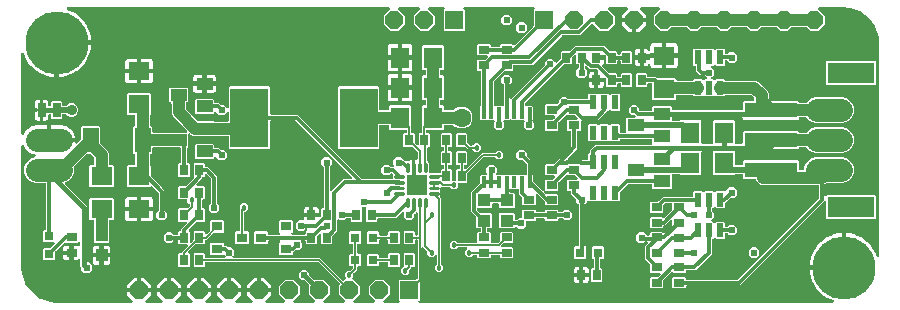
<source format=gbr>
G04 EAGLE Gerber RS-274X export*
G75*
%MOMM*%
%FSLAX34Y34*%
%LPD*%
%INTop Copper*%
%IPPOS*%
%AMOC8*
5,1,8,0,0,1.08239X$1,22.5*%
G01*
%ADD10R,4.500000X1.300000*%
%ADD11R,3.900000X1.800000*%
%ADD12C,1.981200*%
%ADD13R,1.000000X1.100000*%
%ADD14R,0.700000X0.900000*%
%ADD15R,1.800000X1.600000*%
%ADD16R,1.600000X1.800000*%
%ADD17R,1.400000X2.100000*%
%ADD18R,0.900000X0.800000*%
%ADD19R,3.250000X5.000000*%
%ADD20R,1.803000X1.600000*%
%ADD21R,0.900000X0.700000*%
%ADD22R,1.600000X1.803000*%
%ADD23R,0.635000X1.270000*%
%ADD24C,0.406400*%
%ADD25R,1.700000X1.700000*%
%ADD26C,0.225000*%
%ADD27R,0.800000X0.800000*%
%ADD28R,1.524000X1.524000*%
%ADD29P,1.649562X8X112.500000*%
%ADD30P,1.649562X8X292.500000*%
%ADD31C,5.334000*%
%ADD32R,0.550000X1.200000*%
%ADD33R,1.400000X1.000000*%
%ADD34R,0.304800X0.990600*%
%ADD35R,1.100000X1.000000*%
%ADD36C,1.016000*%
%ADD37C,0.304800*%
%ADD38C,0.609600*%
%ADD39C,0.152400*%
%ADD40C,1.600200*%
%ADD41C,0.508000*%
%ADD42C,0.457200*%
%ADD43C,0.914400*%

G36*
X95476Y2037D02*
X95476Y2037D01*
X95505Y2034D01*
X95616Y2057D01*
X95728Y2073D01*
X95755Y2085D01*
X95784Y2090D01*
X95884Y2142D01*
X95988Y2189D01*
X96010Y2208D01*
X96036Y2221D01*
X96118Y2299D01*
X96205Y2372D01*
X96221Y2397D01*
X96242Y2417D01*
X96299Y2515D01*
X96362Y2609D01*
X96371Y2637D01*
X96386Y2662D01*
X96414Y2772D01*
X96448Y2880D01*
X96449Y2910D01*
X96456Y2938D01*
X96452Y3051D01*
X96455Y3164D01*
X96448Y3193D01*
X96447Y3222D01*
X96412Y3330D01*
X96384Y3439D01*
X96369Y3465D01*
X96360Y3493D01*
X96314Y3556D01*
X96238Y3684D01*
X96193Y3727D01*
X96165Y3766D01*
X91439Y8491D01*
X91439Y10669D01*
X100584Y10669D01*
X100642Y10677D01*
X100700Y10675D01*
X100782Y10697D01*
X100865Y10709D01*
X100919Y10733D01*
X100975Y10747D01*
X101048Y10790D01*
X101125Y10825D01*
X101169Y10863D01*
X101220Y10893D01*
X101277Y10954D01*
X101342Y11009D01*
X101374Y11057D01*
X101414Y11100D01*
X101453Y11175D01*
X101499Y11245D01*
X101517Y11301D01*
X101544Y11353D01*
X101555Y11421D01*
X101585Y11516D01*
X101588Y11616D01*
X101599Y11684D01*
X101599Y12701D01*
X101601Y12701D01*
X101601Y11684D01*
X101609Y11626D01*
X101608Y11568D01*
X101629Y11486D01*
X101641Y11403D01*
X101665Y11349D01*
X101679Y11293D01*
X101722Y11220D01*
X101757Y11143D01*
X101795Y11098D01*
X101825Y11048D01*
X101886Y10990D01*
X101941Y10926D01*
X101989Y10894D01*
X102032Y10854D01*
X102107Y10815D01*
X102177Y10769D01*
X102233Y10751D01*
X102285Y10724D01*
X102353Y10713D01*
X102448Y10683D01*
X102548Y10680D01*
X102616Y10669D01*
X111761Y10669D01*
X111761Y8491D01*
X107035Y3766D01*
X107018Y3742D01*
X106995Y3723D01*
X106932Y3629D01*
X106864Y3539D01*
X106854Y3511D01*
X106838Y3487D01*
X106803Y3379D01*
X106763Y3273D01*
X106761Y3244D01*
X106752Y3216D01*
X106749Y3102D01*
X106740Y2990D01*
X106745Y2961D01*
X106745Y2932D01*
X106773Y2822D01*
X106795Y2711D01*
X106809Y2685D01*
X106816Y2657D01*
X106874Y2559D01*
X106926Y2459D01*
X106947Y2437D01*
X106962Y2412D01*
X107044Y2335D01*
X107122Y2253D01*
X107148Y2238D01*
X107169Y2218D01*
X107270Y2166D01*
X107368Y2109D01*
X107396Y2102D01*
X107422Y2088D01*
X107499Y2075D01*
X107643Y2039D01*
X107706Y2041D01*
X107753Y2033D01*
X120847Y2033D01*
X120876Y2037D01*
X120905Y2034D01*
X121016Y2057D01*
X121128Y2073D01*
X121155Y2085D01*
X121184Y2090D01*
X121284Y2142D01*
X121388Y2189D01*
X121410Y2208D01*
X121436Y2221D01*
X121518Y2299D01*
X121605Y2372D01*
X121621Y2397D01*
X121642Y2417D01*
X121699Y2515D01*
X121762Y2609D01*
X121771Y2637D01*
X121786Y2662D01*
X121814Y2772D01*
X121848Y2880D01*
X121849Y2910D01*
X121856Y2938D01*
X121852Y3051D01*
X121855Y3164D01*
X121848Y3193D01*
X121847Y3222D01*
X121812Y3330D01*
X121784Y3439D01*
X121769Y3465D01*
X121760Y3493D01*
X121714Y3556D01*
X121638Y3684D01*
X121593Y3727D01*
X121565Y3766D01*
X116839Y8491D01*
X116839Y10669D01*
X125984Y10669D01*
X126042Y10677D01*
X126100Y10675D01*
X126182Y10697D01*
X126265Y10709D01*
X126319Y10733D01*
X126375Y10747D01*
X126448Y10790D01*
X126525Y10825D01*
X126569Y10863D01*
X126620Y10893D01*
X126677Y10954D01*
X126742Y11009D01*
X126774Y11057D01*
X126814Y11100D01*
X126853Y11175D01*
X126899Y11245D01*
X126917Y11301D01*
X126944Y11353D01*
X126955Y11421D01*
X126985Y11516D01*
X126988Y11616D01*
X126999Y11684D01*
X126999Y12701D01*
X127001Y12701D01*
X127001Y11684D01*
X127009Y11626D01*
X127008Y11568D01*
X127029Y11486D01*
X127041Y11403D01*
X127065Y11349D01*
X127079Y11293D01*
X127122Y11220D01*
X127157Y11143D01*
X127195Y11098D01*
X127225Y11048D01*
X127286Y10990D01*
X127341Y10926D01*
X127389Y10894D01*
X127432Y10854D01*
X127507Y10815D01*
X127577Y10769D01*
X127633Y10751D01*
X127685Y10724D01*
X127753Y10713D01*
X127848Y10683D01*
X127948Y10680D01*
X128016Y10669D01*
X137161Y10669D01*
X137161Y8491D01*
X132435Y3766D01*
X132418Y3742D01*
X132395Y3723D01*
X132332Y3629D01*
X132264Y3539D01*
X132254Y3511D01*
X132238Y3487D01*
X132203Y3379D01*
X132163Y3273D01*
X132161Y3244D01*
X132152Y3216D01*
X132149Y3102D01*
X132140Y2990D01*
X132145Y2961D01*
X132145Y2932D01*
X132173Y2822D01*
X132195Y2711D01*
X132209Y2685D01*
X132216Y2657D01*
X132274Y2559D01*
X132326Y2459D01*
X132347Y2437D01*
X132362Y2412D01*
X132444Y2335D01*
X132522Y2253D01*
X132548Y2238D01*
X132569Y2218D01*
X132670Y2166D01*
X132768Y2109D01*
X132796Y2102D01*
X132822Y2088D01*
X132899Y2075D01*
X133043Y2039D01*
X133106Y2041D01*
X133153Y2033D01*
X146247Y2033D01*
X146276Y2037D01*
X146305Y2034D01*
X146416Y2057D01*
X146528Y2073D01*
X146555Y2085D01*
X146584Y2090D01*
X146684Y2142D01*
X146788Y2189D01*
X146810Y2208D01*
X146836Y2221D01*
X146918Y2299D01*
X147005Y2372D01*
X147021Y2397D01*
X147042Y2417D01*
X147099Y2515D01*
X147162Y2609D01*
X147171Y2637D01*
X147186Y2662D01*
X147214Y2772D01*
X147248Y2880D01*
X147249Y2910D01*
X147256Y2938D01*
X147252Y3051D01*
X147255Y3164D01*
X147248Y3193D01*
X147247Y3222D01*
X147212Y3330D01*
X147184Y3439D01*
X147169Y3465D01*
X147160Y3493D01*
X147114Y3556D01*
X147038Y3684D01*
X146993Y3727D01*
X146965Y3766D01*
X142239Y8491D01*
X142239Y10669D01*
X151384Y10669D01*
X151442Y10677D01*
X151500Y10675D01*
X151582Y10697D01*
X151665Y10709D01*
X151719Y10733D01*
X151775Y10747D01*
X151848Y10790D01*
X151925Y10825D01*
X151969Y10863D01*
X152020Y10893D01*
X152077Y10954D01*
X152142Y11009D01*
X152174Y11057D01*
X152214Y11100D01*
X152253Y11175D01*
X152299Y11245D01*
X152317Y11301D01*
X152344Y11353D01*
X152355Y11421D01*
X152385Y11516D01*
X152388Y11616D01*
X152399Y11684D01*
X152399Y12701D01*
X152401Y12701D01*
X152401Y11684D01*
X152409Y11626D01*
X152408Y11568D01*
X152429Y11486D01*
X152441Y11403D01*
X152465Y11349D01*
X152479Y11293D01*
X152522Y11220D01*
X152557Y11143D01*
X152595Y11098D01*
X152625Y11048D01*
X152686Y10990D01*
X152741Y10926D01*
X152789Y10894D01*
X152832Y10854D01*
X152907Y10815D01*
X152977Y10769D01*
X153033Y10751D01*
X153085Y10724D01*
X153153Y10713D01*
X153248Y10683D01*
X153348Y10680D01*
X153416Y10669D01*
X162561Y10669D01*
X162561Y8491D01*
X157835Y3766D01*
X157818Y3742D01*
X157795Y3723D01*
X157732Y3629D01*
X157664Y3539D01*
X157654Y3511D01*
X157638Y3487D01*
X157603Y3379D01*
X157563Y3273D01*
X157561Y3244D01*
X157552Y3216D01*
X157549Y3102D01*
X157540Y2990D01*
X157545Y2961D01*
X157545Y2932D01*
X157573Y2822D01*
X157595Y2711D01*
X157609Y2685D01*
X157616Y2657D01*
X157674Y2559D01*
X157726Y2459D01*
X157747Y2437D01*
X157762Y2412D01*
X157844Y2335D01*
X157922Y2253D01*
X157948Y2238D01*
X157969Y2218D01*
X158070Y2166D01*
X158168Y2109D01*
X158196Y2102D01*
X158222Y2088D01*
X158299Y2075D01*
X158443Y2039D01*
X158506Y2041D01*
X158553Y2033D01*
X171647Y2033D01*
X171676Y2037D01*
X171705Y2034D01*
X171816Y2057D01*
X171928Y2073D01*
X171955Y2085D01*
X171984Y2090D01*
X172084Y2142D01*
X172188Y2189D01*
X172210Y2208D01*
X172236Y2221D01*
X172318Y2299D01*
X172405Y2372D01*
X172421Y2397D01*
X172442Y2417D01*
X172499Y2515D01*
X172562Y2609D01*
X172571Y2637D01*
X172586Y2662D01*
X172614Y2772D01*
X172648Y2880D01*
X172649Y2910D01*
X172656Y2938D01*
X172652Y3051D01*
X172655Y3164D01*
X172648Y3193D01*
X172647Y3222D01*
X172612Y3330D01*
X172584Y3439D01*
X172569Y3465D01*
X172560Y3493D01*
X172514Y3556D01*
X172438Y3684D01*
X172393Y3727D01*
X172365Y3766D01*
X167639Y8491D01*
X167639Y10669D01*
X176784Y10669D01*
X176842Y10677D01*
X176900Y10675D01*
X176982Y10697D01*
X177065Y10709D01*
X177119Y10733D01*
X177175Y10747D01*
X177248Y10790D01*
X177325Y10825D01*
X177369Y10863D01*
X177420Y10893D01*
X177477Y10954D01*
X177542Y11009D01*
X177574Y11057D01*
X177614Y11100D01*
X177653Y11175D01*
X177699Y11245D01*
X177717Y11301D01*
X177744Y11353D01*
X177755Y11421D01*
X177785Y11516D01*
X177788Y11616D01*
X177799Y11684D01*
X177799Y12701D01*
X177801Y12701D01*
X177801Y11684D01*
X177809Y11626D01*
X177808Y11568D01*
X177829Y11486D01*
X177841Y11403D01*
X177865Y11349D01*
X177879Y11293D01*
X177922Y11220D01*
X177957Y11143D01*
X177995Y11098D01*
X178025Y11048D01*
X178086Y10990D01*
X178141Y10926D01*
X178189Y10894D01*
X178232Y10854D01*
X178307Y10815D01*
X178377Y10769D01*
X178433Y10751D01*
X178485Y10724D01*
X178553Y10713D01*
X178648Y10683D01*
X178748Y10680D01*
X178816Y10669D01*
X187961Y10669D01*
X187961Y8491D01*
X183235Y3766D01*
X183218Y3742D01*
X183195Y3723D01*
X183132Y3629D01*
X183064Y3539D01*
X183054Y3511D01*
X183038Y3487D01*
X183003Y3379D01*
X182963Y3273D01*
X182961Y3244D01*
X182952Y3216D01*
X182949Y3102D01*
X182940Y2990D01*
X182945Y2961D01*
X182945Y2932D01*
X182973Y2822D01*
X182995Y2711D01*
X183009Y2685D01*
X183016Y2657D01*
X183074Y2559D01*
X183126Y2459D01*
X183147Y2437D01*
X183162Y2412D01*
X183244Y2335D01*
X183322Y2253D01*
X183348Y2238D01*
X183369Y2218D01*
X183470Y2166D01*
X183568Y2109D01*
X183596Y2102D01*
X183622Y2088D01*
X183699Y2075D01*
X183843Y2039D01*
X183906Y2041D01*
X183953Y2033D01*
X197047Y2033D01*
X197076Y2037D01*
X197105Y2034D01*
X197216Y2057D01*
X197328Y2073D01*
X197355Y2085D01*
X197384Y2090D01*
X197484Y2142D01*
X197588Y2189D01*
X197610Y2208D01*
X197636Y2221D01*
X197718Y2299D01*
X197805Y2372D01*
X197821Y2397D01*
X197842Y2417D01*
X197899Y2515D01*
X197962Y2609D01*
X197971Y2637D01*
X197986Y2662D01*
X198014Y2772D01*
X198048Y2880D01*
X198049Y2910D01*
X198056Y2938D01*
X198052Y3051D01*
X198055Y3164D01*
X198048Y3193D01*
X198047Y3222D01*
X198012Y3330D01*
X197984Y3439D01*
X197969Y3465D01*
X197960Y3493D01*
X197914Y3556D01*
X197838Y3684D01*
X197793Y3727D01*
X197765Y3766D01*
X193039Y8491D01*
X193039Y10669D01*
X202184Y10669D01*
X202242Y10677D01*
X202300Y10675D01*
X202382Y10697D01*
X202465Y10709D01*
X202519Y10733D01*
X202575Y10747D01*
X202648Y10790D01*
X202725Y10825D01*
X202769Y10863D01*
X202820Y10893D01*
X202877Y10954D01*
X202942Y11009D01*
X202974Y11057D01*
X203014Y11100D01*
X203053Y11175D01*
X203099Y11245D01*
X203117Y11301D01*
X203144Y11353D01*
X203155Y11421D01*
X203185Y11516D01*
X203188Y11616D01*
X203199Y11684D01*
X203199Y12701D01*
X203201Y12701D01*
X203201Y11684D01*
X203209Y11626D01*
X203208Y11568D01*
X203229Y11486D01*
X203241Y11403D01*
X203265Y11349D01*
X203279Y11293D01*
X203322Y11220D01*
X203357Y11143D01*
X203395Y11098D01*
X203425Y11048D01*
X203486Y10990D01*
X203541Y10926D01*
X203589Y10894D01*
X203632Y10854D01*
X203707Y10815D01*
X203777Y10769D01*
X203833Y10751D01*
X203885Y10724D01*
X203953Y10713D01*
X204048Y10683D01*
X204148Y10680D01*
X204216Y10669D01*
X213361Y10669D01*
X213361Y8491D01*
X208635Y3766D01*
X208618Y3742D01*
X208595Y3723D01*
X208532Y3629D01*
X208464Y3539D01*
X208454Y3511D01*
X208438Y3487D01*
X208403Y3379D01*
X208363Y3273D01*
X208361Y3244D01*
X208352Y3216D01*
X208349Y3102D01*
X208340Y2990D01*
X208345Y2961D01*
X208345Y2932D01*
X208373Y2822D01*
X208395Y2711D01*
X208409Y2685D01*
X208416Y2657D01*
X208474Y2559D01*
X208526Y2459D01*
X208547Y2437D01*
X208562Y2412D01*
X208644Y2335D01*
X208722Y2253D01*
X208748Y2238D01*
X208769Y2218D01*
X208870Y2166D01*
X208968Y2109D01*
X208996Y2102D01*
X209022Y2088D01*
X209099Y2075D01*
X209243Y2039D01*
X209306Y2041D01*
X209353Y2033D01*
X224243Y2033D01*
X224272Y2037D01*
X224301Y2034D01*
X224412Y2057D01*
X224524Y2073D01*
X224551Y2085D01*
X224580Y2090D01*
X224680Y2142D01*
X224784Y2189D01*
X224806Y2208D01*
X224832Y2221D01*
X224914Y2299D01*
X225001Y2372D01*
X225017Y2397D01*
X225038Y2417D01*
X225096Y2515D01*
X225158Y2609D01*
X225167Y2637D01*
X225182Y2662D01*
X225210Y2772D01*
X225244Y2880D01*
X225245Y2910D01*
X225252Y2938D01*
X225249Y3051D01*
X225251Y3164D01*
X225244Y3193D01*
X225243Y3222D01*
X225208Y3330D01*
X225180Y3439D01*
X225165Y3465D01*
X225156Y3493D01*
X225110Y3556D01*
X225034Y3684D01*
X224989Y3727D01*
X224961Y3766D01*
X219709Y9017D01*
X219709Y16383D01*
X224917Y21591D01*
X232283Y21591D01*
X237491Y16383D01*
X237491Y9017D01*
X232239Y3766D01*
X232222Y3742D01*
X232199Y3723D01*
X232136Y3629D01*
X232068Y3539D01*
X232058Y3511D01*
X232042Y3487D01*
X232007Y3379D01*
X231967Y3273D01*
X231965Y3244D01*
X231956Y3216D01*
X231953Y3102D01*
X231944Y2990D01*
X231949Y2961D01*
X231949Y2932D01*
X231977Y2822D01*
X231999Y2711D01*
X232013Y2685D01*
X232020Y2657D01*
X232078Y2559D01*
X232130Y2459D01*
X232151Y2437D01*
X232166Y2412D01*
X232248Y2335D01*
X232326Y2253D01*
X232352Y2238D01*
X232373Y2218D01*
X232474Y2166D01*
X232571Y2109D01*
X232600Y2102D01*
X232626Y2088D01*
X232703Y2075D01*
X232847Y2039D01*
X232909Y2041D01*
X232957Y2033D01*
X249643Y2033D01*
X249672Y2037D01*
X249701Y2034D01*
X249812Y2057D01*
X249924Y2073D01*
X249951Y2085D01*
X249980Y2090D01*
X250080Y2142D01*
X250184Y2189D01*
X250206Y2208D01*
X250232Y2221D01*
X250314Y2299D01*
X250401Y2372D01*
X250417Y2397D01*
X250438Y2417D01*
X250496Y2515D01*
X250558Y2609D01*
X250567Y2637D01*
X250582Y2662D01*
X250610Y2772D01*
X250644Y2880D01*
X250645Y2910D01*
X250652Y2938D01*
X250649Y3051D01*
X250651Y3164D01*
X250644Y3193D01*
X250643Y3222D01*
X250608Y3330D01*
X250580Y3439D01*
X250565Y3465D01*
X250556Y3493D01*
X250510Y3556D01*
X250434Y3684D01*
X250389Y3727D01*
X250361Y3766D01*
X245109Y9017D01*
X245109Y16453D01*
X245121Y16485D01*
X245151Y16535D01*
X245172Y16617D01*
X245202Y16696D01*
X245206Y16754D01*
X245221Y16811D01*
X245218Y16895D01*
X245225Y16979D01*
X245214Y17036D01*
X245212Y17095D01*
X245186Y17175D01*
X245169Y17258D01*
X245142Y17310D01*
X245124Y17365D01*
X245084Y17421D01*
X245038Y17510D01*
X244970Y17582D01*
X244929Y17639D01*
X241784Y20784D01*
X241714Y20836D01*
X241650Y20896D01*
X241601Y20922D01*
X241557Y20955D01*
X241475Y20986D01*
X241397Y21026D01*
X241350Y21034D01*
X241291Y21056D01*
X241144Y21068D01*
X241066Y21081D01*
X239511Y21081D01*
X236981Y23611D01*
X236981Y27189D01*
X239511Y29719D01*
X243089Y29719D01*
X245619Y27189D01*
X245619Y25634D01*
X245631Y25547D01*
X245634Y25460D01*
X245651Y25407D01*
X245659Y25352D01*
X245694Y25272D01*
X245721Y25189D01*
X245749Y25150D01*
X245775Y25093D01*
X245871Y24980D01*
X245916Y24916D01*
X249061Y21771D01*
X249108Y21735D01*
X249149Y21693D01*
X249221Y21650D01*
X249289Y21600D01*
X249343Y21579D01*
X249394Y21549D01*
X249476Y21528D01*
X249554Y21498D01*
X249613Y21494D01*
X249669Y21479D01*
X249754Y21482D01*
X249838Y21475D01*
X249895Y21486D01*
X249953Y21488D01*
X250034Y21514D01*
X250116Y21531D01*
X250168Y21558D01*
X250224Y21576D01*
X250245Y21591D01*
X257683Y21591D01*
X262891Y16383D01*
X262891Y9017D01*
X257639Y3766D01*
X257622Y3742D01*
X257599Y3723D01*
X257536Y3629D01*
X257468Y3539D01*
X257458Y3511D01*
X257442Y3487D01*
X257407Y3379D01*
X257367Y3273D01*
X257365Y3244D01*
X257356Y3216D01*
X257353Y3102D01*
X257344Y2990D01*
X257349Y2961D01*
X257349Y2932D01*
X257377Y2822D01*
X257399Y2711D01*
X257413Y2685D01*
X257420Y2657D01*
X257478Y2559D01*
X257530Y2459D01*
X257551Y2437D01*
X257566Y2412D01*
X257648Y2335D01*
X257726Y2253D01*
X257752Y2238D01*
X257773Y2218D01*
X257874Y2166D01*
X257971Y2109D01*
X258000Y2102D01*
X258026Y2088D01*
X258103Y2075D01*
X258247Y2039D01*
X258309Y2041D01*
X258357Y2033D01*
X275043Y2033D01*
X275072Y2037D01*
X275101Y2034D01*
X275212Y2057D01*
X275324Y2073D01*
X275351Y2085D01*
X275380Y2090D01*
X275480Y2142D01*
X275584Y2189D01*
X275606Y2208D01*
X275632Y2221D01*
X275714Y2299D01*
X275801Y2372D01*
X275817Y2397D01*
X275838Y2417D01*
X275896Y2515D01*
X275958Y2609D01*
X275967Y2637D01*
X275982Y2662D01*
X276010Y2772D01*
X276044Y2880D01*
X276045Y2910D01*
X276052Y2938D01*
X276049Y3051D01*
X276051Y3164D01*
X276044Y3193D01*
X276043Y3222D01*
X276008Y3330D01*
X275980Y3439D01*
X275965Y3465D01*
X275956Y3493D01*
X275910Y3556D01*
X275834Y3684D01*
X275789Y3727D01*
X275761Y3766D01*
X270509Y9017D01*
X270509Y16383D01*
X271227Y17101D01*
X271263Y17148D01*
X271305Y17188D01*
X271348Y17261D01*
X271398Y17328D01*
X271419Y17383D01*
X271449Y17433D01*
X271470Y17515D01*
X271500Y17594D01*
X271504Y17652D01*
X271519Y17709D01*
X271516Y17793D01*
X271523Y17877D01*
X271512Y17934D01*
X271510Y17993D01*
X271484Y18073D01*
X271467Y18156D01*
X271440Y18208D01*
X271422Y18263D01*
X271382Y18319D01*
X271336Y18408D01*
X271268Y18480D01*
X271227Y18537D01*
X253613Y36151D01*
X253543Y36203D01*
X253479Y36263D01*
X253430Y36289D01*
X253386Y36322D01*
X253304Y36353D01*
X253226Y36393D01*
X253179Y36401D01*
X253120Y36423D01*
X252973Y36435D01*
X252895Y36448D01*
X158336Y36448D01*
X158278Y36440D01*
X158220Y36442D01*
X158138Y36420D01*
X158054Y36408D01*
X158001Y36385D01*
X157945Y36370D01*
X157872Y36327D01*
X157795Y36292D01*
X157750Y36254D01*
X157700Y36225D01*
X157642Y36163D01*
X157578Y36109D01*
X157546Y36060D01*
X157506Y36017D01*
X157467Y35942D01*
X157420Y35872D01*
X157403Y35816D01*
X157376Y35764D01*
X157365Y35696D01*
X157335Y35601D01*
X157332Y35501D01*
X157321Y35433D01*
X157321Y33074D01*
X156576Y32329D01*
X148524Y32329D01*
X147779Y33074D01*
X147779Y43126D01*
X148524Y43871D01*
X156576Y43871D01*
X157321Y43126D01*
X157321Y40767D01*
X157329Y40709D01*
X157327Y40651D01*
X157349Y40569D01*
X157361Y40485D01*
X157384Y40432D01*
X157399Y40376D01*
X157442Y40303D01*
X157477Y40226D01*
X157515Y40181D01*
X157544Y40131D01*
X157606Y40073D01*
X157660Y40009D01*
X157709Y39977D01*
X157752Y39937D01*
X157827Y39898D01*
X157897Y39851D01*
X157953Y39834D01*
X158005Y39807D01*
X158073Y39796D01*
X158168Y39766D01*
X158268Y39763D01*
X158336Y39752D01*
X173940Y39752D01*
X173969Y39756D01*
X173998Y39753D01*
X174109Y39776D01*
X174221Y39792D01*
X174248Y39804D01*
X174277Y39809D01*
X174377Y39861D01*
X174481Y39908D01*
X174503Y39927D01*
X174529Y39940D01*
X174611Y40018D01*
X174698Y40091D01*
X174714Y40116D01*
X174735Y40136D01*
X174792Y40234D01*
X174855Y40328D01*
X174864Y40356D01*
X174879Y40381D01*
X174907Y40491D01*
X174941Y40599D01*
X174942Y40629D01*
X174949Y40657D01*
X174945Y40770D01*
X174948Y40883D01*
X174941Y40912D01*
X174940Y40941D01*
X174905Y41049D01*
X174876Y41158D01*
X174861Y41184D01*
X174852Y41212D01*
X174807Y41275D01*
X174731Y41403D01*
X174685Y41446D01*
X174658Y41485D01*
X174013Y42130D01*
X173966Y42165D01*
X173925Y42208D01*
X173853Y42250D01*
X173785Y42301D01*
X173731Y42322D01*
X173680Y42351D01*
X173598Y42372D01*
X173520Y42402D01*
X173461Y42407D01*
X173405Y42421D01*
X173320Y42418D01*
X173236Y42425D01*
X173179Y42414D01*
X173120Y42412D01*
X173040Y42386D01*
X173006Y42379D01*
X162774Y42379D01*
X162029Y43124D01*
X162029Y52176D01*
X162774Y52921D01*
X172826Y52921D01*
X173571Y52176D01*
X173571Y51079D01*
X173579Y51021D01*
X173577Y50963D01*
X173599Y50881D01*
X173611Y50797D01*
X173634Y50744D01*
X173649Y50688D01*
X173692Y50615D01*
X173727Y50538D01*
X173765Y50493D01*
X173794Y50443D01*
X173856Y50385D01*
X173910Y50321D01*
X173959Y50289D01*
X174002Y50249D01*
X174077Y50210D01*
X174147Y50163D01*
X174203Y50146D01*
X174255Y50119D01*
X174323Y50108D01*
X174418Y50078D01*
X174518Y50075D01*
X174586Y50064D01*
X175600Y50064D01*
X176597Y49066D01*
X176667Y49014D01*
X176731Y48954D01*
X176781Y48928D01*
X176825Y48895D01*
X176906Y48864D01*
X176984Y48824D01*
X177032Y48816D01*
X177090Y48794D01*
X177238Y48782D01*
X177315Y48769D01*
X179589Y48769D01*
X182119Y46239D01*
X182119Y42661D01*
X180942Y41485D01*
X180925Y41461D01*
X180902Y41442D01*
X180840Y41348D01*
X180772Y41258D01*
X180761Y41230D01*
X180745Y41206D01*
X180711Y41098D01*
X180670Y40992D01*
X180668Y40963D01*
X180659Y40935D01*
X180656Y40821D01*
X180647Y40709D01*
X180653Y40680D01*
X180652Y40651D01*
X180680Y40541D01*
X180703Y40430D01*
X180716Y40404D01*
X180724Y40376D01*
X180781Y40278D01*
X180834Y40178D01*
X180854Y40156D01*
X180869Y40131D01*
X180951Y40054D01*
X181029Y39972D01*
X181055Y39957D01*
X181076Y39937D01*
X181177Y39885D01*
X181275Y39828D01*
X181303Y39821D01*
X181329Y39807D01*
X181407Y39794D01*
X181550Y39758D01*
X181613Y39760D01*
X181660Y39752D01*
X254684Y39752D01*
X273563Y20873D01*
X273610Y20837D01*
X273650Y20795D01*
X273723Y20752D01*
X273791Y20702D01*
X273845Y20681D01*
X273896Y20651D01*
X273977Y20630D01*
X274056Y20600D01*
X274115Y20596D01*
X274171Y20581D01*
X274255Y20584D01*
X274340Y20577D01*
X274397Y20588D01*
X274455Y20590D01*
X274536Y20616D01*
X274618Y20633D01*
X274670Y20660D01*
X274726Y20678D01*
X274782Y20718D01*
X274871Y20764D01*
X274943Y20832D01*
X274999Y20873D01*
X275717Y21591D01*
X275728Y21591D01*
X275757Y21595D01*
X275787Y21592D01*
X275898Y21615D01*
X276010Y21631D01*
X276036Y21643D01*
X276065Y21648D01*
X276166Y21701D01*
X276269Y21747D01*
X276292Y21766D01*
X276318Y21779D01*
X276400Y21857D01*
X276486Y21930D01*
X276502Y21955D01*
X276524Y21975D01*
X276581Y22073D01*
X276644Y22167D01*
X276653Y22195D01*
X276667Y22220D01*
X276695Y22330D01*
X276730Y22438D01*
X276730Y22468D01*
X276738Y22496D01*
X276734Y22609D01*
X276737Y22722D01*
X276729Y22751D01*
X276728Y22780D01*
X276694Y22888D01*
X276665Y22997D01*
X276650Y23023D01*
X276641Y23051D01*
X276595Y23115D01*
X276520Y23242D01*
X276474Y23285D01*
X276446Y23324D01*
X275843Y23927D01*
X275843Y26873D01*
X277927Y28957D01*
X280200Y28957D01*
X280287Y28969D01*
X280374Y28972D01*
X280427Y28989D01*
X280482Y28997D01*
X280562Y29032D01*
X280645Y29059D01*
X280684Y29087D01*
X280741Y29113D01*
X280854Y29209D01*
X280918Y29254D01*
X282651Y30987D01*
X282703Y31057D01*
X282763Y31121D01*
X282789Y31170D01*
X282822Y31214D01*
X282853Y31296D01*
X282893Y31374D01*
X282901Y31421D01*
X282923Y31480D01*
X282935Y31627D01*
X282948Y31705D01*
X282948Y31814D01*
X282940Y31872D01*
X282942Y31930D01*
X282920Y32012D01*
X282908Y32096D01*
X282885Y32149D01*
X282870Y32205D01*
X282827Y32278D01*
X282792Y32355D01*
X282754Y32400D01*
X282725Y32450D01*
X282663Y32508D01*
X282609Y32572D01*
X282560Y32604D01*
X282517Y32644D01*
X282442Y32683D01*
X282372Y32730D01*
X282316Y32747D01*
X282264Y32774D01*
X282196Y32785D01*
X282101Y32815D01*
X282001Y32818D01*
X281933Y32829D01*
X280074Y32829D01*
X279329Y33574D01*
X279329Y42626D01*
X280074Y43371D01*
X281933Y43371D01*
X281991Y43379D01*
X282049Y43377D01*
X282131Y43399D01*
X282215Y43411D01*
X282268Y43434D01*
X282324Y43449D01*
X282397Y43492D01*
X282474Y43527D01*
X282519Y43565D01*
X282569Y43594D01*
X282627Y43656D01*
X282691Y43710D01*
X282723Y43759D01*
X282763Y43802D01*
X282802Y43877D01*
X282849Y43947D01*
X282866Y44003D01*
X282893Y44055D01*
X282904Y44123D01*
X282934Y44218D01*
X282937Y44318D01*
X282948Y44386D01*
X282948Y50864D01*
X282940Y50922D01*
X282942Y50980D01*
X282920Y51062D01*
X282908Y51146D01*
X282885Y51199D01*
X282870Y51255D01*
X282827Y51328D01*
X282792Y51405D01*
X282754Y51450D01*
X282725Y51500D01*
X282663Y51558D01*
X282609Y51622D01*
X282560Y51654D01*
X282517Y51694D01*
X282442Y51733D01*
X282372Y51780D01*
X282316Y51797D01*
X282264Y51824D01*
X282196Y51835D01*
X282101Y51865D01*
X282001Y51868D01*
X281933Y51879D01*
X280074Y51879D01*
X279329Y52624D01*
X279329Y61676D01*
X280074Y62421D01*
X289126Y62421D01*
X289871Y61676D01*
X289871Y52624D01*
X289126Y51879D01*
X287267Y51879D01*
X287209Y51871D01*
X287151Y51873D01*
X287069Y51851D01*
X286985Y51839D01*
X286932Y51816D01*
X286876Y51801D01*
X286803Y51758D01*
X286726Y51723D01*
X286681Y51685D01*
X286631Y51656D01*
X286573Y51594D01*
X286509Y51540D01*
X286477Y51491D01*
X286437Y51448D01*
X286398Y51373D01*
X286351Y51303D01*
X286334Y51247D01*
X286307Y51195D01*
X286296Y51127D01*
X286266Y51032D01*
X286263Y50932D01*
X286252Y50864D01*
X286252Y44386D01*
X286260Y44328D01*
X286258Y44270D01*
X286280Y44188D01*
X286292Y44104D01*
X286315Y44051D01*
X286330Y43995D01*
X286373Y43922D01*
X286408Y43845D01*
X286446Y43800D01*
X286475Y43750D01*
X286537Y43692D01*
X286591Y43628D01*
X286640Y43596D01*
X286683Y43556D01*
X286758Y43517D01*
X286828Y43470D01*
X286884Y43453D01*
X286936Y43426D01*
X287004Y43415D01*
X287099Y43385D01*
X287199Y43382D01*
X287267Y43371D01*
X289126Y43371D01*
X289871Y42626D01*
X289871Y33574D01*
X289126Y32829D01*
X287267Y32829D01*
X287209Y32821D01*
X287151Y32823D01*
X287069Y32801D01*
X286985Y32789D01*
X286932Y32766D01*
X286876Y32751D01*
X286803Y32708D01*
X286726Y32673D01*
X286681Y32635D01*
X286631Y32606D01*
X286573Y32544D01*
X286509Y32490D01*
X286477Y32441D01*
X286437Y32398D01*
X286398Y32323D01*
X286351Y32253D01*
X286334Y32197D01*
X286307Y32145D01*
X286296Y32077D01*
X286266Y31982D01*
X286263Y31882D01*
X286252Y31814D01*
X286252Y29916D01*
X283254Y26918D01*
X283202Y26848D01*
X283142Y26784D01*
X283116Y26735D01*
X283083Y26691D01*
X283052Y26609D01*
X283012Y26531D01*
X283004Y26484D01*
X282982Y26425D01*
X282970Y26278D01*
X282957Y26200D01*
X282957Y23927D01*
X282354Y23324D01*
X282336Y23300D01*
X282314Y23281D01*
X282251Y23187D01*
X282183Y23097D01*
X282173Y23069D01*
X282156Y23045D01*
X282122Y22937D01*
X282082Y22831D01*
X282079Y22802D01*
X282070Y22774D01*
X282068Y22660D01*
X282058Y22548D01*
X282064Y22519D01*
X282063Y22490D01*
X282092Y22380D01*
X282114Y22269D01*
X282128Y22243D01*
X282135Y22215D01*
X282193Y22117D01*
X282245Y22017D01*
X282265Y21995D01*
X282280Y21970D01*
X282363Y21893D01*
X282441Y21811D01*
X282466Y21796D01*
X282488Y21776D01*
X282589Y21724D01*
X282686Y21667D01*
X282715Y21660D01*
X282741Y21646D01*
X282818Y21633D01*
X282962Y21597D01*
X283024Y21599D01*
X283072Y21591D01*
X283083Y21591D01*
X288291Y16383D01*
X288291Y9017D01*
X283039Y3766D01*
X283022Y3742D01*
X282999Y3723D01*
X282936Y3629D01*
X282868Y3539D01*
X282858Y3511D01*
X282842Y3487D01*
X282807Y3379D01*
X282767Y3273D01*
X282765Y3244D01*
X282756Y3216D01*
X282753Y3102D01*
X282744Y2990D01*
X282749Y2961D01*
X282749Y2932D01*
X282777Y2822D01*
X282799Y2711D01*
X282813Y2685D01*
X282820Y2657D01*
X282878Y2559D01*
X282930Y2459D01*
X282951Y2437D01*
X282966Y2412D01*
X283048Y2335D01*
X283126Y2253D01*
X283152Y2238D01*
X283173Y2218D01*
X283274Y2166D01*
X283371Y2109D01*
X283400Y2102D01*
X283426Y2088D01*
X283503Y2075D01*
X283647Y2039D01*
X283709Y2041D01*
X283757Y2033D01*
X300443Y2033D01*
X300472Y2037D01*
X300501Y2034D01*
X300612Y2057D01*
X300724Y2073D01*
X300751Y2085D01*
X300780Y2090D01*
X300880Y2142D01*
X300984Y2189D01*
X301006Y2208D01*
X301032Y2221D01*
X301114Y2299D01*
X301201Y2372D01*
X301217Y2397D01*
X301238Y2417D01*
X301296Y2515D01*
X301358Y2609D01*
X301367Y2637D01*
X301382Y2662D01*
X301410Y2772D01*
X301444Y2880D01*
X301445Y2910D01*
X301452Y2938D01*
X301449Y3051D01*
X301451Y3164D01*
X301444Y3193D01*
X301443Y3222D01*
X301408Y3330D01*
X301380Y3439D01*
X301365Y3465D01*
X301356Y3493D01*
X301310Y3556D01*
X301234Y3684D01*
X301189Y3727D01*
X301161Y3766D01*
X295909Y9017D01*
X295909Y16383D01*
X301117Y21591D01*
X308483Y21591D01*
X313691Y16383D01*
X313691Y9017D01*
X308439Y3766D01*
X308422Y3742D01*
X308399Y3723D01*
X308336Y3629D01*
X308268Y3539D01*
X308258Y3511D01*
X308242Y3487D01*
X308207Y3379D01*
X308167Y3273D01*
X308165Y3244D01*
X308156Y3216D01*
X308153Y3102D01*
X308144Y2990D01*
X308149Y2961D01*
X308149Y2932D01*
X308177Y2822D01*
X308199Y2711D01*
X308213Y2685D01*
X308220Y2657D01*
X308278Y2559D01*
X308330Y2459D01*
X308351Y2437D01*
X308366Y2412D01*
X308448Y2335D01*
X308526Y2253D01*
X308552Y2238D01*
X308573Y2218D01*
X308674Y2166D01*
X308771Y2109D01*
X308800Y2102D01*
X308826Y2088D01*
X308903Y2075D01*
X309047Y2039D01*
X309109Y2041D01*
X309157Y2033D01*
X321379Y2033D01*
X321408Y2037D01*
X321437Y2034D01*
X321549Y2057D01*
X321661Y2073D01*
X321687Y2085D01*
X321716Y2090D01*
X321817Y2143D01*
X321920Y2189D01*
X321942Y2208D01*
X321969Y2221D01*
X322051Y2299D01*
X322137Y2372D01*
X322153Y2397D01*
X322175Y2417D01*
X322232Y2515D01*
X322295Y2609D01*
X322304Y2637D01*
X322318Y2662D01*
X322346Y2772D01*
X322380Y2880D01*
X322381Y2910D01*
X322388Y2938D01*
X322385Y3051D01*
X322388Y3164D01*
X322380Y3193D01*
X322379Y3222D01*
X322344Y3330D01*
X322316Y3439D01*
X322301Y3465D01*
X322292Y3493D01*
X322246Y3557D01*
X322171Y3684D01*
X322125Y3727D01*
X322097Y3766D01*
X321309Y4554D01*
X321309Y20846D01*
X322054Y21591D01*
X336334Y21591D01*
X336421Y21603D01*
X336509Y21606D01*
X336561Y21623D01*
X336616Y21631D01*
X336696Y21666D01*
X336779Y21693D01*
X336818Y21721D01*
X336875Y21747D01*
X336989Y21843D01*
X337009Y21858D01*
X337019Y21863D01*
X337022Y21867D01*
X337052Y21888D01*
X337101Y21937D01*
X337154Y22007D01*
X337213Y22071D01*
X337239Y22120D01*
X337272Y22164D01*
X337303Y22246D01*
X337343Y22324D01*
X337351Y22371D01*
X337373Y22430D01*
X337385Y22577D01*
X337398Y22655D01*
X337398Y54483D01*
X337390Y54541D01*
X337392Y54599D01*
X337370Y54681D01*
X337358Y54765D01*
X337335Y54818D01*
X337320Y54874D01*
X337277Y54947D01*
X337242Y55024D01*
X337204Y55069D01*
X337175Y55119D01*
X337113Y55177D01*
X337059Y55241D01*
X337010Y55273D01*
X336967Y55313D01*
X336892Y55352D01*
X336822Y55399D01*
X336766Y55416D01*
X336714Y55443D01*
X336646Y55454D01*
X336551Y55484D01*
X336451Y55487D01*
X336383Y55498D01*
X336136Y55498D01*
X336078Y55490D01*
X336020Y55492D01*
X335938Y55470D01*
X335854Y55458D01*
X335801Y55435D01*
X335745Y55420D01*
X335672Y55377D01*
X335595Y55342D01*
X335550Y55304D01*
X335500Y55275D01*
X335442Y55213D01*
X335378Y55159D01*
X335346Y55110D01*
X335306Y55067D01*
X335267Y54992D01*
X335220Y54922D01*
X335203Y54866D01*
X335176Y54814D01*
X335165Y54746D01*
X335135Y54651D01*
X335132Y54551D01*
X335121Y54483D01*
X335121Y52124D01*
X334376Y51379D01*
X326324Y51379D01*
X325579Y52124D01*
X325579Y62176D01*
X326324Y62921D01*
X334376Y62921D01*
X335121Y62176D01*
X335121Y59817D01*
X335129Y59759D01*
X335127Y59701D01*
X335149Y59619D01*
X335161Y59535D01*
X335184Y59482D01*
X335199Y59426D01*
X335242Y59353D01*
X335277Y59276D01*
X335315Y59231D01*
X335344Y59181D01*
X335406Y59123D01*
X335460Y59059D01*
X335509Y59027D01*
X335552Y58987D01*
X335627Y58948D01*
X335697Y58901D01*
X335753Y58884D01*
X335805Y58857D01*
X335873Y58846D01*
X335968Y58816D01*
X336068Y58813D01*
X336136Y58802D01*
X336383Y58802D01*
X336441Y58810D01*
X336499Y58808D01*
X336581Y58830D01*
X336665Y58842D01*
X336718Y58865D01*
X336774Y58880D01*
X336847Y58923D01*
X336924Y58958D01*
X336969Y58996D01*
X337019Y59025D01*
X337077Y59087D01*
X337141Y59141D01*
X337173Y59190D01*
X337213Y59233D01*
X337252Y59308D01*
X337299Y59378D01*
X337316Y59434D01*
X337343Y59486D01*
X337354Y59554D01*
X337384Y59649D01*
X337387Y59749D01*
X337398Y59817D01*
X337398Y77534D01*
X337394Y77563D01*
X337397Y77592D01*
X337374Y77703D01*
X337358Y77815D01*
X337346Y77842D01*
X337341Y77871D01*
X337288Y77971D01*
X337242Y78075D01*
X337223Y78097D01*
X337210Y78123D01*
X337132Y78205D01*
X337059Y78292D01*
X337034Y78308D01*
X337014Y78329D01*
X336916Y78386D01*
X336822Y78449D01*
X336794Y78458D01*
X336769Y78473D01*
X336659Y78501D01*
X336551Y78535D01*
X336521Y78536D01*
X336493Y78543D01*
X336380Y78539D01*
X336267Y78542D01*
X336238Y78535D01*
X336209Y78534D01*
X336101Y78499D01*
X335992Y78470D01*
X335966Y78456D01*
X335938Y78446D01*
X335874Y78401D01*
X335747Y78325D01*
X335704Y78280D01*
X335665Y78252D01*
X334816Y77403D01*
X334764Y77333D01*
X334704Y77269D01*
X334678Y77220D01*
X334645Y77175D01*
X334614Y77094D01*
X334574Y77016D01*
X334566Y76968D01*
X334544Y76910D01*
X334532Y76762D01*
X334519Y76685D01*
X334519Y74411D01*
X331989Y71881D01*
X328411Y71881D01*
X325881Y74411D01*
X325881Y77817D01*
X325877Y77846D01*
X325880Y77875D01*
X325857Y77986D01*
X325841Y78098D01*
X325829Y78125D01*
X325824Y78154D01*
X325771Y78254D01*
X325725Y78358D01*
X325706Y78380D01*
X325693Y78406D01*
X325615Y78488D01*
X325542Y78575D01*
X325517Y78591D01*
X325497Y78612D01*
X325399Y78669D01*
X325305Y78732D01*
X325277Y78741D01*
X325252Y78756D01*
X325142Y78784D01*
X325034Y78818D01*
X325004Y78819D01*
X324976Y78826D01*
X324863Y78822D01*
X324750Y78825D01*
X324721Y78818D01*
X324692Y78817D01*
X324584Y78782D01*
X324475Y78753D01*
X324449Y78739D01*
X324421Y78729D01*
X324358Y78684D01*
X324230Y78608D01*
X324187Y78563D01*
X324148Y78535D01*
X321111Y75498D01*
X321111Y75497D01*
X319400Y73786D01*
X304386Y73786D01*
X304328Y73778D01*
X304270Y73780D01*
X304188Y73758D01*
X304104Y73746D01*
X304051Y73723D01*
X303995Y73708D01*
X303922Y73665D01*
X303845Y73630D01*
X303800Y73592D01*
X303750Y73563D01*
X303692Y73501D01*
X303628Y73447D01*
X303596Y73398D01*
X303556Y73355D01*
X303517Y73280D01*
X303470Y73210D01*
X303453Y73154D01*
X303426Y73102D01*
X303415Y73034D01*
X303385Y72939D01*
X303382Y72839D01*
X303371Y72771D01*
X303371Y71174D01*
X302626Y70429D01*
X294574Y70429D01*
X293829Y71174D01*
X293829Y81278D01*
X293844Y81297D01*
X293854Y81325D01*
X293871Y81349D01*
X293905Y81457D01*
X293945Y81563D01*
X293948Y81592D01*
X293956Y81620D01*
X293959Y81733D01*
X293969Y81846D01*
X293963Y81875D01*
X293964Y81904D01*
X293935Y82014D01*
X293913Y82125D01*
X293899Y82151D01*
X293892Y82179D01*
X293834Y82277D01*
X293782Y82377D01*
X293762Y82399D01*
X293747Y82424D01*
X293664Y82501D01*
X293586Y82583D01*
X293561Y82598D01*
X293539Y82618D01*
X293439Y82670D01*
X293341Y82727D01*
X293312Y82734D01*
X293286Y82748D01*
X293209Y82761D01*
X293065Y82797D01*
X293003Y82795D01*
X292955Y82803D01*
X291245Y82803D01*
X291216Y82799D01*
X291186Y82802D01*
X291075Y82779D01*
X290963Y82763D01*
X290937Y82751D01*
X290908Y82746D01*
X290807Y82693D01*
X290704Y82647D01*
X290681Y82628D01*
X290655Y82615D01*
X290573Y82537D01*
X290487Y82464D01*
X290471Y82439D01*
X290449Y82419D01*
X290392Y82321D01*
X290329Y82227D01*
X290320Y82199D01*
X290306Y82174D01*
X290278Y82064D01*
X290244Y81956D01*
X290243Y81927D01*
X290236Y81898D01*
X290239Y81785D01*
X290236Y81672D01*
X290244Y81643D01*
X290245Y81614D01*
X290280Y81506D01*
X290308Y81397D01*
X290323Y81371D01*
X290332Y81343D01*
X290371Y81289D01*
X290371Y71174D01*
X289626Y70429D01*
X281574Y70429D01*
X280829Y71174D01*
X280829Y72771D01*
X280821Y72829D01*
X280823Y72887D01*
X280801Y72969D01*
X280789Y73053D01*
X280766Y73106D01*
X280751Y73162D01*
X280708Y73235D01*
X280673Y73312D01*
X280635Y73357D01*
X280606Y73407D01*
X280544Y73465D01*
X280490Y73529D01*
X280441Y73561D01*
X280398Y73601D01*
X280323Y73640D01*
X280253Y73687D01*
X280197Y73704D01*
X280145Y73731D01*
X280077Y73742D01*
X279982Y73772D01*
X279882Y73775D01*
X279814Y73786D01*
X277164Y73786D01*
X277078Y73774D01*
X276990Y73771D01*
X276938Y73754D01*
X276883Y73746D01*
X276803Y73711D01*
X276720Y73684D01*
X276681Y73656D01*
X276624Y73630D01*
X276510Y73534D01*
X276447Y73489D01*
X274839Y71881D01*
X271261Y71881D01*
X270941Y72202D01*
X270917Y72219D01*
X270898Y72242D01*
X270804Y72304D01*
X270714Y72372D01*
X270686Y72383D01*
X270662Y72399D01*
X270554Y72433D01*
X270448Y72474D01*
X270419Y72476D01*
X270391Y72485D01*
X270277Y72488D01*
X270165Y72497D01*
X270136Y72491D01*
X270107Y72492D01*
X269997Y72464D01*
X269886Y72441D01*
X269860Y72428D01*
X269832Y72420D01*
X269734Y72363D01*
X269634Y72310D01*
X269612Y72290D01*
X269587Y72275D01*
X269510Y72192D01*
X269428Y72115D01*
X269413Y72089D01*
X269393Y72068D01*
X269341Y71967D01*
X269284Y71869D01*
X269277Y71841D01*
X269263Y71815D01*
X269250Y71737D01*
X269214Y71594D01*
X269216Y71531D01*
X269208Y71484D01*
X269208Y62444D01*
X265568Y58805D01*
X265516Y58735D01*
X265456Y58671D01*
X265430Y58621D01*
X265397Y58577D01*
X265366Y58496D01*
X265326Y58418D01*
X265318Y58370D01*
X265296Y58312D01*
X265284Y58164D01*
X265271Y58087D01*
X265271Y52124D01*
X264526Y51379D01*
X256474Y51379D01*
X255729Y52124D01*
X255729Y59515D01*
X255725Y59544D01*
X255728Y59573D01*
X255705Y59684D01*
X255689Y59796D01*
X255677Y59823D01*
X255672Y59852D01*
X255620Y59952D01*
X255573Y60056D01*
X255554Y60078D01*
X255541Y60104D01*
X255463Y60186D01*
X255390Y60273D01*
X255365Y60289D01*
X255345Y60310D01*
X255247Y60367D01*
X255153Y60430D01*
X255125Y60439D01*
X255100Y60454D01*
X254990Y60482D01*
X254882Y60516D01*
X254852Y60517D01*
X254824Y60524D01*
X254711Y60520D01*
X254598Y60523D01*
X254569Y60516D01*
X254540Y60515D01*
X254432Y60480D01*
X254323Y60451D01*
X254297Y60437D01*
X254269Y60427D01*
X254206Y60382D01*
X254078Y60306D01*
X254035Y60261D01*
X253996Y60233D01*
X252568Y58805D01*
X252516Y58735D01*
X252456Y58671D01*
X252430Y58622D01*
X252397Y58577D01*
X252366Y58496D01*
X252326Y58418D01*
X252318Y58370D01*
X252296Y58312D01*
X252284Y58164D01*
X252271Y58087D01*
X252271Y52124D01*
X251526Y51379D01*
X243474Y51379D01*
X242729Y52124D01*
X242729Y53721D01*
X242721Y53779D01*
X242723Y53837D01*
X242701Y53919D01*
X242689Y54003D01*
X242666Y54056D01*
X242651Y54112D01*
X242608Y54185D01*
X242573Y54262D01*
X242535Y54307D01*
X242506Y54357D01*
X242444Y54415D01*
X242390Y54479D01*
X242341Y54511D01*
X242298Y54551D01*
X242223Y54590D01*
X242153Y54637D01*
X242097Y54654D01*
X242045Y54681D01*
X241977Y54692D01*
X241882Y54722D01*
X241782Y54725D01*
X241714Y54736D01*
X239572Y54736D01*
X239543Y54732D01*
X239514Y54735D01*
X239403Y54712D01*
X239291Y54696D01*
X239264Y54684D01*
X239235Y54679D01*
X239135Y54626D01*
X239031Y54580D01*
X239009Y54561D01*
X238983Y54548D01*
X238901Y54470D01*
X238814Y54397D01*
X238798Y54372D01*
X238777Y54352D01*
X238720Y54254D01*
X238657Y54160D01*
X238648Y54132D01*
X238633Y54107D01*
X238605Y53997D01*
X238571Y53889D01*
X238570Y53859D01*
X238563Y53831D01*
X238567Y53718D01*
X238564Y53605D01*
X238571Y53576D01*
X238572Y53547D01*
X238607Y53439D01*
X238636Y53330D01*
X238651Y53304D01*
X238660Y53276D01*
X238705Y53212D01*
X238781Y53085D01*
X238826Y53042D01*
X238854Y53003D01*
X239269Y52589D01*
X239269Y49011D01*
X236739Y46481D01*
X234465Y46481D01*
X234379Y46469D01*
X234291Y46466D01*
X234239Y46449D01*
X234184Y46441D01*
X234104Y46406D01*
X234021Y46379D01*
X233982Y46351D01*
X233924Y46325D01*
X233811Y46229D01*
X233747Y46184D01*
X232800Y45236D01*
X232686Y45236D01*
X232628Y45228D01*
X232570Y45230D01*
X232488Y45208D01*
X232404Y45196D01*
X232351Y45173D01*
X232295Y45158D01*
X232222Y45115D01*
X232145Y45080D01*
X232100Y45042D01*
X232050Y45013D01*
X231992Y44951D01*
X231928Y44897D01*
X231896Y44848D01*
X231856Y44805D01*
X231817Y44730D01*
X231770Y44660D01*
X231753Y44604D01*
X231726Y44552D01*
X231715Y44484D01*
X231685Y44389D01*
X231682Y44289D01*
X231671Y44221D01*
X231671Y43124D01*
X230926Y42379D01*
X220874Y42379D01*
X220129Y43124D01*
X220129Y52176D01*
X220956Y53003D01*
X220974Y53027D01*
X220996Y53046D01*
X221059Y53140D01*
X221127Y53230D01*
X221137Y53258D01*
X221154Y53282D01*
X221188Y53390D01*
X221228Y53496D01*
X221231Y53525D01*
X221239Y53553D01*
X221242Y53667D01*
X221252Y53779D01*
X221246Y53808D01*
X221247Y53837D01*
X221218Y53947D01*
X221196Y54058D01*
X221182Y54084D01*
X221175Y54112D01*
X221117Y54210D01*
X221065Y54310D01*
X221045Y54332D01*
X221030Y54357D01*
X220947Y54434D01*
X220869Y54516D01*
X220844Y54531D01*
X220822Y54551D01*
X220721Y54603D01*
X220624Y54660D01*
X220595Y54667D01*
X220569Y54681D01*
X220492Y54694D01*
X220348Y54730D01*
X220286Y54728D01*
X220238Y54736D01*
X211686Y54736D01*
X211628Y54728D01*
X211570Y54730D01*
X211488Y54708D01*
X211404Y54696D01*
X211351Y54673D01*
X211295Y54658D01*
X211222Y54615D01*
X211145Y54580D01*
X211100Y54542D01*
X211050Y54513D01*
X210992Y54451D01*
X210928Y54397D01*
X210896Y54348D01*
X210856Y54305D01*
X210817Y54230D01*
X210770Y54160D01*
X210753Y54104D01*
X210726Y54052D01*
X210715Y53984D01*
X210685Y53889D01*
X210682Y53789D01*
X210671Y53721D01*
X210671Y52624D01*
X209926Y51879D01*
X199874Y51879D01*
X199129Y52624D01*
X199129Y61676D01*
X199874Y62421D01*
X209926Y62421D01*
X210671Y61676D01*
X210671Y60579D01*
X210679Y60521D01*
X210677Y60463D01*
X210699Y60381D01*
X210711Y60297D01*
X210734Y60244D01*
X210749Y60188D01*
X210792Y60115D01*
X210827Y60038D01*
X210865Y59993D01*
X210894Y59943D01*
X210956Y59885D01*
X211010Y59821D01*
X211059Y59789D01*
X211102Y59749D01*
X211177Y59710D01*
X211247Y59663D01*
X211303Y59646D01*
X211355Y59619D01*
X211423Y59608D01*
X211518Y59578D01*
X211618Y59575D01*
X211686Y59564D01*
X220238Y59564D01*
X220267Y59568D01*
X220296Y59565D01*
X220408Y59588D01*
X220520Y59604D01*
X220546Y59616D01*
X220575Y59621D01*
X220676Y59674D01*
X220779Y59720D01*
X220801Y59739D01*
X220828Y59752D01*
X220910Y59830D01*
X220996Y59903D01*
X221012Y59928D01*
X221034Y59948D01*
X221091Y60046D01*
X221154Y60140D01*
X221163Y60168D01*
X221177Y60193D01*
X221205Y60303D01*
X221239Y60411D01*
X221240Y60441D01*
X221247Y60469D01*
X221244Y60582D01*
X221247Y60695D01*
X221239Y60724D01*
X221238Y60753D01*
X221203Y60861D01*
X221175Y60970D01*
X221160Y60996D01*
X221151Y61024D01*
X221105Y61088D01*
X221030Y61215D01*
X220984Y61258D01*
X220956Y61297D01*
X220129Y62124D01*
X220129Y71176D01*
X220874Y71921D01*
X230926Y71921D01*
X231671Y71176D01*
X231671Y62124D01*
X230844Y61297D01*
X230826Y61273D01*
X230804Y61254D01*
X230741Y61160D01*
X230673Y61070D01*
X230663Y61042D01*
X230646Y61018D01*
X230612Y60910D01*
X230572Y60804D01*
X230569Y60775D01*
X230561Y60747D01*
X230558Y60633D01*
X230548Y60521D01*
X230554Y60492D01*
X230553Y60463D01*
X230582Y60353D01*
X230604Y60242D01*
X230618Y60216D01*
X230625Y60188D01*
X230683Y60090D01*
X230735Y59990D01*
X230755Y59968D01*
X230770Y59943D01*
X230853Y59866D01*
X230931Y59784D01*
X230956Y59769D01*
X230978Y59749D01*
X231079Y59697D01*
X231176Y59640D01*
X231205Y59633D01*
X231231Y59619D01*
X231308Y59606D01*
X231452Y59570D01*
X231514Y59572D01*
X231562Y59564D01*
X241714Y59564D01*
X241772Y59572D01*
X241830Y59570D01*
X241912Y59592D01*
X241996Y59604D01*
X242049Y59627D01*
X242105Y59642D01*
X242178Y59685D01*
X242255Y59720D01*
X242300Y59758D01*
X242350Y59787D01*
X242408Y59849D01*
X242472Y59903D01*
X242504Y59952D01*
X242544Y59995D01*
X242583Y60070D01*
X242630Y60140D01*
X242647Y60196D01*
X242674Y60248D01*
X242685Y60316D01*
X242715Y60411D01*
X242718Y60511D01*
X242729Y60579D01*
X242729Y62176D01*
X243716Y63163D01*
X243734Y63187D01*
X243756Y63206D01*
X243819Y63300D01*
X243887Y63390D01*
X243897Y63418D01*
X243914Y63442D01*
X243948Y63550D01*
X243988Y63656D01*
X243991Y63685D01*
X243999Y63713D01*
X244002Y63827D01*
X244012Y63939D01*
X244006Y63968D01*
X244007Y63997D01*
X243978Y64107D01*
X243956Y64218D01*
X243942Y64244D01*
X243935Y64272D01*
X243877Y64370D01*
X243825Y64470D01*
X243805Y64492D01*
X243790Y64517D01*
X243707Y64594D01*
X243629Y64676D01*
X243604Y64691D01*
X243582Y64711D01*
X243482Y64763D01*
X243384Y64820D01*
X243355Y64827D01*
X243329Y64841D01*
X243252Y64854D01*
X243108Y64890D01*
X243046Y64888D01*
X242998Y64896D01*
X242874Y64896D01*
X242788Y64884D01*
X242700Y64881D01*
X242648Y64864D01*
X242593Y64856D01*
X242513Y64821D01*
X242430Y64794D01*
X242391Y64766D01*
X242334Y64740D01*
X242220Y64644D01*
X242157Y64599D01*
X240549Y62991D01*
X236971Y62991D01*
X234441Y65521D01*
X234441Y69099D01*
X236971Y71629D01*
X240444Y71629D01*
X240502Y71637D01*
X240560Y71635D01*
X240642Y71657D01*
X240726Y71669D01*
X240779Y71692D01*
X240835Y71707D01*
X240908Y71750D01*
X240985Y71785D01*
X241030Y71823D01*
X241080Y71852D01*
X241138Y71914D01*
X241202Y71968D01*
X241234Y72017D01*
X241274Y72060D01*
X241313Y72135D01*
X241360Y72205D01*
X241377Y72261D01*
X241404Y72313D01*
X241415Y72381D01*
X241445Y72476D01*
X241448Y72576D01*
X241459Y72644D01*
X241459Y74451D01*
X246766Y74451D01*
X246824Y74459D01*
X246882Y74457D01*
X246964Y74479D01*
X247047Y74491D01*
X247101Y74514D01*
X247157Y74529D01*
X247230Y74572D01*
X247307Y74607D01*
X247351Y74645D01*
X247402Y74674D01*
X247459Y74736D01*
X247503Y74773D01*
X247504Y74772D01*
X247559Y74708D01*
X247607Y74676D01*
X247650Y74636D01*
X247725Y74597D01*
X247795Y74550D01*
X247851Y74533D01*
X247903Y74506D01*
X247971Y74495D01*
X248066Y74465D01*
X248166Y74462D01*
X248234Y74451D01*
X253941Y74451D01*
X254023Y74403D01*
X254117Y74340D01*
X254145Y74331D01*
X254170Y74316D01*
X254280Y74288D01*
X254388Y74254D01*
X254418Y74253D01*
X254446Y74246D01*
X254559Y74250D01*
X254672Y74247D01*
X254701Y74254D01*
X254730Y74255D01*
X254838Y74290D01*
X254947Y74319D01*
X254973Y74333D01*
X255001Y74343D01*
X255064Y74388D01*
X255192Y74464D01*
X255235Y74509D01*
X255274Y74537D01*
X255432Y74695D01*
X255484Y74765D01*
X255544Y74829D01*
X255570Y74878D01*
X255603Y74923D01*
X255634Y75004D01*
X255674Y75082D01*
X255682Y75130D01*
X255704Y75188D01*
X255716Y75336D01*
X255729Y75413D01*
X255729Y81226D01*
X256474Y81971D01*
X257071Y81971D01*
X257129Y81979D01*
X257187Y81977D01*
X257269Y81999D01*
X257353Y82011D01*
X257406Y82034D01*
X257462Y82049D01*
X257535Y82092D01*
X257612Y82127D01*
X257657Y82165D01*
X257707Y82194D01*
X257765Y82256D01*
X257829Y82310D01*
X257861Y82359D01*
X257901Y82402D01*
X257940Y82477D01*
X257987Y82547D01*
X258004Y82603D01*
X258031Y82655D01*
X258042Y82723D01*
X258072Y82818D01*
X258075Y82918D01*
X258086Y82986D01*
X258086Y116386D01*
X258074Y116472D01*
X258071Y116560D01*
X258054Y116612D01*
X258046Y116667D01*
X258011Y116747D01*
X257984Y116830D01*
X257956Y116869D01*
X257930Y116926D01*
X257834Y117040D01*
X257789Y117103D01*
X256031Y118861D01*
X256031Y122439D01*
X258561Y124969D01*
X262139Y124969D01*
X264669Y122439D01*
X264669Y118861D01*
X263211Y117403D01*
X263159Y117334D01*
X263099Y117270D01*
X263073Y117220D01*
X263040Y117176D01*
X263009Y117095D01*
X262969Y117017D01*
X262961Y116969D01*
X262939Y116911D01*
X262927Y116763D01*
X262914Y116686D01*
X262914Y97328D01*
X262918Y97299D01*
X262915Y97270D01*
X262938Y97159D01*
X262954Y97047D01*
X262966Y97020D01*
X262971Y96991D01*
X263023Y96891D01*
X263070Y96787D01*
X263089Y96765D01*
X263102Y96739D01*
X263180Y96657D01*
X263253Y96570D01*
X263278Y96554D01*
X263298Y96533D01*
X263396Y96476D01*
X263490Y96413D01*
X263518Y96404D01*
X263543Y96389D01*
X263653Y96361D01*
X263761Y96327D01*
X263791Y96326D01*
X263819Y96319D01*
X263932Y96323D01*
X264045Y96320D01*
X264074Y96327D01*
X264103Y96328D01*
X264211Y96363D01*
X264320Y96392D01*
X264346Y96406D01*
X264374Y96416D01*
X264437Y96461D01*
X264565Y96537D01*
X264608Y96582D01*
X264647Y96610D01*
X272839Y104802D01*
X272839Y104803D01*
X274550Y106514D01*
X281322Y106514D01*
X281351Y106518D01*
X281380Y106515D01*
X281491Y106538D01*
X281603Y106554D01*
X281630Y106566D01*
X281659Y106571D01*
X281759Y106623D01*
X281863Y106670D01*
X281885Y106689D01*
X281911Y106702D01*
X281993Y106780D01*
X282080Y106853D01*
X282096Y106878D01*
X282117Y106898D01*
X282174Y106996D01*
X282237Y107090D01*
X282246Y107118D01*
X282261Y107143D01*
X282289Y107253D01*
X282323Y107361D01*
X282324Y107391D01*
X282331Y107419D01*
X282327Y107532D01*
X282330Y107645D01*
X282323Y107674D01*
X282322Y107703D01*
X282287Y107811D01*
X282258Y107920D01*
X282244Y107946D01*
X282234Y107974D01*
X282189Y108037D01*
X282113Y108165D01*
X282068Y108208D01*
X282040Y108247D01*
X234248Y156039D01*
X234178Y156091D01*
X234114Y156151D01*
X234064Y156177D01*
X234020Y156210D01*
X233939Y156241D01*
X233861Y156281D01*
X233813Y156289D01*
X233755Y156311D01*
X233607Y156323D01*
X233530Y156336D01*
X213586Y156336D01*
X213528Y156328D01*
X213470Y156330D01*
X213388Y156308D01*
X213304Y156296D01*
X213251Y156273D01*
X213195Y156258D01*
X213122Y156215D01*
X213045Y156180D01*
X213000Y156142D01*
X212950Y156113D01*
X212892Y156051D01*
X212828Y155997D01*
X212796Y155948D01*
X212756Y155905D01*
X212717Y155830D01*
X212670Y155760D01*
X212653Y155704D01*
X212626Y155652D01*
X212615Y155584D01*
X212585Y155489D01*
X212582Y155389D01*
X212571Y155321D01*
X212571Y133224D01*
X211826Y132479D01*
X178274Y132479D01*
X177529Y133224D01*
X177529Y142215D01*
X177521Y142273D01*
X177523Y142331D01*
X177501Y142413D01*
X177489Y142497D01*
X177466Y142550D01*
X177451Y142606D01*
X177408Y142679D01*
X177373Y142756D01*
X177335Y142801D01*
X177306Y142851D01*
X177244Y142909D01*
X177190Y142973D01*
X177141Y143005D01*
X177098Y143045D01*
X177023Y143084D01*
X176953Y143131D01*
X176897Y143148D01*
X176845Y143175D01*
X176777Y143186D01*
X176682Y143216D01*
X176582Y143219D01*
X176514Y143230D01*
X165298Y143230D01*
X165211Y143218D01*
X165124Y143215D01*
X165071Y143198D01*
X165016Y143190D01*
X164937Y143155D01*
X164853Y143128D01*
X164814Y143100D01*
X164757Y143074D01*
X164644Y142978D01*
X164580Y142933D01*
X164576Y142929D01*
X149524Y142929D01*
X149520Y142933D01*
X149450Y142985D01*
X149386Y143045D01*
X149337Y143071D01*
X149293Y143104D01*
X149211Y143135D01*
X149133Y143175D01*
X149086Y143183D01*
X149027Y143205D01*
X148879Y143217D01*
X148802Y143230D01*
X148063Y143230D01*
X145868Y144139D01*
X145054Y144954D01*
X145030Y144971D01*
X145011Y144994D01*
X144917Y145056D01*
X144827Y145125D01*
X144799Y145135D01*
X144775Y145151D01*
X144667Y145185D01*
X144561Y145226D01*
X144532Y145228D01*
X144504Y145237D01*
X144390Y145240D01*
X144278Y145249D01*
X144249Y145244D01*
X144220Y145244D01*
X144110Y145216D01*
X143999Y145193D01*
X143973Y145180D01*
X143945Y145173D01*
X143847Y145115D01*
X143747Y145063D01*
X143725Y145042D01*
X143700Y145027D01*
X143623Y144945D01*
X143541Y144867D01*
X143526Y144841D01*
X143506Y144820D01*
X143454Y144719D01*
X143397Y144621D01*
X143390Y144593D01*
X143376Y144567D01*
X143363Y144490D01*
X143327Y144346D01*
X143329Y144283D01*
X143321Y144236D01*
X143321Y134174D01*
X142367Y133219D01*
X142343Y133206D01*
X142285Y133144D01*
X142221Y133090D01*
X142189Y133041D01*
X142149Y132998D01*
X142110Y132923D01*
X142063Y132853D01*
X142046Y132797D01*
X142019Y132745D01*
X142008Y132677D01*
X141978Y132582D01*
X141975Y132482D01*
X141964Y132414D01*
X141964Y121086D01*
X141972Y121028D01*
X141970Y120970D01*
X141992Y120888D01*
X142004Y120804D01*
X142027Y120751D01*
X142042Y120695D01*
X142085Y120622D01*
X142120Y120545D01*
X142158Y120500D01*
X142187Y120450D01*
X142249Y120392D01*
X142303Y120328D01*
X142352Y120296D01*
X142395Y120256D01*
X142470Y120217D01*
X142540Y120170D01*
X142596Y120153D01*
X142648Y120126D01*
X142716Y120115D01*
X142811Y120085D01*
X142911Y120082D01*
X142979Y120071D01*
X143576Y120071D01*
X144321Y119326D01*
X144321Y109274D01*
X143576Y108529D01*
X135524Y108529D01*
X134779Y109274D01*
X134779Y119326D01*
X135524Y120071D01*
X136121Y120071D01*
X136179Y120079D01*
X136237Y120077D01*
X136319Y120099D01*
X136403Y120111D01*
X136456Y120134D01*
X136512Y120149D01*
X136585Y120192D01*
X136662Y120227D01*
X136707Y120265D01*
X136757Y120294D01*
X136815Y120356D01*
X136879Y120410D01*
X136911Y120459D01*
X136951Y120502D01*
X136990Y120577D01*
X137037Y120647D01*
X137054Y120703D01*
X137081Y120755D01*
X137092Y120823D01*
X137122Y120918D01*
X137125Y121018D01*
X137136Y121086D01*
X137136Y132414D01*
X137128Y132472D01*
X137130Y132530D01*
X137108Y132612D01*
X137096Y132696D01*
X137073Y132749D01*
X137058Y132805D01*
X137015Y132878D01*
X136980Y132955D01*
X136942Y133000D01*
X136913Y133050D01*
X136851Y133108D01*
X136797Y133172D01*
X136748Y133204D01*
X136705Y133244D01*
X136630Y133283D01*
X136560Y133330D01*
X136504Y133347D01*
X136452Y133374D01*
X136384Y133385D01*
X136289Y133415D01*
X136189Y133418D01*
X136121Y133429D01*
X127524Y133429D01*
X127520Y133433D01*
X127450Y133485D01*
X127386Y133545D01*
X127337Y133571D01*
X127293Y133604D01*
X127211Y133635D01*
X127133Y133675D01*
X127086Y133683D01*
X127027Y133705D01*
X126879Y133717D01*
X126802Y133730D01*
X113836Y133730D01*
X113778Y133722D01*
X113720Y133724D01*
X113638Y133702D01*
X113554Y133690D01*
X113501Y133667D01*
X113445Y133652D01*
X113372Y133609D01*
X113295Y133574D01*
X113250Y133536D01*
X113200Y133507D01*
X113142Y133445D01*
X113078Y133391D01*
X113046Y133342D01*
X113006Y133299D01*
X112967Y133224D01*
X112920Y133154D01*
X112903Y133098D01*
X112876Y133046D01*
X112865Y132978D01*
X112835Y132883D01*
X112832Y132783D01*
X112821Y132715D01*
X112821Y128674D01*
X112076Y127929D01*
X111535Y127929D01*
X111477Y127921D01*
X111419Y127923D01*
X111337Y127901D01*
X111253Y127889D01*
X111200Y127866D01*
X111144Y127851D01*
X111071Y127808D01*
X110994Y127773D01*
X110949Y127735D01*
X110899Y127706D01*
X110841Y127644D01*
X110777Y127590D01*
X110745Y127541D01*
X110705Y127498D01*
X110666Y127423D01*
X110619Y127353D01*
X110602Y127297D01*
X110575Y127245D01*
X110564Y127177D01*
X110534Y127082D01*
X110531Y126982D01*
X110520Y126914D01*
X110520Y119536D01*
X110528Y119478D01*
X110526Y119420D01*
X110548Y119338D01*
X110560Y119254D01*
X110583Y119201D01*
X110598Y119145D01*
X110641Y119072D01*
X110676Y118995D01*
X110714Y118950D01*
X110743Y118900D01*
X110805Y118842D01*
X110859Y118778D01*
X110888Y118759D01*
X111871Y117776D01*
X111871Y108713D01*
X111883Y108627D01*
X111886Y108539D01*
X111903Y108487D01*
X111911Y108432D01*
X111946Y108352D01*
X111973Y108269D01*
X112001Y108229D01*
X112027Y108172D01*
X112123Y108059D01*
X112168Y107995D01*
X121352Y98811D01*
X121353Y98811D01*
X123064Y97100D01*
X123064Y80314D01*
X123076Y80228D01*
X123079Y80140D01*
X123096Y80088D01*
X123104Y80033D01*
X123139Y79953D01*
X123166Y79870D01*
X123194Y79831D01*
X123220Y79774D01*
X123316Y79660D01*
X123361Y79597D01*
X124969Y77989D01*
X124969Y74411D01*
X122439Y71881D01*
X118861Y71881D01*
X116331Y74411D01*
X116331Y77989D01*
X117939Y79597D01*
X117991Y79666D01*
X118051Y79730D01*
X118077Y79780D01*
X118110Y79824D01*
X118141Y79905D01*
X118181Y79983D01*
X118189Y80031D01*
X118211Y80089D01*
X118223Y80237D01*
X118236Y80314D01*
X118236Y94680D01*
X118224Y94766D01*
X118221Y94854D01*
X118204Y94906D01*
X118196Y94961D01*
X118161Y95041D01*
X118134Y95124D01*
X118106Y95163D01*
X118080Y95221D01*
X117984Y95334D01*
X117939Y95398D01*
X112960Y100377D01*
X112913Y100412D01*
X112873Y100454D01*
X112800Y100497D01*
X112733Y100548D01*
X112678Y100569D01*
X112627Y100598D01*
X112546Y100619D01*
X112467Y100649D01*
X112408Y100654D01*
X112352Y100668D01*
X112268Y100665D01*
X112184Y100672D01*
X112126Y100661D01*
X112068Y100659D01*
X111988Y100633D01*
X111905Y100617D01*
X111853Y100590D01*
X111797Y100572D01*
X111741Y100532D01*
X111652Y100486D01*
X111580Y100417D01*
X111524Y100377D01*
X111126Y99979D01*
X92074Y99979D01*
X91329Y100724D01*
X91329Y117776D01*
X92074Y118521D01*
X97565Y118521D01*
X97623Y118529D01*
X97681Y118527D01*
X97763Y118549D01*
X97847Y118561D01*
X97900Y118584D01*
X97956Y118599D01*
X98029Y118642D01*
X98106Y118677D01*
X98151Y118715D01*
X98201Y118744D01*
X98259Y118806D01*
X98323Y118860D01*
X98355Y118909D01*
X98395Y118952D01*
X98434Y119027D01*
X98481Y119097D01*
X98498Y119153D01*
X98525Y119205D01*
X98536Y119273D01*
X98566Y119368D01*
X98569Y119468D01*
X98580Y119536D01*
X98580Y126914D01*
X98572Y126971D01*
X98574Y127025D01*
X98573Y127025D01*
X98574Y127030D01*
X98552Y127112D01*
X98540Y127196D01*
X98517Y127249D01*
X98502Y127305D01*
X98459Y127378D01*
X98424Y127455D01*
X98386Y127500D01*
X98357Y127550D01*
X98295Y127608D01*
X98241Y127672D01*
X98192Y127704D01*
X98149Y127744D01*
X98074Y127783D01*
X98004Y127830D01*
X97948Y127847D01*
X97896Y127874D01*
X97828Y127885D01*
X97733Y127915D01*
X97633Y127918D01*
X97565Y127929D01*
X97024Y127929D01*
X96279Y128674D01*
X96279Y150726D01*
X97024Y151471D01*
X97565Y151471D01*
X97623Y151479D01*
X97681Y151477D01*
X97763Y151499D01*
X97847Y151511D01*
X97900Y151534D01*
X97956Y151549D01*
X98029Y151592D01*
X98106Y151627D01*
X98151Y151665D01*
X98201Y151694D01*
X98259Y151756D01*
X98323Y151810D01*
X98355Y151859D01*
X98395Y151902D01*
X98434Y151977D01*
X98481Y152047D01*
X98498Y152103D01*
X98525Y152155D01*
X98536Y152223D01*
X98566Y152318D01*
X98569Y152418D01*
X98580Y152486D01*
X98580Y159864D01*
X98572Y159922D01*
X98574Y159980D01*
X98552Y160062D01*
X98540Y160146D01*
X98517Y160199D01*
X98502Y160255D01*
X98459Y160328D01*
X98424Y160405D01*
X98386Y160450D01*
X98357Y160500D01*
X98295Y160558D01*
X98241Y160622D01*
X98192Y160654D01*
X98149Y160694D01*
X98074Y160733D01*
X98004Y160780D01*
X97948Y160797D01*
X97896Y160824D01*
X97828Y160835D01*
X97733Y160865D01*
X97633Y160868D01*
X97565Y160879D01*
X92074Y160879D01*
X91329Y161624D01*
X91329Y178676D01*
X92074Y179421D01*
X111126Y179421D01*
X111871Y178676D01*
X111871Y161624D01*
X110908Y160661D01*
X110899Y160656D01*
X110846Y160599D01*
X110839Y160592D01*
X110777Y160540D01*
X110745Y160491D01*
X110705Y160448D01*
X110666Y160373D01*
X110619Y160303D01*
X110602Y160247D01*
X110575Y160195D01*
X110564Y160127D01*
X110534Y160032D01*
X110531Y159932D01*
X110520Y159864D01*
X110520Y152486D01*
X110528Y152428D01*
X110526Y152370D01*
X110548Y152288D01*
X110560Y152204D01*
X110583Y152151D01*
X110598Y152095D01*
X110641Y152022D01*
X110676Y151945D01*
X110714Y151900D01*
X110743Y151850D01*
X110805Y151792D01*
X110859Y151728D01*
X110908Y151696D01*
X110951Y151656D01*
X111026Y151617D01*
X111096Y151570D01*
X111152Y151553D01*
X111204Y151526D01*
X111272Y151515D01*
X111367Y151485D01*
X111467Y151482D01*
X111535Y151471D01*
X112076Y151471D01*
X112821Y150726D01*
X112821Y146685D01*
X112829Y146627D01*
X112827Y146569D01*
X112849Y146487D01*
X112861Y146403D01*
X112884Y146350D01*
X112899Y146294D01*
X112942Y146221D01*
X112977Y146144D01*
X113015Y146099D01*
X113044Y146049D01*
X113106Y145991D01*
X113160Y145927D01*
X113209Y145895D01*
X113252Y145855D01*
X113327Y145816D01*
X113397Y145769D01*
X113453Y145752D01*
X113505Y145725D01*
X113573Y145714D01*
X113668Y145684D01*
X113768Y145681D01*
X113836Y145670D01*
X126802Y145670D01*
X126889Y145682D01*
X126976Y145685D01*
X127029Y145702D01*
X127084Y145710D01*
X127163Y145745D01*
X127247Y145772D01*
X127286Y145800D01*
X127343Y145826D01*
X127456Y145922D01*
X127520Y145967D01*
X127524Y145971D01*
X141586Y145971D01*
X141615Y145975D01*
X141644Y145972D01*
X141755Y145995D01*
X141867Y146011D01*
X141894Y146023D01*
X141923Y146028D01*
X142023Y146080D01*
X142127Y146127D01*
X142149Y146146D01*
X142175Y146159D01*
X142257Y146237D01*
X142344Y146310D01*
X142360Y146335D01*
X142381Y146355D01*
X142438Y146453D01*
X142501Y146547D01*
X142510Y146575D01*
X142525Y146600D01*
X142553Y146710D01*
X142587Y146818D01*
X142588Y146848D01*
X142595Y146876D01*
X142591Y146989D01*
X142594Y147102D01*
X142587Y147131D01*
X142586Y147160D01*
X142551Y147268D01*
X142523Y147377D01*
X142508Y147403D01*
X142499Y147431D01*
X142453Y147494D01*
X142377Y147622D01*
X142332Y147665D01*
X142304Y147704D01*
X129989Y160018D01*
X129080Y162213D01*
X129080Y170514D01*
X129072Y170572D01*
X129074Y170630D01*
X129052Y170712D01*
X129040Y170796D01*
X129017Y170849D01*
X129002Y170905D01*
X128959Y170978D01*
X128924Y171055D01*
X128886Y171100D01*
X128857Y171150D01*
X128795Y171208D01*
X128741Y171272D01*
X128692Y171304D01*
X128649Y171344D01*
X128574Y171383D01*
X128504Y171430D01*
X128448Y171447D01*
X128396Y171474D01*
X128328Y171485D01*
X128233Y171515D01*
X128133Y171518D01*
X128065Y171529D01*
X127524Y171529D01*
X126779Y172274D01*
X126779Y183326D01*
X127524Y184071D01*
X142576Y184071D01*
X143321Y183326D01*
X143321Y172274D01*
X142576Y171529D01*
X142035Y171529D01*
X141977Y171521D01*
X141919Y171523D01*
X141837Y171501D01*
X141753Y171489D01*
X141700Y171466D01*
X141644Y171451D01*
X141571Y171408D01*
X141494Y171373D01*
X141449Y171335D01*
X141399Y171306D01*
X141341Y171244D01*
X141277Y171190D01*
X141245Y171141D01*
X141205Y171098D01*
X141166Y171023D01*
X141119Y170953D01*
X141102Y170897D01*
X141075Y170845D01*
X141064Y170777D01*
X141034Y170682D01*
X141031Y170582D01*
X141020Y170514D01*
X141020Y166293D01*
X141032Y166207D01*
X141035Y166119D01*
X141052Y166067D01*
X141060Y166012D01*
X141095Y165932D01*
X141122Y165849D01*
X141150Y165809D01*
X141176Y165752D01*
X141272Y165639D01*
X141317Y165575D01*
X151124Y155768D01*
X151194Y155716D01*
X151258Y155656D01*
X151307Y155630D01*
X151352Y155597D01*
X151433Y155566D01*
X151511Y155526D01*
X151559Y155518D01*
X151617Y155496D01*
X151765Y155484D01*
X151842Y155471D01*
X164576Y155471D01*
X164580Y155467D01*
X164650Y155415D01*
X164714Y155355D01*
X164763Y155329D01*
X164807Y155296D01*
X164889Y155265D01*
X164967Y155225D01*
X165014Y155217D01*
X165073Y155195D01*
X165221Y155183D01*
X165298Y155170D01*
X176514Y155170D01*
X176572Y155178D01*
X176630Y155176D01*
X176712Y155198D01*
X176796Y155210D01*
X176849Y155233D01*
X176905Y155248D01*
X176978Y155291D01*
X177055Y155326D01*
X177100Y155364D01*
X177150Y155393D01*
X177208Y155455D01*
X177272Y155509D01*
X177304Y155558D01*
X177344Y155601D01*
X177383Y155676D01*
X177430Y155746D01*
X177447Y155802D01*
X177474Y155854D01*
X177485Y155922D01*
X177515Y156017D01*
X177518Y156117D01*
X177529Y156185D01*
X177529Y162621D01*
X177525Y162650D01*
X177528Y162679D01*
X177505Y162790D01*
X177489Y162902D01*
X177477Y162929D01*
X177472Y162958D01*
X177419Y163058D01*
X177373Y163162D01*
X177354Y163184D01*
X177341Y163210D01*
X177263Y163292D01*
X177190Y163379D01*
X177165Y163395D01*
X177145Y163416D01*
X177047Y163473D01*
X176953Y163536D01*
X176925Y163545D01*
X176900Y163560D01*
X176790Y163588D01*
X176682Y163622D01*
X176652Y163623D01*
X176624Y163630D01*
X176511Y163626D01*
X176398Y163629D01*
X176369Y163622D01*
X176340Y163621D01*
X176232Y163586D01*
X176123Y163557D01*
X176097Y163542D01*
X176069Y163533D01*
X176006Y163488D01*
X175878Y163412D01*
X175835Y163367D01*
X175796Y163339D01*
X173239Y160781D01*
X169661Y160781D01*
X167054Y163389D01*
X167030Y163406D01*
X167011Y163429D01*
X166917Y163491D01*
X166827Y163559D01*
X166799Y163570D01*
X166775Y163586D01*
X166667Y163620D01*
X166561Y163661D01*
X166532Y163663D01*
X166504Y163672D01*
X166390Y163675D01*
X166278Y163684D01*
X166249Y163678D01*
X166220Y163679D01*
X166110Y163651D01*
X165999Y163628D01*
X165973Y163615D01*
X165945Y163607D01*
X165847Y163550D01*
X165747Y163497D01*
X165725Y163477D01*
X165700Y163462D01*
X165623Y163380D01*
X165541Y163302D01*
X165526Y163276D01*
X165506Y163255D01*
X165454Y163154D01*
X165397Y163056D01*
X165390Y163028D01*
X165376Y163002D01*
X165363Y162924D01*
X165327Y162781D01*
X165327Y162780D01*
X164576Y162029D01*
X149524Y162029D01*
X148779Y162774D01*
X148779Y173826D01*
X149524Y174571D01*
X164576Y174571D01*
X165321Y173826D01*
X165321Y171729D01*
X165329Y171671D01*
X165327Y171613D01*
X165349Y171531D01*
X165361Y171447D01*
X165384Y171394D01*
X165399Y171338D01*
X165442Y171265D01*
X165477Y171188D01*
X165515Y171143D01*
X165544Y171093D01*
X165606Y171035D01*
X165660Y170971D01*
X165709Y170939D01*
X165752Y170899D01*
X165827Y170860D01*
X165897Y170813D01*
X165953Y170796D01*
X166005Y170769D01*
X166073Y170758D01*
X166168Y170728D01*
X166268Y170725D01*
X166336Y170714D01*
X169250Y170714D01*
X170247Y169716D01*
X170317Y169664D01*
X170381Y169604D01*
X170431Y169578D01*
X170475Y169545D01*
X170556Y169514D01*
X170634Y169474D01*
X170682Y169466D01*
X170740Y169444D01*
X170888Y169432D01*
X170965Y169419D01*
X173239Y169419D01*
X175796Y166861D01*
X175820Y166844D01*
X175839Y166821D01*
X175933Y166759D01*
X176023Y166691D01*
X176051Y166680D01*
X176075Y166664D01*
X176183Y166630D01*
X176289Y166589D01*
X176318Y166587D01*
X176346Y166578D01*
X176460Y166575D01*
X176572Y166566D01*
X176601Y166572D01*
X176630Y166571D01*
X176740Y166599D01*
X176851Y166622D01*
X176877Y166635D01*
X176905Y166643D01*
X177003Y166700D01*
X177103Y166753D01*
X177125Y166773D01*
X177150Y166788D01*
X177227Y166870D01*
X177309Y166948D01*
X177324Y166974D01*
X177344Y166995D01*
X177396Y167096D01*
X177453Y167194D01*
X177460Y167222D01*
X177474Y167248D01*
X177487Y167326D01*
X177523Y167469D01*
X177521Y167532D01*
X177529Y167579D01*
X177529Y184276D01*
X178274Y185021D01*
X211826Y185021D01*
X212571Y184276D01*
X212571Y162179D01*
X212579Y162121D01*
X212577Y162063D01*
X212599Y161981D01*
X212611Y161897D01*
X212634Y161844D01*
X212649Y161788D01*
X212692Y161715D01*
X212727Y161638D01*
X212765Y161593D01*
X212794Y161543D01*
X212856Y161485D01*
X212910Y161421D01*
X212959Y161389D01*
X213002Y161349D01*
X213077Y161310D01*
X213147Y161263D01*
X213203Y161246D01*
X213255Y161219D01*
X213323Y161208D01*
X213418Y161178D01*
X213518Y161175D01*
X213586Y161164D01*
X235950Y161164D01*
X290302Y106811D01*
X290372Y106759D01*
X290436Y106699D01*
X290486Y106673D01*
X290530Y106640D01*
X290611Y106609D01*
X290689Y106569D01*
X290737Y106561D01*
X290795Y106539D01*
X290943Y106527D01*
X291020Y106514D01*
X315264Y106514D01*
X315322Y106522D01*
X315380Y106520D01*
X315462Y106542D01*
X315546Y106554D01*
X315599Y106577D01*
X315655Y106592D01*
X315728Y106635D01*
X315805Y106670D01*
X315850Y106708D01*
X315900Y106737D01*
X315958Y106799D01*
X316022Y106853D01*
X316054Y106902D01*
X316094Y106945D01*
X316133Y107020D01*
X316180Y107090D01*
X316197Y107146D01*
X316224Y107198D01*
X316235Y107266D01*
X316265Y107361D01*
X316268Y107461D01*
X316279Y107529D01*
X316279Y110787D01*
X316267Y110873D01*
X316264Y110961D01*
X316247Y111013D01*
X316239Y111068D01*
X316204Y111148D01*
X316177Y111231D01*
X316149Y111270D01*
X316123Y111328D01*
X316052Y111412D01*
X316049Y111418D01*
X316030Y111438D01*
X316027Y111441D01*
X315982Y111505D01*
X315940Y111547D01*
X315893Y111582D01*
X315853Y111624D01*
X315780Y111667D01*
X315713Y111717D01*
X315658Y111738D01*
X315608Y111768D01*
X315526Y111789D01*
X315447Y111819D01*
X315389Y111823D01*
X315332Y111838D01*
X315248Y111835D01*
X315164Y111842D01*
X315106Y111831D01*
X315048Y111829D01*
X314968Y111803D01*
X314885Y111786D01*
X314833Y111759D01*
X314778Y111741D01*
X314721Y111701D01*
X314633Y111655D01*
X314560Y111587D01*
X314504Y111547D01*
X312939Y109981D01*
X309361Y109981D01*
X306831Y112511D01*
X306831Y116089D01*
X309361Y118619D01*
X312939Y118619D01*
X314547Y117011D01*
X314616Y116959D01*
X314680Y116899D01*
X314730Y116873D01*
X314774Y116840D01*
X314855Y116809D01*
X314933Y116769D01*
X314981Y116761D01*
X315039Y116739D01*
X315187Y116727D01*
X315264Y116714D01*
X316688Y116714D01*
X316717Y116718D01*
X316746Y116715D01*
X316857Y116738D01*
X316969Y116754D01*
X316996Y116766D01*
X317025Y116771D01*
X317125Y116824D01*
X317229Y116870D01*
X317251Y116889D01*
X317277Y116902D01*
X317359Y116980D01*
X317446Y117053D01*
X317462Y117078D01*
X317483Y117098D01*
X317540Y117196D01*
X317603Y117290D01*
X317612Y117318D01*
X317627Y117343D01*
X317655Y117453D01*
X317689Y117561D01*
X317690Y117591D01*
X317697Y117619D01*
X317693Y117732D01*
X317696Y117845D01*
X317689Y117874D01*
X317688Y117903D01*
X317653Y118011D01*
X317624Y118120D01*
X317609Y118146D01*
X317600Y118174D01*
X317555Y118238D01*
X317479Y118365D01*
X317440Y118401D01*
X317437Y118407D01*
X317428Y118415D01*
X317406Y118447D01*
X316991Y118861D01*
X316991Y122439D01*
X319521Y124969D01*
X323099Y124969D01*
X324707Y123361D01*
X324776Y123309D01*
X324840Y123249D01*
X324890Y123223D01*
X324934Y123190D01*
X325015Y123159D01*
X325093Y123119D01*
X325141Y123111D01*
X325199Y123089D01*
X325347Y123077D01*
X325424Y123064D01*
X325750Y123064D01*
X326645Y122168D01*
X326715Y122116D01*
X326779Y122056D01*
X326829Y122030D01*
X326873Y121997D01*
X326954Y121966D01*
X327032Y121926D01*
X327080Y121918D01*
X327138Y121896D01*
X327286Y121884D01*
X327363Y121871D01*
X330466Y121871D01*
X330553Y121883D01*
X330640Y121886D01*
X330693Y121903D01*
X330748Y121911D01*
X330827Y121946D01*
X330911Y121973D01*
X330950Y122001D01*
X331007Y122027D01*
X331120Y122123D01*
X331184Y122168D01*
X331424Y122408D01*
X332260Y122891D01*
X333035Y123098D01*
X333035Y116350D01*
X333043Y116292D01*
X333041Y116234D01*
X333063Y116152D01*
X333074Y116069D01*
X333098Y116015D01*
X333113Y115959D01*
X333156Y115886D01*
X333191Y115809D01*
X333228Y115765D01*
X333258Y115715D01*
X333320Y115657D01*
X333374Y115592D01*
X333423Y115560D01*
X333466Y115520D01*
X333541Y115482D01*
X333611Y115435D01*
X333667Y115417D01*
X333719Y115391D01*
X333787Y115379D01*
X333882Y115349D01*
X333982Y115346D01*
X334050Y115335D01*
X334108Y115343D01*
X334166Y115342D01*
X334248Y115363D01*
X334332Y115375D01*
X334385Y115399D01*
X334442Y115414D01*
X334514Y115457D01*
X334591Y115491D01*
X334636Y115529D01*
X334686Y115559D01*
X334744Y115620D01*
X334808Y115675D01*
X334840Y115723D01*
X334880Y115766D01*
X334919Y115841D01*
X334966Y115911D01*
X334983Y115967D01*
X335010Y116019D01*
X335021Y116087D01*
X335051Y116182D01*
X335054Y116282D01*
X335065Y116350D01*
X335065Y123098D01*
X335840Y122891D01*
X335875Y122871D01*
X335911Y122856D01*
X335944Y122834D01*
X336043Y122803D01*
X336139Y122764D01*
X336178Y122760D01*
X336215Y122748D01*
X336319Y122746D01*
X336422Y122735D01*
X336460Y122742D01*
X336499Y122741D01*
X336599Y122767D01*
X336701Y122786D01*
X336737Y122803D01*
X336774Y122813D01*
X336863Y122866D01*
X336956Y122912D01*
X336985Y122938D01*
X337019Y122958D01*
X337089Y123033D01*
X337166Y123103D01*
X337187Y123137D01*
X337213Y123165D01*
X337261Y123258D01*
X337315Y123346D01*
X337325Y123384D01*
X337343Y123419D01*
X337356Y123495D01*
X337390Y123620D01*
X337389Y123695D01*
X337398Y123750D01*
X337398Y129595D01*
X337386Y129682D01*
X337383Y129769D01*
X337366Y129822D01*
X337358Y129877D01*
X337323Y129957D01*
X337296Y130040D01*
X337268Y130079D01*
X337242Y130136D01*
X337146Y130249D01*
X337101Y130313D01*
X333782Y133632D01*
X333712Y133684D01*
X333648Y133744D01*
X333599Y133770D01*
X333555Y133803D01*
X333473Y133834D01*
X333395Y133874D01*
X333348Y133882D01*
X333289Y133904D01*
X333142Y133916D01*
X333064Y133929D01*
X326024Y133929D01*
X325279Y134674D01*
X325279Y144726D01*
X326024Y145471D01*
X327383Y145471D01*
X327441Y145479D01*
X327499Y145477D01*
X327581Y145499D01*
X327665Y145511D01*
X327718Y145534D01*
X327774Y145549D01*
X327847Y145592D01*
X327924Y145627D01*
X327969Y145665D01*
X328019Y145694D01*
X328077Y145756D01*
X328141Y145810D01*
X328173Y145859D01*
X328213Y145902D01*
X328252Y145977D01*
X328299Y146047D01*
X328316Y146103D01*
X328343Y146155D01*
X328354Y146223D01*
X328384Y146318D01*
X328387Y146418D01*
X328398Y146486D01*
X328398Y147449D01*
X328390Y147507D01*
X328392Y147565D01*
X328370Y147647D01*
X328358Y147731D01*
X328335Y147784D01*
X328320Y147840D01*
X328277Y147913D01*
X328242Y147990D01*
X328204Y148035D01*
X328175Y148085D01*
X328113Y148143D01*
X328059Y148207D01*
X328010Y148239D01*
X327967Y148279D01*
X327892Y148318D01*
X327822Y148365D01*
X327766Y148382D01*
X327714Y148409D01*
X327646Y148420D01*
X327551Y148450D01*
X327451Y148453D01*
X327383Y148464D01*
X313804Y148464D01*
X313059Y149209D01*
X313059Y151765D01*
X313051Y151823D01*
X313053Y151881D01*
X313031Y151963D01*
X313019Y152047D01*
X312996Y152100D01*
X312981Y152156D01*
X312938Y152229D01*
X312903Y152306D01*
X312865Y152351D01*
X312836Y152401D01*
X312774Y152459D01*
X312720Y152523D01*
X312671Y152555D01*
X312628Y152595D01*
X312553Y152634D01*
X312483Y152681D01*
X312427Y152698D01*
X312375Y152725D01*
X312307Y152736D01*
X312212Y152766D01*
X312112Y152769D01*
X312044Y152780D01*
X306086Y152780D01*
X306028Y152772D01*
X305970Y152774D01*
X305888Y152752D01*
X305804Y152740D01*
X305751Y152717D01*
X305695Y152702D01*
X305622Y152659D01*
X305545Y152624D01*
X305500Y152586D01*
X305450Y152557D01*
X305392Y152495D01*
X305328Y152441D01*
X305296Y152392D01*
X305256Y152349D01*
X305217Y152274D01*
X305170Y152204D01*
X305153Y152148D01*
X305126Y152096D01*
X305115Y152028D01*
X305085Y151933D01*
X305082Y151833D01*
X305071Y151765D01*
X305071Y133224D01*
X304326Y132479D01*
X270774Y132479D01*
X270029Y133224D01*
X270029Y184276D01*
X270774Y185021D01*
X304326Y185021D01*
X305071Y184276D01*
X305071Y165735D01*
X305079Y165677D01*
X305077Y165619D01*
X305099Y165537D01*
X305111Y165453D01*
X305134Y165400D01*
X305149Y165344D01*
X305192Y165271D01*
X305227Y165194D01*
X305265Y165149D01*
X305294Y165099D01*
X305356Y165041D01*
X305410Y164977D01*
X305459Y164945D01*
X305502Y164905D01*
X305577Y164866D01*
X305647Y164819D01*
X305703Y164802D01*
X305755Y164775D01*
X305823Y164764D01*
X305918Y164734D01*
X306018Y164731D01*
X306086Y164720D01*
X312044Y164720D01*
X312102Y164728D01*
X312160Y164726D01*
X312242Y164748D01*
X312326Y164760D01*
X312379Y164783D01*
X312435Y164798D01*
X312508Y164841D01*
X312585Y164876D01*
X312630Y164914D01*
X312680Y164943D01*
X312738Y165005D01*
X312802Y165059D01*
X312834Y165108D01*
X312874Y165151D01*
X312913Y165226D01*
X312960Y165296D01*
X312977Y165352D01*
X313004Y165404D01*
X313015Y165472D01*
X313045Y165567D01*
X313048Y165667D01*
X313059Y165735D01*
X313059Y168291D01*
X313804Y169036D01*
X330856Y169036D01*
X331601Y168291D01*
X331601Y152236D01*
X331608Y152186D01*
X331607Y152173D01*
X331612Y152156D01*
X331613Y152149D01*
X331616Y152062D01*
X331633Y152009D01*
X331641Y151954D01*
X331676Y151874D01*
X331702Y151796D01*
X331702Y146486D01*
X331710Y146428D01*
X331708Y146370D01*
X331730Y146288D01*
X331742Y146204D01*
X331765Y146151D01*
X331780Y146095D01*
X331823Y146022D01*
X331858Y145945D01*
X331896Y145900D01*
X331925Y145850D01*
X331987Y145792D01*
X332041Y145728D01*
X332090Y145696D01*
X332133Y145656D01*
X332208Y145617D01*
X332278Y145570D01*
X332334Y145553D01*
X332386Y145526D01*
X332454Y145515D01*
X332549Y145485D01*
X332649Y145482D01*
X332717Y145471D01*
X334076Y145471D01*
X334821Y144726D01*
X334821Y137686D01*
X334833Y137599D01*
X334836Y137512D01*
X334853Y137459D01*
X334861Y137404D01*
X334896Y137324D01*
X334923Y137241D01*
X334951Y137202D01*
X334977Y137145D01*
X335073Y137032D01*
X335118Y136968D01*
X336546Y135540D01*
X336570Y135522D01*
X336589Y135500D01*
X336683Y135437D01*
X336773Y135369D01*
X336801Y135358D01*
X336825Y135342D01*
X336933Y135308D01*
X337039Y135268D01*
X337068Y135265D01*
X337096Y135256D01*
X337210Y135253D01*
X337322Y135244D01*
X337351Y135250D01*
X337380Y135249D01*
X337490Y135278D01*
X337601Y135300D01*
X337627Y135314D01*
X337655Y135321D01*
X337753Y135379D01*
X337853Y135431D01*
X337875Y135451D01*
X337900Y135466D01*
X337977Y135549D01*
X338059Y135627D01*
X338074Y135652D01*
X338094Y135673D01*
X338146Y135774D01*
X338203Y135872D01*
X338210Y135900D01*
X338224Y135927D01*
X338237Y136004D01*
X338273Y136148D01*
X338271Y136210D01*
X338279Y136258D01*
X338279Y144726D01*
X339024Y145471D01*
X340383Y145471D01*
X340441Y145479D01*
X340499Y145477D01*
X340581Y145499D01*
X340665Y145511D01*
X340718Y145534D01*
X340774Y145549D01*
X340847Y145592D01*
X340924Y145627D01*
X340969Y145665D01*
X341019Y145694D01*
X341077Y145756D01*
X341141Y145810D01*
X341173Y145859D01*
X341213Y145902D01*
X341252Y145977D01*
X341299Y146047D01*
X341316Y146103D01*
X341343Y146155D01*
X341354Y146223D01*
X341384Y146318D01*
X341387Y146418D01*
X341398Y146486D01*
X341398Y151812D01*
X341404Y151827D01*
X341444Y151905D01*
X341452Y151952D01*
X341474Y152011D01*
X341483Y152113D01*
X341485Y152122D01*
X341486Y152157D01*
X341486Y152158D01*
X341499Y152236D01*
X341499Y168291D01*
X342244Y169036D01*
X343785Y169036D01*
X343843Y169044D01*
X343901Y169042D01*
X343983Y169064D01*
X344067Y169076D01*
X344120Y169099D01*
X344176Y169114D01*
X344249Y169157D01*
X344326Y169192D01*
X344371Y169230D01*
X344421Y169259D01*
X344479Y169321D01*
X344543Y169375D01*
X344575Y169424D01*
X344615Y169467D01*
X344654Y169542D01*
X344701Y169612D01*
X344718Y169668D01*
X344745Y169720D01*
X344756Y169788D01*
X344786Y169883D01*
X344789Y169983D01*
X344800Y170051D01*
X344800Y172864D01*
X344792Y172922D01*
X344794Y172980D01*
X344772Y173062D01*
X344760Y173146D01*
X344737Y173199D01*
X344722Y173255D01*
X344679Y173328D01*
X344644Y173405D01*
X344606Y173450D01*
X344577Y173500D01*
X344515Y173558D01*
X344461Y173622D01*
X344412Y173654D01*
X344369Y173694D01*
X344294Y173733D01*
X344224Y173780D01*
X344168Y173797D01*
X344116Y173824D01*
X344048Y173835D01*
X343953Y173865D01*
X343853Y173868D01*
X343785Y173879D01*
X342024Y173879D01*
X341279Y174624D01*
X341279Y193676D01*
X342024Y194421D01*
X343565Y194421D01*
X343623Y194429D01*
X343681Y194427D01*
X343763Y194449D01*
X343847Y194461D01*
X343900Y194484D01*
X343956Y194499D01*
X344029Y194542D01*
X344106Y194577D01*
X344151Y194615D01*
X344201Y194644D01*
X344259Y194706D01*
X344323Y194760D01*
X344355Y194809D01*
X344395Y194852D01*
X344434Y194927D01*
X344481Y194997D01*
X344498Y195053D01*
X344525Y195105D01*
X344536Y195173D01*
X344566Y195268D01*
X344569Y195368D01*
X344580Y195436D01*
X344580Y198264D01*
X344572Y198322D01*
X344574Y198380D01*
X344552Y198462D01*
X344540Y198546D01*
X344517Y198599D01*
X344502Y198655D01*
X344459Y198728D01*
X344424Y198805D01*
X344386Y198850D01*
X344357Y198900D01*
X344295Y198958D01*
X344241Y199022D01*
X344192Y199054D01*
X344149Y199094D01*
X344074Y199133D01*
X344004Y199180D01*
X343948Y199197D01*
X343896Y199224D01*
X343828Y199235D01*
X343733Y199265D01*
X343633Y199268D01*
X343565Y199279D01*
X342024Y199279D01*
X341279Y200024D01*
X341279Y219076D01*
X342024Y219821D01*
X359076Y219821D01*
X359821Y219076D01*
X359821Y200024D01*
X359076Y199279D01*
X357535Y199279D01*
X357477Y199271D01*
X357419Y199273D01*
X357337Y199251D01*
X357253Y199239D01*
X357200Y199216D01*
X357144Y199201D01*
X357071Y199158D01*
X356994Y199123D01*
X356949Y199085D01*
X356899Y199056D01*
X356841Y198994D01*
X356777Y198940D01*
X356745Y198891D01*
X356705Y198848D01*
X356666Y198773D01*
X356619Y198703D01*
X356602Y198647D01*
X356575Y198595D01*
X356564Y198527D01*
X356534Y198432D01*
X356531Y198332D01*
X356520Y198264D01*
X356520Y195436D01*
X356528Y195378D01*
X356526Y195320D01*
X356548Y195238D01*
X356560Y195154D01*
X356583Y195101D01*
X356598Y195045D01*
X356641Y194972D01*
X356676Y194895D01*
X356714Y194850D01*
X356743Y194800D01*
X356805Y194742D01*
X356859Y194678D01*
X356908Y194646D01*
X356951Y194606D01*
X357026Y194567D01*
X357096Y194520D01*
X357152Y194503D01*
X357204Y194476D01*
X357272Y194465D01*
X357367Y194435D01*
X357467Y194432D01*
X357535Y194421D01*
X359076Y194421D01*
X359821Y193676D01*
X359821Y174624D01*
X359076Y173879D01*
X357755Y173879D01*
X357697Y173871D01*
X357639Y173873D01*
X357557Y173851D01*
X357473Y173839D01*
X357420Y173816D01*
X357364Y173801D01*
X357291Y173758D01*
X357214Y173723D01*
X357169Y173685D01*
X357119Y173656D01*
X357061Y173594D01*
X356997Y173540D01*
X356965Y173491D01*
X356925Y173448D01*
X356886Y173373D01*
X356839Y173303D01*
X356822Y173247D01*
X356795Y173195D01*
X356784Y173127D01*
X356754Y173032D01*
X356751Y172932D01*
X356740Y172864D01*
X356740Y170051D01*
X356748Y169993D01*
X356746Y169935D01*
X356768Y169853D01*
X356780Y169769D01*
X356803Y169716D01*
X356818Y169660D01*
X356861Y169587D01*
X356896Y169510D01*
X356934Y169465D01*
X356963Y169415D01*
X357025Y169357D01*
X357079Y169293D01*
X357128Y169261D01*
X357171Y169221D01*
X357246Y169182D01*
X357316Y169135D01*
X357372Y169118D01*
X357424Y169091D01*
X357492Y169080D01*
X357587Y169050D01*
X357687Y169047D01*
X357755Y169036D01*
X359296Y169036D01*
X360041Y168291D01*
X360041Y165735D01*
X360049Y165677D01*
X360047Y165619D01*
X360069Y165537D01*
X360081Y165453D01*
X360104Y165400D01*
X360119Y165344D01*
X360162Y165271D01*
X360197Y165194D01*
X360235Y165149D01*
X360264Y165099D01*
X360326Y165041D01*
X360380Y164977D01*
X360429Y164945D01*
X360472Y164905D01*
X360547Y164866D01*
X360617Y164819D01*
X360673Y164802D01*
X360725Y164775D01*
X360793Y164764D01*
X360888Y164734D01*
X360988Y164731D01*
X361056Y164720D01*
X367087Y164720D01*
X367174Y164732D01*
X367261Y164735D01*
X367314Y164752D01*
X367368Y164760D01*
X367448Y164795D01*
X367532Y164822D01*
X367571Y164850D01*
X367628Y164876D01*
X367741Y164972D01*
X367805Y165017D01*
X369398Y166610D01*
X372806Y168022D01*
X376494Y168022D01*
X379902Y166610D01*
X382510Y164002D01*
X383922Y160594D01*
X383922Y156906D01*
X382510Y153498D01*
X379902Y150890D01*
X376494Y149478D01*
X372806Y149478D01*
X369398Y150890D01*
X367805Y152483D01*
X367735Y152535D01*
X367671Y152595D01*
X367622Y152621D01*
X367578Y152654D01*
X367496Y152685D01*
X367418Y152725D01*
X367370Y152733D01*
X367312Y152755D01*
X367164Y152767D01*
X367087Y152780D01*
X361056Y152780D01*
X360998Y152772D01*
X360940Y152774D01*
X360858Y152752D01*
X360774Y152740D01*
X360721Y152717D01*
X360665Y152702D01*
X360592Y152659D01*
X360515Y152624D01*
X360470Y152586D01*
X360420Y152557D01*
X360362Y152495D01*
X360298Y152441D01*
X360266Y152392D01*
X360226Y152349D01*
X360187Y152274D01*
X360140Y152204D01*
X360123Y152148D01*
X360096Y152096D01*
X360085Y152028D01*
X360055Y151933D01*
X360052Y151833D01*
X360041Y151765D01*
X360041Y149209D01*
X359296Y148464D01*
X345717Y148464D01*
X345659Y148456D01*
X345601Y148458D01*
X345519Y148436D01*
X345435Y148424D01*
X345382Y148401D01*
X345326Y148386D01*
X345253Y148343D01*
X345176Y148308D01*
X345131Y148270D01*
X345081Y148241D01*
X345023Y148179D01*
X344959Y148125D01*
X344927Y148076D01*
X344887Y148033D01*
X344848Y147958D01*
X344801Y147888D01*
X344784Y147832D01*
X344757Y147780D01*
X344746Y147712D01*
X344716Y147617D01*
X344713Y147517D01*
X344702Y147449D01*
X344702Y146486D01*
X344710Y146428D01*
X344708Y146370D01*
X344730Y146288D01*
X344742Y146204D01*
X344765Y146151D01*
X344780Y146095D01*
X344823Y146022D01*
X344858Y145945D01*
X344896Y145900D01*
X344925Y145850D01*
X344987Y145792D01*
X345041Y145728D01*
X345090Y145696D01*
X345133Y145656D01*
X345208Y145617D01*
X345278Y145570D01*
X345334Y145553D01*
X345386Y145526D01*
X345454Y145515D01*
X345549Y145485D01*
X345649Y145482D01*
X345717Y145471D01*
X347076Y145471D01*
X347821Y144726D01*
X347821Y134674D01*
X347076Y133929D01*
X346717Y133929D01*
X346659Y133921D01*
X346601Y133923D01*
X346519Y133901D01*
X346435Y133889D01*
X346382Y133866D01*
X346326Y133851D01*
X346253Y133808D01*
X346176Y133773D01*
X346131Y133735D01*
X346081Y133706D01*
X346023Y133644D01*
X345959Y133590D01*
X345927Y133541D01*
X345887Y133498D01*
X345848Y133423D01*
X345801Y133353D01*
X345784Y133297D01*
X345757Y133245D01*
X345746Y133177D01*
X345716Y133082D01*
X345713Y132982D01*
X345702Y132914D01*
X345702Y122007D01*
X345714Y121920D01*
X345717Y121833D01*
X345734Y121780D01*
X345742Y121725D01*
X345777Y121646D01*
X345804Y121562D01*
X345832Y121523D01*
X345858Y121466D01*
X345954Y121353D01*
X345999Y121289D01*
X346821Y120467D01*
X346821Y112886D01*
X346829Y112828D01*
X346827Y112770D01*
X346849Y112688D01*
X346861Y112604D01*
X346884Y112551D01*
X346899Y112495D01*
X346942Y112422D01*
X346977Y112345D01*
X347015Y112300D01*
X347044Y112250D01*
X347106Y112192D01*
X347160Y112128D01*
X347209Y112096D01*
X347252Y112056D01*
X347327Y112017D01*
X347397Y111970D01*
X347453Y111953D01*
X347505Y111926D01*
X347573Y111915D01*
X347668Y111885D01*
X347768Y111882D01*
X347836Y111871D01*
X355457Y111871D01*
X355523Y111821D01*
X355551Y111811D01*
X355575Y111794D01*
X355683Y111760D01*
X355789Y111720D01*
X355818Y111717D01*
X355846Y111709D01*
X355959Y111706D01*
X356072Y111696D01*
X356101Y111702D01*
X356130Y111701D01*
X356240Y111730D01*
X356351Y111752D01*
X356377Y111766D01*
X356405Y111773D01*
X356503Y111831D01*
X356603Y111883D01*
X356625Y111903D01*
X356650Y111918D01*
X356727Y112001D01*
X356809Y112079D01*
X356824Y112104D01*
X356844Y112126D01*
X356896Y112227D01*
X356953Y112324D01*
X356960Y112353D01*
X356974Y112379D01*
X356987Y112456D01*
X357023Y112600D01*
X357021Y112662D01*
X357029Y112710D01*
X357029Y114246D01*
X357774Y114991D01*
X359133Y114991D01*
X359191Y114999D01*
X359249Y114997D01*
X359331Y115019D01*
X359415Y115031D01*
X359468Y115054D01*
X359524Y115069D01*
X359597Y115112D01*
X359674Y115147D01*
X359719Y115185D01*
X359769Y115214D01*
X359827Y115276D01*
X359891Y115330D01*
X359923Y115379D01*
X359963Y115422D01*
X360002Y115497D01*
X360049Y115567D01*
X360066Y115623D01*
X360093Y115675D01*
X360104Y115743D01*
X360134Y115838D01*
X360137Y115938D01*
X360148Y116006D01*
X360148Y117674D01*
X360140Y117732D01*
X360142Y117790D01*
X360120Y117872D01*
X360108Y117956D01*
X360085Y118009D01*
X360070Y118065D01*
X360027Y118138D01*
X359992Y118215D01*
X359954Y118260D01*
X359925Y118310D01*
X359863Y118368D01*
X359809Y118432D01*
X359760Y118464D01*
X359717Y118504D01*
X359642Y118543D01*
X359572Y118590D01*
X359516Y118607D01*
X359464Y118634D01*
X359396Y118645D01*
X359301Y118675D01*
X359201Y118678D01*
X359133Y118689D01*
X357774Y118689D01*
X357029Y119434D01*
X357029Y129486D01*
X357774Y130231D01*
X359133Y130231D01*
X359191Y130239D01*
X359249Y130237D01*
X359331Y130259D01*
X359415Y130271D01*
X359468Y130294D01*
X359524Y130309D01*
X359597Y130352D01*
X359674Y130387D01*
X359719Y130425D01*
X359769Y130454D01*
X359827Y130516D01*
X359891Y130570D01*
X359923Y130619D01*
X359963Y130662D01*
X360002Y130737D01*
X360049Y130807D01*
X360066Y130863D01*
X360093Y130915D01*
X360104Y130983D01*
X360134Y131078D01*
X360137Y131178D01*
X360148Y131246D01*
X360148Y132914D01*
X360140Y132972D01*
X360142Y133030D01*
X360120Y133112D01*
X360108Y133196D01*
X360085Y133249D01*
X360070Y133305D01*
X360027Y133378D01*
X359992Y133455D01*
X359954Y133500D01*
X359925Y133550D01*
X359863Y133608D01*
X359809Y133672D01*
X359760Y133704D01*
X359717Y133744D01*
X359642Y133783D01*
X359572Y133830D01*
X359516Y133847D01*
X359464Y133874D01*
X359396Y133885D01*
X359301Y133915D01*
X359201Y133918D01*
X359133Y133929D01*
X357774Y133929D01*
X357029Y134674D01*
X357029Y144726D01*
X357774Y145471D01*
X365826Y145471D01*
X366571Y144726D01*
X366571Y134674D01*
X365826Y133929D01*
X364467Y133929D01*
X364409Y133921D01*
X364351Y133923D01*
X364269Y133901D01*
X364185Y133889D01*
X364132Y133866D01*
X364076Y133851D01*
X364003Y133808D01*
X363926Y133773D01*
X363881Y133735D01*
X363831Y133706D01*
X363773Y133644D01*
X363709Y133590D01*
X363677Y133541D01*
X363637Y133498D01*
X363598Y133423D01*
X363551Y133353D01*
X363534Y133297D01*
X363507Y133245D01*
X363496Y133177D01*
X363466Y133082D01*
X363463Y132982D01*
X363452Y132914D01*
X363452Y131246D01*
X363460Y131188D01*
X363458Y131130D01*
X363480Y131048D01*
X363492Y130964D01*
X363515Y130911D01*
X363530Y130855D01*
X363573Y130782D01*
X363608Y130705D01*
X363646Y130660D01*
X363675Y130610D01*
X363737Y130552D01*
X363791Y130488D01*
X363840Y130456D01*
X363883Y130416D01*
X363958Y130377D01*
X364028Y130330D01*
X364084Y130313D01*
X364136Y130286D01*
X364204Y130275D01*
X364299Y130245D01*
X364399Y130242D01*
X364467Y130231D01*
X365826Y130231D01*
X366571Y129486D01*
X366571Y119434D01*
X365826Y118689D01*
X364467Y118689D01*
X364409Y118681D01*
X364351Y118683D01*
X364269Y118661D01*
X364185Y118649D01*
X364132Y118626D01*
X364076Y118611D01*
X364003Y118568D01*
X363926Y118533D01*
X363881Y118495D01*
X363831Y118466D01*
X363773Y118404D01*
X363709Y118350D01*
X363677Y118301D01*
X363637Y118258D01*
X363598Y118183D01*
X363551Y118113D01*
X363534Y118057D01*
X363507Y118005D01*
X363496Y117937D01*
X363466Y117842D01*
X363463Y117742D01*
X363452Y117674D01*
X363452Y116006D01*
X363460Y115948D01*
X363458Y115890D01*
X363480Y115808D01*
X363492Y115724D01*
X363515Y115671D01*
X363530Y115615D01*
X363573Y115542D01*
X363608Y115465D01*
X363646Y115420D01*
X363675Y115370D01*
X363737Y115312D01*
X363791Y115248D01*
X363840Y115216D01*
X363883Y115176D01*
X363958Y115137D01*
X364028Y115090D01*
X364084Y115073D01*
X364136Y115046D01*
X364204Y115035D01*
X364299Y115005D01*
X364399Y115002D01*
X364467Y114991D01*
X365826Y114991D01*
X366571Y114246D01*
X366571Y106172D01*
X366579Y106114D01*
X366577Y106056D01*
X366599Y105974D01*
X366611Y105890D01*
X366634Y105837D01*
X366649Y105781D01*
X366692Y105708D01*
X366727Y105631D01*
X366765Y105586D01*
X366794Y105536D01*
X366856Y105478D01*
X366910Y105414D01*
X366959Y105382D01*
X367002Y105342D01*
X367077Y105303D01*
X367147Y105256D01*
X367203Y105239D01*
X367255Y105212D01*
X367323Y105201D01*
X367418Y105171D01*
X367518Y105168D01*
X367586Y105157D01*
X369014Y105157D01*
X369072Y105165D01*
X369130Y105163D01*
X369212Y105185D01*
X369296Y105197D01*
X369349Y105220D01*
X369405Y105235D01*
X369478Y105278D01*
X369555Y105313D01*
X369600Y105351D01*
X369650Y105380D01*
X369708Y105442D01*
X369772Y105496D01*
X369804Y105545D01*
X369844Y105588D01*
X369883Y105663D01*
X369930Y105733D01*
X369947Y105789D01*
X369974Y105841D01*
X369985Y105909D01*
X370015Y106004D01*
X370018Y106104D01*
X370029Y106172D01*
X370029Y114246D01*
X370774Y114991D01*
X372133Y114991D01*
X372191Y114999D01*
X372249Y114997D01*
X372331Y115019D01*
X372415Y115031D01*
X372468Y115054D01*
X372524Y115069D01*
X372597Y115112D01*
X372674Y115147D01*
X372719Y115185D01*
X372769Y115214D01*
X372827Y115276D01*
X372891Y115330D01*
X372923Y115379D01*
X372963Y115422D01*
X373002Y115497D01*
X373049Y115567D01*
X373066Y115623D01*
X373093Y115675D01*
X373104Y115743D01*
X373134Y115838D01*
X373137Y115938D01*
X373148Y116006D01*
X373148Y117674D01*
X373140Y117732D01*
X373142Y117790D01*
X373120Y117872D01*
X373108Y117956D01*
X373085Y118009D01*
X373070Y118065D01*
X373027Y118138D01*
X372992Y118215D01*
X372954Y118260D01*
X372925Y118310D01*
X372863Y118368D01*
X372809Y118432D01*
X372760Y118464D01*
X372717Y118504D01*
X372642Y118543D01*
X372572Y118590D01*
X372516Y118607D01*
X372464Y118634D01*
X372396Y118645D01*
X372301Y118675D01*
X372201Y118678D01*
X372133Y118689D01*
X370774Y118689D01*
X370029Y119434D01*
X370029Y129486D01*
X370774Y130231D01*
X378826Y130231D01*
X379571Y129486D01*
X379571Y119434D01*
X378826Y118689D01*
X377467Y118689D01*
X377409Y118681D01*
X377351Y118683D01*
X377269Y118661D01*
X377185Y118649D01*
X377132Y118626D01*
X377076Y118611D01*
X377003Y118568D01*
X376926Y118533D01*
X376881Y118495D01*
X376831Y118466D01*
X376773Y118404D01*
X376709Y118350D01*
X376677Y118301D01*
X376637Y118258D01*
X376598Y118183D01*
X376551Y118113D01*
X376534Y118057D01*
X376507Y118005D01*
X376496Y117937D01*
X376466Y117842D01*
X376463Y117742D01*
X376452Y117674D01*
X376452Y116006D01*
X376460Y115948D01*
X376458Y115890D01*
X376480Y115808D01*
X376492Y115724D01*
X376515Y115671D01*
X376530Y115615D01*
X376573Y115542D01*
X376608Y115465D01*
X376646Y115420D01*
X376675Y115370D01*
X376737Y115312D01*
X376791Y115248D01*
X376840Y115216D01*
X376883Y115176D01*
X376958Y115137D01*
X377028Y115090D01*
X377084Y115073D01*
X377136Y115046D01*
X377204Y115035D01*
X377299Y115005D01*
X377399Y115002D01*
X377467Y114991D01*
X377814Y114991D01*
X377901Y115003D01*
X377988Y115006D01*
X378041Y115023D01*
X378096Y115031D01*
X378176Y115066D01*
X378259Y115093D01*
X378298Y115121D01*
X378355Y115147D01*
X378468Y115243D01*
X378532Y115288D01*
X390631Y127387D01*
X391896Y128652D01*
X402601Y128652D01*
X402688Y128664D01*
X402775Y128667D01*
X402828Y128684D01*
X402883Y128692D01*
X402963Y128727D01*
X403046Y128754D01*
X403085Y128782D01*
X403142Y128808D01*
X403255Y128904D01*
X403319Y128949D01*
X404927Y130557D01*
X407873Y130557D01*
X409957Y128473D01*
X409957Y125527D01*
X407873Y123443D01*
X404927Y123443D01*
X403319Y125051D01*
X403249Y125103D01*
X403185Y125163D01*
X403136Y125189D01*
X403092Y125222D01*
X403010Y125253D01*
X402932Y125293D01*
X402885Y125301D01*
X402826Y125323D01*
X402679Y125335D01*
X402601Y125348D01*
X393685Y125348D01*
X393598Y125336D01*
X393511Y125333D01*
X393458Y125316D01*
X393403Y125308D01*
X393323Y125273D01*
X393240Y125246D01*
X393201Y125218D01*
X393144Y125192D01*
X393031Y125096D01*
X392967Y125051D01*
X379868Y111952D01*
X379816Y111882D01*
X379756Y111819D01*
X379730Y111769D01*
X379697Y111725D01*
X379666Y111643D01*
X379626Y111565D01*
X379618Y111518D01*
X379596Y111459D01*
X379584Y111312D01*
X379571Y111234D01*
X379571Y104194D01*
X378826Y103449D01*
X372872Y103449D01*
X372814Y103441D01*
X372756Y103443D01*
X372674Y103421D01*
X372590Y103409D01*
X372537Y103386D01*
X372481Y103371D01*
X372408Y103328D01*
X372331Y103293D01*
X372286Y103255D01*
X372236Y103226D01*
X372178Y103164D01*
X372114Y103110D01*
X372082Y103061D01*
X372042Y103018D01*
X372003Y102943D01*
X371956Y102873D01*
X371939Y102817D01*
X371912Y102765D01*
X371901Y102697D01*
X371871Y102602D01*
X371868Y102502D01*
X371857Y102434D01*
X371857Y100127D01*
X369773Y98043D01*
X366827Y98043D01*
X365219Y99651D01*
X365149Y99703D01*
X365085Y99763D01*
X365036Y99789D01*
X364992Y99822D01*
X364910Y99853D01*
X364832Y99893D01*
X364785Y99901D01*
X364726Y99923D01*
X364579Y99935D01*
X364501Y99948D01*
X357836Y99948D01*
X357778Y99940D01*
X357720Y99942D01*
X357638Y99920D01*
X357554Y99908D01*
X357501Y99885D01*
X357445Y99870D01*
X357372Y99827D01*
X357295Y99792D01*
X357250Y99754D01*
X357200Y99725D01*
X357142Y99663D01*
X357078Y99609D01*
X357046Y99560D01*
X357006Y99517D01*
X356967Y99442D01*
X356920Y99372D01*
X356903Y99316D01*
X356876Y99264D01*
X356865Y99196D01*
X356835Y99101D01*
X356832Y99001D01*
X356821Y98933D01*
X356821Y97733D01*
X356406Y97318D01*
X356371Y97271D01*
X356328Y97231D01*
X356286Y97158D01*
X356235Y97091D01*
X356214Y97036D01*
X356185Y96986D01*
X356164Y96904D01*
X356134Y96825D01*
X356129Y96767D01*
X356115Y96710D01*
X356117Y96626D01*
X356110Y96542D01*
X356122Y96484D01*
X356124Y96426D01*
X356150Y96346D01*
X356166Y96263D01*
X356193Y96211D01*
X356211Y96155D01*
X356251Y96099D01*
X356297Y96011D01*
X356366Y95938D01*
X356406Y95882D01*
X356821Y95467D01*
X356821Y92733D01*
X356630Y92542D01*
X356595Y92495D01*
X356552Y92455D01*
X356510Y92382D01*
X356459Y92315D01*
X356438Y92260D01*
X356409Y92209D01*
X356388Y92128D01*
X356358Y92049D01*
X356353Y91991D01*
X356339Y91934D01*
X356341Y91850D01*
X356334Y91766D01*
X356346Y91708D01*
X356348Y91650D01*
X356374Y91570D01*
X356390Y91487D01*
X356417Y91435D01*
X356435Y91379D01*
X356475Y91323D01*
X356521Y91235D01*
X356590Y91162D01*
X356630Y91106D01*
X357252Y90484D01*
X357252Y35549D01*
X357264Y35462D01*
X357267Y35375D01*
X357284Y35322D01*
X357292Y35267D01*
X357327Y35187D01*
X357354Y35104D01*
X357382Y35065D01*
X357408Y35008D01*
X357463Y34943D01*
X357488Y34900D01*
X357523Y34868D01*
X357549Y34831D01*
X359157Y33223D01*
X359157Y30277D01*
X357073Y28193D01*
X354127Y28193D01*
X352043Y30277D01*
X352043Y33223D01*
X353651Y34831D01*
X353664Y34849D01*
X353678Y34860D01*
X353709Y34906D01*
X353763Y34965D01*
X353789Y35014D01*
X353822Y35058D01*
X353853Y35140D01*
X353893Y35218D01*
X353901Y35265D01*
X353923Y35324D01*
X353935Y35471D01*
X353948Y35549D01*
X353948Y41667D01*
X353944Y41696D01*
X353947Y41726D01*
X353924Y41837D01*
X353908Y41949D01*
X353896Y41975D01*
X353891Y42004D01*
X353838Y42105D01*
X353792Y42208D01*
X353773Y42231D01*
X353760Y42257D01*
X353682Y42339D01*
X353609Y42425D01*
X353584Y42441D01*
X353564Y42463D01*
X353466Y42520D01*
X353372Y42583D01*
X353344Y42592D01*
X353319Y42606D01*
X353209Y42634D01*
X353101Y42669D01*
X353071Y42669D01*
X353043Y42677D01*
X352930Y42673D01*
X352817Y42676D01*
X352788Y42668D01*
X352759Y42667D01*
X352651Y42633D01*
X352542Y42604D01*
X352516Y42589D01*
X352488Y42580D01*
X352424Y42534D01*
X352297Y42459D01*
X352254Y42413D01*
X352215Y42385D01*
X350723Y40893D01*
X347777Y40893D01*
X345693Y42977D01*
X345693Y45250D01*
X345681Y45337D01*
X345678Y45424D01*
X345661Y45477D01*
X345653Y45532D01*
X345618Y45612D01*
X345591Y45695D01*
X345563Y45734D01*
X345537Y45791D01*
X345441Y45904D01*
X345396Y45968D01*
X342435Y48929D01*
X342411Y48947D01*
X342392Y48969D01*
X342298Y49032D01*
X342208Y49100D01*
X342180Y49111D01*
X342156Y49127D01*
X342048Y49161D01*
X341942Y49201D01*
X341913Y49204D01*
X341885Y49213D01*
X341771Y49216D01*
X341659Y49225D01*
X341630Y49219D01*
X341601Y49220D01*
X341491Y49191D01*
X341380Y49169D01*
X341354Y49156D01*
X341326Y49148D01*
X341228Y49090D01*
X341128Y49038D01*
X341106Y49018D01*
X341081Y49003D01*
X341004Y48920D01*
X340922Y48842D01*
X340907Y48817D01*
X340887Y48796D01*
X340835Y48695D01*
X340778Y48597D01*
X340771Y48569D01*
X340757Y48542D01*
X340744Y48465D01*
X340708Y48321D01*
X340710Y48259D01*
X340702Y48211D01*
X340702Y20866D01*
X339388Y19552D01*
X339336Y19482D01*
X339276Y19419D01*
X339250Y19369D01*
X339217Y19325D01*
X339186Y19243D01*
X339146Y19165D01*
X339138Y19118D01*
X339116Y19059D01*
X339104Y18912D01*
X339091Y18834D01*
X339091Y4554D01*
X338303Y3766D01*
X338285Y3742D01*
X338263Y3723D01*
X338200Y3629D01*
X338132Y3539D01*
X338122Y3511D01*
X338105Y3487D01*
X338071Y3379D01*
X338031Y3273D01*
X338028Y3244D01*
X338020Y3216D01*
X338017Y3102D01*
X338007Y2990D01*
X338013Y2961D01*
X338012Y2932D01*
X338041Y2822D01*
X338063Y2711D01*
X338077Y2685D01*
X338084Y2657D01*
X338142Y2559D01*
X338194Y2459D01*
X338214Y2437D01*
X338229Y2412D01*
X338312Y2335D01*
X338390Y2253D01*
X338415Y2238D01*
X338437Y2218D01*
X338538Y2166D01*
X338635Y2109D01*
X338664Y2102D01*
X338690Y2088D01*
X338767Y2075D01*
X338911Y2039D01*
X338973Y2041D01*
X339021Y2033D01*
X689009Y2033D01*
X689122Y2049D01*
X689236Y2058D01*
X689263Y2069D01*
X689291Y2073D01*
X689395Y2119D01*
X689502Y2160D01*
X689524Y2177D01*
X689550Y2189D01*
X689637Y2263D01*
X689728Y2331D01*
X689745Y2354D01*
X689767Y2372D01*
X689830Y2468D01*
X689899Y2559D01*
X689909Y2585D01*
X689925Y2609D01*
X689959Y2718D01*
X690000Y2825D01*
X690002Y2853D01*
X690011Y2880D01*
X690013Y2994D01*
X690023Y3108D01*
X690017Y3136D01*
X690018Y3164D01*
X689989Y3275D01*
X689966Y3387D01*
X689953Y3412D01*
X689946Y3439D01*
X689888Y3537D01*
X689835Y3639D01*
X689815Y3659D01*
X689801Y3684D01*
X689718Y3762D01*
X689639Y3845D01*
X689616Y3857D01*
X689593Y3878D01*
X689363Y3996D01*
X689345Y4006D01*
X687304Y4720D01*
X684348Y6144D01*
X681570Y7889D01*
X679005Y9935D01*
X676685Y12255D01*
X674639Y14820D01*
X672894Y17598D01*
X671470Y20554D01*
X670387Y23651D01*
X669657Y26849D01*
X669333Y29719D01*
X697484Y29719D01*
X697542Y29727D01*
X697600Y29725D01*
X697682Y29747D01*
X697765Y29759D01*
X697819Y29783D01*
X697875Y29797D01*
X697948Y29840D01*
X698025Y29875D01*
X698069Y29913D01*
X698120Y29943D01*
X698177Y30004D01*
X698242Y30059D01*
X698274Y30107D01*
X698314Y30150D01*
X698353Y30225D01*
X698399Y30295D01*
X698417Y30351D01*
X698444Y30403D01*
X698455Y30471D01*
X698485Y30566D01*
X698488Y30666D01*
X698499Y30734D01*
X698499Y31751D01*
X699516Y31751D01*
X699574Y31759D01*
X699632Y31758D01*
X699714Y31779D01*
X699797Y31791D01*
X699851Y31815D01*
X699907Y31829D01*
X699980Y31872D01*
X700057Y31907D01*
X700102Y31945D01*
X700152Y31975D01*
X700210Y32036D01*
X700274Y32091D01*
X700306Y32139D01*
X700346Y32182D01*
X700385Y32257D01*
X700431Y32327D01*
X700449Y32383D01*
X700476Y32435D01*
X700487Y32503D01*
X700517Y32598D01*
X700520Y32698D01*
X700531Y32766D01*
X700531Y60917D01*
X703401Y60593D01*
X706599Y59863D01*
X709696Y58780D01*
X712652Y57356D01*
X715430Y55611D01*
X717995Y53565D01*
X720315Y51245D01*
X722361Y48680D01*
X724106Y45902D01*
X725530Y42946D01*
X726244Y40905D01*
X726296Y40804D01*
X726343Y40700D01*
X726361Y40678D01*
X726374Y40653D01*
X726453Y40570D01*
X726527Y40483D01*
X726550Y40467D01*
X726570Y40446D01*
X726668Y40389D01*
X726763Y40325D01*
X726790Y40317D01*
X726815Y40302D01*
X726925Y40274D01*
X727034Y40239D01*
X727063Y40239D01*
X727090Y40232D01*
X727204Y40235D01*
X727318Y40232D01*
X727346Y40239D01*
X727374Y40240D01*
X727483Y40275D01*
X727593Y40304D01*
X727618Y40319D01*
X727645Y40327D01*
X727740Y40391D01*
X727838Y40449D01*
X727857Y40470D01*
X727881Y40486D01*
X727954Y40573D01*
X728032Y40657D01*
X728045Y40682D01*
X728064Y40704D01*
X728110Y40808D01*
X728162Y40910D01*
X728166Y40935D01*
X728179Y40964D01*
X728214Y41221D01*
X728217Y41241D01*
X728217Y222250D01*
X728211Y222294D01*
X728214Y222330D01*
X727861Y226820D01*
X727825Y226978D01*
X727814Y227054D01*
X725039Y235594D01*
X724914Y235850D01*
X724902Y235863D01*
X724895Y235877D01*
X719617Y243142D01*
X719419Y243346D01*
X719403Y243356D01*
X719392Y243367D01*
X712127Y248645D01*
X711876Y248778D01*
X711858Y248782D01*
X711844Y248789D01*
X703304Y251564D01*
X703144Y251592D01*
X703070Y251611D01*
X698580Y251964D01*
X698535Y251961D01*
X698500Y251967D01*
X677457Y251967D01*
X677428Y251963D01*
X677399Y251966D01*
X677288Y251943D01*
X677176Y251927D01*
X677149Y251915D01*
X677120Y251910D01*
X677020Y251858D01*
X676916Y251811D01*
X676894Y251792D01*
X676868Y251779D01*
X676786Y251701D01*
X676699Y251628D01*
X676683Y251603D01*
X676662Y251583D01*
X676604Y251485D01*
X676542Y251391D01*
X676533Y251363D01*
X676518Y251338D01*
X676490Y251228D01*
X676456Y251120D01*
X676455Y251090D01*
X676448Y251062D01*
X676451Y250949D01*
X676449Y250836D01*
X676456Y250807D01*
X676457Y250778D01*
X676492Y250670D01*
X676520Y250561D01*
X676535Y250535D01*
X676544Y250507D01*
X676590Y250444D01*
X676666Y250316D01*
X676711Y250273D01*
X676739Y250234D01*
X681991Y244983D01*
X681991Y237617D01*
X676783Y232409D01*
X669417Y232409D01*
X666794Y235033D01*
X666724Y235085D01*
X666660Y235145D01*
X666611Y235171D01*
X666567Y235204D01*
X666485Y235235D01*
X666407Y235275D01*
X666359Y235283D01*
X666301Y235305D01*
X666153Y235317D01*
X666076Y235330D01*
X654724Y235330D01*
X654638Y235318D01*
X654550Y235315D01*
X654497Y235298D01*
X654443Y235290D01*
X654363Y235255D01*
X654280Y235228D01*
X654240Y235200D01*
X654183Y235174D01*
X654070Y235078D01*
X654006Y235033D01*
X651383Y232409D01*
X644017Y232409D01*
X641394Y235033D01*
X641324Y235085D01*
X641260Y235145D01*
X641211Y235171D01*
X641167Y235204D01*
X641085Y235235D01*
X641007Y235275D01*
X640959Y235283D01*
X640901Y235305D01*
X640753Y235317D01*
X640676Y235330D01*
X629324Y235330D01*
X629238Y235318D01*
X629150Y235315D01*
X629097Y235298D01*
X629043Y235290D01*
X628963Y235255D01*
X628880Y235228D01*
X628840Y235200D01*
X628783Y235174D01*
X628670Y235078D01*
X628606Y235033D01*
X625983Y232409D01*
X618617Y232409D01*
X615994Y235033D01*
X615924Y235085D01*
X615860Y235145D01*
X615811Y235171D01*
X615767Y235204D01*
X615685Y235235D01*
X615607Y235275D01*
X615559Y235283D01*
X615501Y235305D01*
X615353Y235317D01*
X615276Y235330D01*
X603924Y235330D01*
X603838Y235318D01*
X603750Y235315D01*
X603697Y235298D01*
X603643Y235290D01*
X603563Y235255D01*
X603480Y235228D01*
X603440Y235200D01*
X603383Y235174D01*
X603270Y235078D01*
X603206Y235033D01*
X600583Y232409D01*
X593217Y232409D01*
X590594Y235033D01*
X590524Y235085D01*
X590460Y235145D01*
X590411Y235171D01*
X590367Y235204D01*
X590285Y235235D01*
X590207Y235275D01*
X590159Y235283D01*
X590101Y235305D01*
X589953Y235317D01*
X589876Y235330D01*
X578524Y235330D01*
X578438Y235318D01*
X578350Y235315D01*
X578297Y235298D01*
X578243Y235290D01*
X578163Y235255D01*
X578080Y235228D01*
X578040Y235200D01*
X577983Y235174D01*
X577870Y235078D01*
X577806Y235033D01*
X575183Y232409D01*
X567817Y232409D01*
X565194Y235033D01*
X565124Y235085D01*
X565060Y235145D01*
X565011Y235171D01*
X564967Y235204D01*
X564885Y235235D01*
X564807Y235275D01*
X564759Y235283D01*
X564701Y235305D01*
X564553Y235317D01*
X564476Y235330D01*
X553124Y235330D01*
X553038Y235318D01*
X552950Y235315D01*
X552897Y235298D01*
X552843Y235290D01*
X552763Y235255D01*
X552680Y235228D01*
X552640Y235200D01*
X552583Y235174D01*
X552470Y235078D01*
X552406Y235033D01*
X549783Y232409D01*
X542417Y232409D01*
X537209Y237617D01*
X537209Y244983D01*
X542461Y250234D01*
X542478Y250258D01*
X542501Y250277D01*
X542564Y250371D01*
X542632Y250461D01*
X542642Y250489D01*
X542658Y250513D01*
X542693Y250621D01*
X542733Y250727D01*
X542735Y250756D01*
X542744Y250784D01*
X542747Y250898D01*
X542756Y251010D01*
X542751Y251039D01*
X542751Y251068D01*
X542723Y251178D01*
X542701Y251289D01*
X542687Y251315D01*
X542680Y251343D01*
X542622Y251441D01*
X542570Y251541D01*
X542549Y251563D01*
X542534Y251588D01*
X542452Y251665D01*
X542374Y251747D01*
X542348Y251762D01*
X542327Y251782D01*
X542226Y251834D01*
X542129Y251891D01*
X542100Y251898D01*
X542074Y251912D01*
X541997Y251925D01*
X541853Y251961D01*
X541791Y251959D01*
X541743Y251967D01*
X526853Y251967D01*
X526824Y251963D01*
X526795Y251966D01*
X526684Y251943D01*
X526572Y251927D01*
X526545Y251915D01*
X526516Y251910D01*
X526416Y251858D01*
X526312Y251811D01*
X526290Y251792D01*
X526264Y251779D01*
X526182Y251701D01*
X526095Y251628D01*
X526079Y251603D01*
X526058Y251583D01*
X526001Y251485D01*
X525938Y251391D01*
X525929Y251363D01*
X525914Y251338D01*
X525886Y251228D01*
X525852Y251120D01*
X525851Y251090D01*
X525844Y251062D01*
X525848Y250949D01*
X525845Y250836D01*
X525852Y250807D01*
X525853Y250778D01*
X525888Y250670D01*
X525916Y250561D01*
X525931Y250535D01*
X525940Y250507D01*
X525986Y250444D01*
X526062Y250316D01*
X526107Y250273D01*
X526135Y250234D01*
X530861Y245509D01*
X530861Y243331D01*
X521716Y243331D01*
X521658Y243323D01*
X521600Y243325D01*
X521518Y243303D01*
X521435Y243291D01*
X521381Y243267D01*
X521325Y243253D01*
X521252Y243210D01*
X521175Y243175D01*
X521131Y243137D01*
X521080Y243107D01*
X521023Y243046D01*
X520958Y242991D01*
X520926Y242943D01*
X520886Y242900D01*
X520847Y242825D01*
X520801Y242755D01*
X520783Y242699D01*
X520756Y242647D01*
X520745Y242579D01*
X520715Y242484D01*
X520712Y242384D01*
X520701Y242316D01*
X520701Y241299D01*
X520699Y241299D01*
X520699Y242316D01*
X520691Y242374D01*
X520692Y242432D01*
X520671Y242514D01*
X520659Y242597D01*
X520635Y242651D01*
X520621Y242707D01*
X520578Y242780D01*
X520543Y242857D01*
X520505Y242902D01*
X520475Y242952D01*
X520414Y243010D01*
X520359Y243074D01*
X520311Y243106D01*
X520268Y243146D01*
X520193Y243185D01*
X520123Y243231D01*
X520067Y243249D01*
X520015Y243276D01*
X519947Y243287D01*
X519852Y243317D01*
X519752Y243320D01*
X519684Y243331D01*
X510539Y243331D01*
X510539Y245509D01*
X515265Y250234D01*
X515282Y250258D01*
X515305Y250277D01*
X515368Y250371D01*
X515436Y250461D01*
X515446Y250489D01*
X515462Y250513D01*
X515497Y250621D01*
X515537Y250727D01*
X515539Y250756D01*
X515548Y250784D01*
X515551Y250898D01*
X515560Y251010D01*
X515555Y251039D01*
X515555Y251068D01*
X515527Y251178D01*
X515505Y251289D01*
X515491Y251315D01*
X515484Y251343D01*
X515426Y251441D01*
X515374Y251541D01*
X515353Y251563D01*
X515338Y251588D01*
X515256Y251665D01*
X515178Y251747D01*
X515152Y251762D01*
X515131Y251782D01*
X515030Y251834D01*
X514932Y251891D01*
X514904Y251898D01*
X514878Y251912D01*
X514801Y251925D01*
X514657Y251961D01*
X514594Y251959D01*
X514547Y251967D01*
X499657Y251967D01*
X499628Y251963D01*
X499599Y251966D01*
X499488Y251943D01*
X499376Y251927D01*
X499349Y251915D01*
X499320Y251910D01*
X499220Y251858D01*
X499116Y251811D01*
X499094Y251792D01*
X499068Y251779D01*
X498986Y251701D01*
X498899Y251628D01*
X498883Y251603D01*
X498862Y251583D01*
X498804Y251485D01*
X498742Y251391D01*
X498733Y251363D01*
X498718Y251338D01*
X498690Y251228D01*
X498656Y251120D01*
X498655Y251090D01*
X498648Y251062D01*
X498651Y250949D01*
X498649Y250836D01*
X498656Y250807D01*
X498657Y250778D01*
X498692Y250670D01*
X498720Y250561D01*
X498735Y250535D01*
X498744Y250507D01*
X498790Y250444D01*
X498866Y250316D01*
X498911Y250273D01*
X498939Y250234D01*
X504191Y244983D01*
X504191Y237617D01*
X498983Y232409D01*
X491617Y232409D01*
X486221Y237805D01*
X486221Y237806D01*
X486143Y237888D01*
X486070Y237975D01*
X486045Y237991D01*
X486025Y238013D01*
X485927Y238070D01*
X485833Y238133D01*
X485805Y238141D01*
X485780Y238156D01*
X485670Y238184D01*
X485562Y238218D01*
X485532Y238219D01*
X485504Y238226D01*
X485391Y238223D01*
X485278Y238226D01*
X485249Y238218D01*
X485220Y238217D01*
X485112Y238182D01*
X485003Y238154D01*
X484977Y238139D01*
X484949Y238130D01*
X484886Y238084D01*
X484758Y238009D01*
X484715Y237963D01*
X484676Y237935D01*
X475213Y228472D01*
X460265Y228472D01*
X460179Y228460D01*
X460091Y228457D01*
X460039Y228440D01*
X459984Y228432D01*
X459904Y228397D01*
X459821Y228370D01*
X459782Y228342D01*
X459725Y228316D01*
X459611Y228220D01*
X459548Y228175D01*
X434778Y203405D01*
X419536Y203405D01*
X419478Y203397D01*
X419420Y203399D01*
X419338Y203377D01*
X419254Y203365D01*
X419201Y203342D01*
X419145Y203327D01*
X419072Y203284D01*
X418995Y203249D01*
X418950Y203211D01*
X418900Y203182D01*
X418842Y203120D01*
X418778Y203066D01*
X418746Y203017D01*
X418706Y202974D01*
X418667Y202899D01*
X418620Y202829D01*
X418603Y202773D01*
X418576Y202721D01*
X418565Y202653D01*
X418535Y202558D01*
X418532Y202458D01*
X418521Y202390D01*
X418521Y199024D01*
X417776Y198279D01*
X411813Y198279D01*
X411727Y198267D01*
X411639Y198264D01*
X411587Y198247D01*
X411532Y198239D01*
X411452Y198204D01*
X411369Y198177D01*
X411330Y198149D01*
X411272Y198123D01*
X411159Y198027D01*
X411095Y197982D01*
X402461Y189348D01*
X402409Y189278D01*
X402349Y189214D01*
X402323Y189164D01*
X402290Y189120D01*
X402259Y189039D01*
X402219Y188961D01*
X402211Y188913D01*
X402189Y188855D01*
X402177Y188707D01*
X402164Y188630D01*
X402164Y169167D01*
X402168Y169138D01*
X402165Y169109D01*
X402188Y168997D01*
X402204Y168885D01*
X402216Y168859D01*
X402221Y168830D01*
X402274Y168729D01*
X402320Y168626D01*
X402339Y168604D01*
X402352Y168577D01*
X402430Y168495D01*
X402503Y168409D01*
X402528Y168393D01*
X402548Y168371D01*
X402646Y168314D01*
X402740Y168251D01*
X402768Y168242D01*
X402793Y168228D01*
X402903Y168200D01*
X403011Y168166D01*
X403041Y168165D01*
X403069Y168158D01*
X403182Y168161D01*
X403295Y168158D01*
X403324Y168166D01*
X403353Y168167D01*
X403461Y168202D01*
X403570Y168230D01*
X403596Y168245D01*
X403624Y168254D01*
X403688Y168300D01*
X403815Y168375D01*
X403858Y168421D01*
X403897Y168449D01*
X404200Y168752D01*
X408300Y168752D01*
X408603Y168449D01*
X408627Y168431D01*
X408646Y168409D01*
X408740Y168346D01*
X408830Y168278D01*
X408858Y168268D01*
X408882Y168251D01*
X408990Y168217D01*
X409096Y168177D01*
X409125Y168174D01*
X409153Y168166D01*
X409267Y168163D01*
X409379Y168153D01*
X409408Y168159D01*
X409437Y168158D01*
X409547Y168187D01*
X409658Y168209D01*
X409684Y168223D01*
X409712Y168230D01*
X409810Y168288D01*
X409910Y168340D01*
X409932Y168360D01*
X409957Y168375D01*
X410034Y168458D01*
X410116Y168536D01*
X410131Y168561D01*
X410151Y168583D01*
X410203Y168684D01*
X410260Y168781D01*
X410267Y168810D01*
X410281Y168836D01*
X410294Y168913D01*
X410330Y169057D01*
X410328Y169119D01*
X410336Y169167D01*
X410336Y186386D01*
X410324Y186472D01*
X410321Y186560D01*
X410304Y186612D01*
X410296Y186667D01*
X410261Y186747D01*
X410234Y186830D01*
X410206Y186869D01*
X410180Y186926D01*
X410084Y187040D01*
X410039Y187103D01*
X408431Y188711D01*
X408431Y192289D01*
X410961Y194819D01*
X414539Y194819D01*
X417069Y192289D01*
X417069Y188711D01*
X415461Y187103D01*
X415409Y187034D01*
X415349Y186970D01*
X415323Y186920D01*
X415290Y186876D01*
X415259Y186795D01*
X415219Y186717D01*
X415211Y186669D01*
X415189Y186611D01*
X415177Y186463D01*
X415164Y186386D01*
X415164Y175440D01*
X415168Y175411D01*
X415165Y175382D01*
X415188Y175271D01*
X415204Y175159D01*
X415216Y175132D01*
X415221Y175103D01*
X415273Y175003D01*
X415320Y174899D01*
X415339Y174877D01*
X415352Y174851D01*
X415430Y174769D01*
X415503Y174682D01*
X415528Y174666D01*
X415548Y174645D01*
X415646Y174587D01*
X415740Y174525D01*
X415768Y174516D01*
X415793Y174501D01*
X415903Y174473D01*
X416011Y174439D01*
X416041Y174438D01*
X416069Y174431D01*
X416182Y174434D01*
X416295Y174432D01*
X416324Y174439D01*
X416353Y174440D01*
X416461Y174475D01*
X416570Y174503D01*
X416596Y174518D01*
X416624Y174527D01*
X416687Y174573D01*
X416815Y174649D01*
X416858Y174694D01*
X416897Y174722D01*
X445203Y203028D01*
X445255Y203098D01*
X445315Y203162D01*
X445341Y203211D01*
X445374Y203256D01*
X445405Y203337D01*
X445445Y203415D01*
X445453Y203463D01*
X445475Y203521D01*
X445487Y203669D01*
X445500Y203746D01*
X445500Y206020D01*
X448030Y208550D01*
X451608Y208550D01*
X454159Y205999D01*
X454162Y205983D01*
X454178Y205871D01*
X454190Y205844D01*
X454195Y205815D01*
X454248Y205715D01*
X454294Y205611D01*
X454313Y205589D01*
X454326Y205563D01*
X454404Y205481D01*
X454478Y205394D01*
X454502Y205378D01*
X454522Y205357D01*
X454620Y205300D01*
X454714Y205237D01*
X454742Y205228D01*
X454767Y205213D01*
X454877Y205185D01*
X454985Y205151D01*
X455015Y205150D01*
X455043Y205143D01*
X455156Y205147D01*
X455269Y205144D01*
X455298Y205151D01*
X455327Y205152D01*
X455435Y205187D01*
X455544Y205216D01*
X455570Y205231D01*
X455598Y205240D01*
X455661Y205285D01*
X455789Y205361D01*
X455832Y205406D01*
X455871Y205434D01*
X458332Y207895D01*
X458384Y207965D01*
X458444Y208029D01*
X458470Y208078D01*
X458503Y208123D01*
X458534Y208204D01*
X458574Y208282D01*
X458582Y208330D01*
X458604Y208388D01*
X458616Y208536D01*
X458629Y208613D01*
X458629Y214576D01*
X459374Y215321D01*
X466385Y215321D01*
X466472Y215333D01*
X466559Y215336D01*
X466612Y215353D01*
X466667Y215361D01*
X466747Y215396D01*
X466830Y215423D01*
X466869Y215451D01*
X466926Y215477D01*
X467040Y215573D01*
X467103Y215618D01*
X470743Y219258D01*
X495506Y219258D01*
X499145Y215618D01*
X499215Y215566D01*
X499279Y215506D01*
X499329Y215480D01*
X499373Y215447D01*
X499454Y215416D01*
X499532Y215376D01*
X499580Y215368D01*
X499638Y215346D01*
X499786Y215334D01*
X499863Y215321D01*
X505826Y215321D01*
X506571Y214576D01*
X506571Y212979D01*
X506579Y212921D01*
X506577Y212863D01*
X506599Y212781D01*
X506611Y212697D01*
X506634Y212644D01*
X506649Y212588D01*
X506692Y212515D01*
X506727Y212438D01*
X506765Y212393D01*
X506794Y212343D01*
X506856Y212285D01*
X506910Y212221D01*
X506959Y212189D01*
X507002Y212149D01*
X507077Y212110D01*
X507147Y212063D01*
X507203Y212046D01*
X507255Y212019D01*
X507323Y212008D01*
X507418Y211978D01*
X507518Y211975D01*
X507586Y211964D01*
X508414Y211964D01*
X508472Y211972D01*
X508530Y211970D01*
X508612Y211992D01*
X508696Y212004D01*
X508749Y212027D01*
X508805Y212042D01*
X508878Y212085D01*
X508955Y212120D01*
X509000Y212158D01*
X509050Y212187D01*
X509108Y212249D01*
X509172Y212303D01*
X509204Y212352D01*
X509244Y212395D01*
X509283Y212470D01*
X509330Y212540D01*
X509347Y212596D01*
X509374Y212648D01*
X509385Y212716D01*
X509415Y212811D01*
X509418Y212911D01*
X509429Y212979D01*
X509429Y214576D01*
X510174Y215321D01*
X518226Y215321D01*
X518971Y214576D01*
X518971Y204524D01*
X518226Y203779D01*
X510174Y203779D01*
X509429Y204524D01*
X509429Y206121D01*
X509422Y206175D01*
X509423Y206214D01*
X509422Y206216D01*
X509423Y206237D01*
X509401Y206319D01*
X509389Y206403D01*
X509366Y206456D01*
X509351Y206512D01*
X509308Y206585D01*
X509273Y206662D01*
X509235Y206707D01*
X509206Y206757D01*
X509144Y206815D01*
X509090Y206879D01*
X509041Y206911D01*
X508998Y206951D01*
X508923Y206990D01*
X508853Y207037D01*
X508797Y207054D01*
X508745Y207081D01*
X508677Y207092D01*
X508582Y207122D01*
X508482Y207125D01*
X508414Y207136D01*
X507586Y207136D01*
X507528Y207128D01*
X507470Y207130D01*
X507388Y207108D01*
X507304Y207096D01*
X507251Y207073D01*
X507195Y207058D01*
X507122Y207015D01*
X507045Y206980D01*
X507000Y206942D01*
X506950Y206913D01*
X506892Y206851D01*
X506828Y206797D01*
X506796Y206748D01*
X506756Y206705D01*
X506717Y206630D01*
X506670Y206560D01*
X506653Y206504D01*
X506626Y206452D01*
X506615Y206384D01*
X506585Y206289D01*
X506582Y206189D01*
X506571Y206121D01*
X506571Y204524D01*
X505826Y203779D01*
X497774Y203779D01*
X497029Y204524D01*
X497029Y210487D01*
X497017Y210573D01*
X497014Y210661D01*
X496997Y210713D01*
X496989Y210768D01*
X496954Y210848D01*
X496927Y210931D01*
X496899Y210970D01*
X496873Y211028D01*
X496777Y211141D01*
X496732Y211204D01*
X496574Y211363D01*
X496550Y211380D01*
X496531Y211403D01*
X496437Y211465D01*
X496347Y211533D01*
X496319Y211544D01*
X496295Y211560D01*
X496187Y211594D01*
X496081Y211635D01*
X496052Y211637D01*
X496024Y211646D01*
X495911Y211649D01*
X495798Y211658D01*
X495769Y211653D01*
X495740Y211653D01*
X495630Y211625D01*
X495519Y211602D01*
X495493Y211589D01*
X495465Y211581D01*
X495367Y211524D01*
X495267Y211471D01*
X495245Y211451D01*
X495220Y211436D01*
X495143Y211354D01*
X495085Y211299D01*
X489534Y211299D01*
X489476Y211291D01*
X489418Y211293D01*
X489336Y211271D01*
X489253Y211259D01*
X489199Y211236D01*
X489143Y211221D01*
X489070Y211178D01*
X488993Y211143D01*
X488949Y211105D01*
X488898Y211076D01*
X488841Y211014D01*
X488776Y210960D01*
X488744Y210911D01*
X488704Y210868D01*
X488665Y210793D01*
X488619Y210723D01*
X488601Y210667D01*
X488574Y210615D01*
X488563Y210547D01*
X488533Y210452D01*
X488530Y210352D01*
X488519Y210284D01*
X488519Y208816D01*
X488527Y208758D01*
X488526Y208700D01*
X488547Y208618D01*
X488559Y208534D01*
X488583Y208481D01*
X488597Y208425D01*
X488641Y208352D01*
X488675Y208275D01*
X488713Y208230D01*
X488743Y208180D01*
X488804Y208122D01*
X488859Y208058D01*
X488907Y208026D01*
X488950Y207986D01*
X489025Y207947D01*
X489095Y207900D01*
X489151Y207883D01*
X489203Y207856D01*
X489271Y207845D01*
X489366Y207815D01*
X489466Y207812D01*
X489534Y207801D01*
X494841Y207801D01*
X494841Y204716D01*
X494668Y204069D01*
X494333Y203490D01*
X493996Y203153D01*
X493961Y203106D01*
X493919Y203066D01*
X493876Y202993D01*
X493825Y202926D01*
X493804Y202871D01*
X493775Y202821D01*
X493754Y202739D01*
X493724Y202660D01*
X493719Y202602D01*
X493705Y202545D01*
X493708Y202461D01*
X493700Y202377D01*
X493712Y202320D01*
X493714Y202261D01*
X493740Y202181D01*
X493756Y202098D01*
X493783Y202046D01*
X493801Y201991D01*
X493841Y201934D01*
X493887Y201846D01*
X493956Y201774D01*
X493996Y201717D01*
X499145Y196568D01*
X499215Y196516D01*
X499279Y196456D01*
X499328Y196430D01*
X499373Y196397D01*
X499454Y196366D01*
X499532Y196326D01*
X499580Y196318D01*
X499638Y196296D01*
X499786Y196284D01*
X499863Y196271D01*
X505826Y196271D01*
X506571Y195526D01*
X506571Y193929D01*
X506579Y193871D01*
X506577Y193813D01*
X506599Y193731D01*
X506611Y193647D01*
X506634Y193594D01*
X506649Y193538D01*
X506692Y193465D01*
X506727Y193388D01*
X506765Y193343D01*
X506794Y193293D01*
X506856Y193235D01*
X506910Y193171D01*
X506959Y193139D01*
X507002Y193099D01*
X507077Y193060D01*
X507147Y193013D01*
X507203Y192996D01*
X507255Y192969D01*
X507323Y192958D01*
X507418Y192928D01*
X507518Y192925D01*
X507586Y192914D01*
X508414Y192914D01*
X508472Y192922D01*
X508530Y192920D01*
X508612Y192942D01*
X508696Y192954D01*
X508749Y192977D01*
X508805Y192992D01*
X508878Y193035D01*
X508955Y193070D01*
X509000Y193108D01*
X509050Y193137D01*
X509108Y193199D01*
X509172Y193253D01*
X509204Y193302D01*
X509244Y193345D01*
X509283Y193420D01*
X509330Y193490D01*
X509347Y193546D01*
X509374Y193598D01*
X509385Y193666D01*
X509415Y193761D01*
X509418Y193861D01*
X509429Y193929D01*
X509429Y195526D01*
X510174Y196271D01*
X518226Y196271D01*
X518971Y195526D01*
X518971Y185474D01*
X518226Y184729D01*
X510174Y184729D01*
X509429Y185474D01*
X509429Y187071D01*
X509421Y187129D01*
X509423Y187187D01*
X509401Y187269D01*
X509389Y187353D01*
X509366Y187406D01*
X509351Y187462D01*
X509308Y187535D01*
X509273Y187612D01*
X509235Y187657D01*
X509206Y187707D01*
X509144Y187765D01*
X509090Y187829D01*
X509041Y187861D01*
X508998Y187901D01*
X508923Y187940D01*
X508853Y187987D01*
X508797Y188004D01*
X508745Y188031D01*
X508677Y188042D01*
X508582Y188072D01*
X508482Y188075D01*
X508414Y188086D01*
X507586Y188086D01*
X507528Y188078D01*
X507470Y188080D01*
X507388Y188058D01*
X507304Y188046D01*
X507251Y188023D01*
X507195Y188008D01*
X507122Y187965D01*
X507045Y187930D01*
X507000Y187892D01*
X506950Y187863D01*
X506892Y187801D01*
X506828Y187747D01*
X506796Y187698D01*
X506756Y187655D01*
X506717Y187580D01*
X506670Y187510D01*
X506653Y187454D01*
X506626Y187402D01*
X506615Y187334D01*
X506585Y187239D01*
X506582Y187139D01*
X506571Y187071D01*
X506571Y185474D01*
X505826Y184729D01*
X497774Y184729D01*
X497029Y185474D01*
X497029Y191437D01*
X497017Y191523D01*
X497014Y191611D01*
X496997Y191663D01*
X496989Y191718D01*
X496954Y191798D01*
X496927Y191881D01*
X496899Y191920D01*
X496873Y191978D01*
X496777Y192091D01*
X496732Y192154D01*
X496574Y192313D01*
X496550Y192330D01*
X496531Y192353D01*
X496437Y192415D01*
X496347Y192483D01*
X496319Y192494D01*
X496295Y192510D01*
X496187Y192544D01*
X496081Y192585D01*
X496052Y192587D01*
X496024Y192596D01*
X495911Y192599D01*
X495798Y192608D01*
X495769Y192603D01*
X495740Y192603D01*
X495630Y192575D01*
X495519Y192552D01*
X495493Y192539D01*
X495465Y192531D01*
X495367Y192474D01*
X495267Y192421D01*
X495245Y192401D01*
X495220Y192386D01*
X495143Y192304D01*
X495085Y192249D01*
X490549Y192249D01*
X490549Y197917D01*
X490537Y198003D01*
X490534Y198091D01*
X490517Y198143D01*
X490509Y198198D01*
X490474Y198278D01*
X490447Y198361D01*
X490419Y198400D01*
X490393Y198458D01*
X490297Y198571D01*
X490252Y198635D01*
X489342Y199545D01*
X489272Y199597D01*
X489208Y199657D01*
X489158Y199683D01*
X489114Y199716D01*
X489033Y199747D01*
X488955Y199787D01*
X488907Y199795D01*
X488849Y199817D01*
X488701Y199829D01*
X488624Y199842D01*
X483143Y199842D01*
X480996Y201990D01*
X480972Y202007D01*
X480953Y202030D01*
X480859Y202092D01*
X480768Y202161D01*
X480741Y202171D01*
X480717Y202187D01*
X480608Y202221D01*
X480503Y202262D01*
X480473Y202264D01*
X480446Y202273D01*
X480332Y202276D01*
X480219Y202285D01*
X480191Y202280D01*
X480161Y202280D01*
X480052Y202252D01*
X479941Y202229D01*
X479915Y202216D01*
X479886Y202208D01*
X479789Y202151D01*
X479688Y202098D01*
X479667Y202078D01*
X479642Y202063D01*
X479564Y201981D01*
X479482Y201903D01*
X479467Y201877D01*
X479447Y201856D01*
X479396Y201755D01*
X479339Y201657D01*
X479331Y201629D01*
X479318Y201603D01*
X479305Y201525D01*
X479268Y201382D01*
X479270Y201319D01*
X479262Y201272D01*
X479262Y200366D01*
X479275Y200279D01*
X479277Y200192D01*
X479294Y200139D01*
X479302Y200084D01*
X479338Y200004D01*
X479365Y199921D01*
X479393Y199882D01*
X479419Y199825D01*
X479514Y199712D01*
X479560Y199648D01*
X480569Y198639D01*
X480569Y195061D01*
X478039Y192531D01*
X474461Y192531D01*
X471931Y195061D01*
X471931Y198639D01*
X474138Y200845D01*
X474190Y200915D01*
X474250Y200979D01*
X474275Y201028D01*
X474308Y201072D01*
X474340Y201154D01*
X474379Y201232D01*
X474387Y201280D01*
X474410Y201338D01*
X474422Y201486D01*
X474435Y201563D01*
X474435Y202764D01*
X474427Y202822D01*
X474428Y202880D01*
X474407Y202962D01*
X474395Y203046D01*
X474371Y203099D01*
X474356Y203155D01*
X474313Y203228D01*
X474279Y203305D01*
X474241Y203350D01*
X474211Y203400D01*
X474150Y203458D01*
X474095Y203522D01*
X474047Y203554D01*
X474004Y203594D01*
X473929Y203633D01*
X473859Y203680D01*
X473803Y203697D01*
X473751Y203724D01*
X473683Y203735D01*
X473588Y203765D01*
X473488Y203768D01*
X473420Y203779D01*
X472374Y203779D01*
X471629Y204524D01*
X471629Y210866D01*
X471625Y210895D01*
X471628Y210924D01*
X471605Y211035D01*
X471589Y211148D01*
X471577Y211174D01*
X471572Y211203D01*
X471519Y211304D01*
X471473Y211407D01*
X471454Y211429D01*
X471441Y211455D01*
X471363Y211538D01*
X471290Y211624D01*
X471265Y211640D01*
X471245Y211661D01*
X471147Y211719D01*
X471053Y211782D01*
X471025Y211790D01*
X471000Y211805D01*
X470890Y211833D01*
X470782Y211867D01*
X470752Y211868D01*
X470724Y211875D01*
X470611Y211872D01*
X470498Y211875D01*
X470469Y211867D01*
X470440Y211866D01*
X470332Y211831D01*
X470223Y211803D01*
X470197Y211788D01*
X470169Y211779D01*
X470105Y211733D01*
X469978Y211658D01*
X469935Y211612D01*
X469896Y211584D01*
X468468Y210156D01*
X468416Y210086D01*
X468356Y210022D01*
X468330Y209973D01*
X468297Y209929D01*
X468266Y209847D01*
X468226Y209769D01*
X468218Y209721D01*
X468196Y209663D01*
X468184Y209515D01*
X468171Y209438D01*
X468171Y204524D01*
X467426Y203779D01*
X461463Y203779D01*
X461377Y203767D01*
X461289Y203764D01*
X461237Y203747D01*
X461182Y203739D01*
X461102Y203704D01*
X461019Y203677D01*
X460980Y203649D01*
X460922Y203623D01*
X460809Y203527D01*
X460745Y203482D01*
X428461Y171198D01*
X428409Y171128D01*
X428349Y171064D01*
X428323Y171014D01*
X428290Y170970D01*
X428259Y170889D01*
X428219Y170811D01*
X428211Y170763D01*
X428189Y170705D01*
X428177Y170557D01*
X428164Y170480D01*
X428164Y169167D01*
X428168Y169138D01*
X428165Y169109D01*
X428188Y168997D01*
X428204Y168885D01*
X428216Y168859D01*
X428221Y168830D01*
X428274Y168729D01*
X428320Y168626D01*
X428339Y168604D01*
X428352Y168577D01*
X428430Y168495D01*
X428503Y168409D01*
X428528Y168393D01*
X428548Y168371D01*
X428646Y168314D01*
X428740Y168251D01*
X428768Y168242D01*
X428793Y168228D01*
X428903Y168200D01*
X429011Y168166D01*
X429041Y168165D01*
X429069Y168158D01*
X429182Y168161D01*
X429295Y168158D01*
X429324Y168166D01*
X429353Y168167D01*
X429461Y168202D01*
X429570Y168230D01*
X429596Y168245D01*
X429624Y168254D01*
X429688Y168300D01*
X429815Y168375D01*
X429858Y168421D01*
X429897Y168449D01*
X430200Y168752D01*
X434300Y168752D01*
X435045Y168007D01*
X435045Y157049D01*
X434961Y156965D01*
X434909Y156895D01*
X434849Y156831D01*
X434823Y156782D01*
X434790Y156738D01*
X434759Y156656D01*
X434719Y156578D01*
X434711Y156531D01*
X434689Y156472D01*
X434677Y156324D01*
X434664Y156247D01*
X434664Y156064D01*
X434676Y155978D01*
X434679Y155890D01*
X434696Y155838D01*
X434704Y155783D01*
X434739Y155703D01*
X434766Y155620D01*
X434794Y155581D01*
X434820Y155524D01*
X434916Y155410D01*
X434961Y155347D01*
X436119Y154189D01*
X436119Y150611D01*
X433589Y148081D01*
X430011Y148081D01*
X427481Y150611D01*
X427481Y154189D01*
X427864Y154571D01*
X427881Y154595D01*
X427904Y154614D01*
X427966Y154708D01*
X428034Y154798D01*
X428045Y154826D01*
X428061Y154850D01*
X428095Y154958D01*
X428136Y155064D01*
X428138Y155093D01*
X428147Y155121D01*
X428150Y155235D01*
X428159Y155347D01*
X428153Y155376D01*
X428154Y155405D01*
X428126Y155515D01*
X428103Y155626D01*
X428090Y155652D01*
X428082Y155680D01*
X428025Y155778D01*
X427972Y155878D01*
X427952Y155900D01*
X427937Y155925D01*
X427855Y156002D01*
X427777Y156084D01*
X427751Y156099D01*
X427730Y156119D01*
X427629Y156171D01*
X427531Y156228D01*
X427503Y156235D01*
X427477Y156249D01*
X427399Y156262D01*
X427256Y156298D01*
X427193Y156296D01*
X427146Y156304D01*
X423700Y156304D01*
X423218Y156786D01*
X423171Y156821D01*
X423131Y156864D01*
X423058Y156906D01*
X422991Y156957D01*
X422936Y156978D01*
X422886Y157007D01*
X422804Y157028D01*
X422725Y157058D01*
X422667Y157063D01*
X422610Y157077D01*
X422526Y157075D01*
X422442Y157082D01*
X422384Y157070D01*
X422326Y157068D01*
X422246Y157042D01*
X422163Y157026D01*
X422111Y156999D01*
X422055Y156981D01*
X421999Y156941D01*
X421911Y156895D01*
X421838Y156826D01*
X421782Y156786D01*
X421300Y156304D01*
X417200Y156304D01*
X416718Y156786D01*
X416671Y156821D01*
X416631Y156864D01*
X416558Y156906D01*
X416491Y156957D01*
X416436Y156978D01*
X416386Y157007D01*
X416304Y157028D01*
X416225Y157058D01*
X416167Y157063D01*
X416110Y157077D01*
X416026Y157075D01*
X415942Y157082D01*
X415884Y157070D01*
X415826Y157068D01*
X415746Y157042D01*
X415663Y157026D01*
X415611Y156999D01*
X415555Y156981D01*
X415499Y156941D01*
X415411Y156895D01*
X415338Y156826D01*
X415282Y156786D01*
X414800Y156304D01*
X411054Y156304D01*
X411025Y156300D01*
X410996Y156303D01*
X410885Y156280D01*
X410773Y156264D01*
X410746Y156252D01*
X410717Y156247D01*
X410617Y156194D01*
X410513Y156148D01*
X410491Y156129D01*
X410465Y156116D01*
X410383Y156038D01*
X410296Y155965D01*
X410280Y155940D01*
X410259Y155920D01*
X410202Y155822D01*
X410139Y155728D01*
X410130Y155700D01*
X410115Y155675D01*
X410087Y155565D01*
X410053Y155457D01*
X410052Y155427D01*
X410045Y155399D01*
X410049Y155286D01*
X410046Y155173D01*
X410053Y155144D01*
X410054Y155115D01*
X410089Y155007D01*
X410118Y154898D01*
X410133Y154872D01*
X410142Y154844D01*
X410187Y154780D01*
X410263Y154653D01*
X410308Y154610D01*
X410336Y154571D01*
X410719Y154189D01*
X410719Y150611D01*
X408189Y148081D01*
X404611Y148081D01*
X402081Y150611D01*
X402081Y154189D01*
X402464Y154571D01*
X402481Y154595D01*
X402504Y154614D01*
X402566Y154708D01*
X402634Y154798D01*
X402645Y154826D01*
X402661Y154850D01*
X402695Y154958D01*
X402736Y155064D01*
X402738Y155093D01*
X402747Y155121D01*
X402750Y155235D01*
X402759Y155347D01*
X402753Y155376D01*
X402754Y155405D01*
X402726Y155515D01*
X402703Y155626D01*
X402690Y155652D01*
X402682Y155680D01*
X402625Y155778D01*
X402572Y155878D01*
X402552Y155900D01*
X402537Y155925D01*
X402455Y156002D01*
X402377Y156084D01*
X402351Y156099D01*
X402330Y156119D01*
X402229Y156171D01*
X402131Y156228D01*
X402103Y156235D01*
X402077Y156249D01*
X401999Y156262D01*
X401856Y156298D01*
X401793Y156296D01*
X401746Y156304D01*
X397700Y156304D01*
X397218Y156786D01*
X397171Y156821D01*
X397131Y156864D01*
X397058Y156906D01*
X396991Y156957D01*
X396936Y156978D01*
X396886Y157007D01*
X396804Y157028D01*
X396725Y157058D01*
X396667Y157063D01*
X396610Y157077D01*
X396526Y157075D01*
X396442Y157082D01*
X396384Y157070D01*
X396326Y157068D01*
X396246Y157042D01*
X396163Y157026D01*
X396111Y156999D01*
X396055Y156981D01*
X395999Y156941D01*
X395911Y156895D01*
X395838Y156826D01*
X395782Y156786D01*
X395300Y156304D01*
X391200Y156304D01*
X390455Y157049D01*
X390455Y168007D01*
X390539Y168091D01*
X390591Y168161D01*
X390651Y168225D01*
X390677Y168274D01*
X390710Y168318D01*
X390741Y168400D01*
X390781Y168478D01*
X390789Y168525D01*
X390811Y168584D01*
X390823Y168732D01*
X390836Y168809D01*
X390836Y197264D01*
X390828Y197322D01*
X390830Y197380D01*
X390808Y197462D01*
X390796Y197546D01*
X390773Y197599D01*
X390758Y197655D01*
X390715Y197728D01*
X390680Y197805D01*
X390642Y197850D01*
X390613Y197900D01*
X390551Y197958D01*
X390497Y198022D01*
X390448Y198054D01*
X390405Y198094D01*
X390330Y198133D01*
X390260Y198180D01*
X390204Y198197D01*
X390152Y198224D01*
X390084Y198235D01*
X389989Y198265D01*
X389889Y198268D01*
X389821Y198279D01*
X388674Y198279D01*
X387929Y199024D01*
X387929Y207076D01*
X388674Y207821D01*
X394637Y207821D01*
X394723Y207833D01*
X394811Y207836D01*
X394863Y207853D01*
X394918Y207861D01*
X394998Y207896D01*
X395081Y207923D01*
X395120Y207951D01*
X395178Y207977D01*
X395291Y208073D01*
X395355Y208118D01*
X396783Y209546D01*
X396800Y209570D01*
X396823Y209589D01*
X396885Y209683D01*
X396954Y209773D01*
X396964Y209801D01*
X396980Y209825D01*
X397014Y209933D01*
X397055Y210039D01*
X397057Y210068D01*
X397066Y210096D01*
X397069Y210210D01*
X397078Y210322D01*
X397073Y210351D01*
X397073Y210380D01*
X397045Y210490D01*
X397022Y210601D01*
X397009Y210627D01*
X397001Y210655D01*
X396944Y210753D01*
X396891Y210853D01*
X396871Y210875D01*
X396856Y210900D01*
X396774Y210977D01*
X396696Y211059D01*
X396670Y211074D01*
X396649Y211094D01*
X396548Y211146D01*
X396450Y211203D01*
X396422Y211210D01*
X396396Y211224D01*
X396318Y211237D01*
X396175Y211273D01*
X396112Y211271D01*
X396065Y211279D01*
X388674Y211279D01*
X387929Y212024D01*
X387929Y220076D01*
X388674Y220821D01*
X398726Y220821D01*
X399471Y220076D01*
X399471Y219479D01*
X399479Y219421D01*
X399477Y219363D01*
X399499Y219281D01*
X399511Y219197D01*
X399534Y219144D01*
X399549Y219088D01*
X399592Y219015D01*
X399627Y218938D01*
X399665Y218893D01*
X399694Y218843D01*
X399756Y218785D01*
X399810Y218721D01*
X399859Y218689D01*
X399902Y218649D01*
X399977Y218610D01*
X400047Y218563D01*
X400103Y218546D01*
X400155Y218519D01*
X400223Y218508D01*
X400318Y218478D01*
X400418Y218475D01*
X400486Y218464D01*
X405964Y218464D01*
X406022Y218472D01*
X406080Y218470D01*
X406162Y218492D01*
X406246Y218504D01*
X406299Y218527D01*
X406355Y218542D01*
X406428Y218585D01*
X406505Y218620D01*
X406550Y218658D01*
X406600Y218687D01*
X406658Y218749D01*
X406722Y218803D01*
X406754Y218852D01*
X406794Y218895D01*
X406833Y218970D01*
X406880Y219040D01*
X406897Y219096D01*
X406924Y219148D01*
X406935Y219216D01*
X406965Y219311D01*
X406968Y219411D01*
X406979Y219479D01*
X406979Y220076D01*
X407724Y220821D01*
X417776Y220821D01*
X418474Y220123D01*
X418521Y220088D01*
X418561Y220046D01*
X418634Y220003D01*
X418701Y219952D01*
X418756Y219931D01*
X418806Y219902D01*
X418888Y219881D01*
X418967Y219851D01*
X419025Y219846D01*
X419082Y219832D01*
X419166Y219835D01*
X419250Y219828D01*
X419307Y219839D01*
X419366Y219841D01*
X419446Y219867D01*
X419529Y219883D01*
X419581Y219910D01*
X419636Y219928D01*
X419692Y219968D01*
X419781Y220014D01*
X419854Y220083D01*
X419910Y220123D01*
X435312Y235525D01*
X435364Y235595D01*
X435424Y235659D01*
X435450Y235709D01*
X435483Y235753D01*
X435514Y235834D01*
X435554Y235912D01*
X435562Y235960D01*
X435584Y236018D01*
X435596Y236166D01*
X435609Y236243D01*
X435609Y249446D01*
X436397Y250234D01*
X436415Y250258D01*
X436437Y250277D01*
X436500Y250371D01*
X436568Y250461D01*
X436578Y250489D01*
X436595Y250513D01*
X436629Y250621D01*
X436669Y250727D01*
X436672Y250756D01*
X436680Y250784D01*
X436683Y250898D01*
X436693Y251010D01*
X436687Y251039D01*
X436688Y251068D01*
X436659Y251178D01*
X436637Y251289D01*
X436623Y251315D01*
X436616Y251343D01*
X436558Y251441D01*
X436506Y251541D01*
X436486Y251563D01*
X436471Y251588D01*
X436388Y251665D01*
X436310Y251747D01*
X436285Y251762D01*
X436263Y251782D01*
X436162Y251834D01*
X436065Y251891D01*
X436036Y251898D01*
X436010Y251912D01*
X435933Y251925D01*
X435789Y251961D01*
X435727Y251959D01*
X435679Y251967D01*
X377121Y251967D01*
X377092Y251963D01*
X377063Y251966D01*
X376951Y251943D01*
X376839Y251927D01*
X376813Y251915D01*
X376784Y251910D01*
X376683Y251857D01*
X376580Y251811D01*
X376558Y251792D01*
X376531Y251779D01*
X376449Y251701D01*
X376363Y251628D01*
X376347Y251603D01*
X376325Y251583D01*
X376268Y251485D01*
X376205Y251391D01*
X376196Y251363D01*
X376182Y251338D01*
X376154Y251228D01*
X376120Y251120D01*
X376119Y251090D01*
X376112Y251062D01*
X376115Y250949D01*
X376112Y250836D01*
X376120Y250807D01*
X376121Y250778D01*
X376156Y250670D01*
X376184Y250561D01*
X376199Y250535D01*
X376208Y250507D01*
X376254Y250443D01*
X376329Y250316D01*
X376375Y250273D01*
X376403Y250234D01*
X377191Y249446D01*
X377191Y233154D01*
X376446Y232409D01*
X360154Y232409D01*
X359409Y233154D01*
X359409Y249446D01*
X360197Y250234D01*
X360215Y250258D01*
X360237Y250277D01*
X360300Y250371D01*
X360368Y250461D01*
X360378Y250489D01*
X360395Y250513D01*
X360429Y250621D01*
X360469Y250727D01*
X360472Y250756D01*
X360480Y250784D01*
X360483Y250898D01*
X360493Y251010D01*
X360487Y251039D01*
X360488Y251068D01*
X360459Y251178D01*
X360437Y251289D01*
X360423Y251315D01*
X360416Y251343D01*
X360358Y251441D01*
X360306Y251541D01*
X360286Y251563D01*
X360271Y251588D01*
X360188Y251665D01*
X360110Y251747D01*
X360085Y251762D01*
X360063Y251782D01*
X359962Y251834D01*
X359865Y251891D01*
X359836Y251898D01*
X359810Y251912D01*
X359733Y251925D01*
X359589Y251961D01*
X359527Y251959D01*
X359479Y251967D01*
X347257Y251967D01*
X347228Y251963D01*
X347199Y251966D01*
X347088Y251943D01*
X346976Y251927D01*
X346949Y251915D01*
X346920Y251910D01*
X346820Y251858D01*
X346716Y251811D01*
X346694Y251792D01*
X346668Y251779D01*
X346586Y251701D01*
X346499Y251628D01*
X346483Y251603D01*
X346462Y251583D01*
X346404Y251485D01*
X346342Y251391D01*
X346333Y251363D01*
X346318Y251338D01*
X346290Y251228D01*
X346256Y251120D01*
X346255Y251090D01*
X346248Y251062D01*
X346251Y250949D01*
X346249Y250836D01*
X346256Y250807D01*
X346257Y250778D01*
X346292Y250670D01*
X346320Y250561D01*
X346335Y250535D01*
X346344Y250507D01*
X346390Y250444D01*
X346466Y250316D01*
X346511Y250273D01*
X346539Y250234D01*
X351791Y244983D01*
X351791Y237617D01*
X346583Y232409D01*
X339217Y232409D01*
X334009Y237617D01*
X334009Y244983D01*
X339261Y250234D01*
X339278Y250258D01*
X339301Y250277D01*
X339364Y250371D01*
X339432Y250461D01*
X339442Y250489D01*
X339458Y250513D01*
X339493Y250621D01*
X339533Y250727D01*
X339535Y250756D01*
X339544Y250784D01*
X339547Y250898D01*
X339556Y251010D01*
X339551Y251039D01*
X339551Y251068D01*
X339523Y251178D01*
X339501Y251289D01*
X339487Y251315D01*
X339480Y251343D01*
X339422Y251441D01*
X339370Y251541D01*
X339349Y251563D01*
X339334Y251588D01*
X339252Y251665D01*
X339174Y251747D01*
X339148Y251762D01*
X339127Y251782D01*
X339026Y251834D01*
X338929Y251891D01*
X338900Y251898D01*
X338874Y251912D01*
X338797Y251925D01*
X338653Y251961D01*
X338591Y251959D01*
X338543Y251967D01*
X321857Y251967D01*
X321828Y251963D01*
X321799Y251966D01*
X321688Y251943D01*
X321576Y251927D01*
X321549Y251915D01*
X321520Y251910D01*
X321420Y251858D01*
X321316Y251811D01*
X321294Y251792D01*
X321268Y251779D01*
X321186Y251701D01*
X321099Y251628D01*
X321083Y251603D01*
X321062Y251583D01*
X321004Y251485D01*
X320942Y251391D01*
X320933Y251363D01*
X320918Y251338D01*
X320890Y251228D01*
X320856Y251120D01*
X320855Y251090D01*
X320848Y251062D01*
X320851Y250949D01*
X320849Y250836D01*
X320856Y250807D01*
X320857Y250778D01*
X320892Y250670D01*
X320920Y250561D01*
X320935Y250535D01*
X320944Y250507D01*
X320990Y250444D01*
X321066Y250316D01*
X321111Y250273D01*
X321139Y250234D01*
X326391Y244983D01*
X326391Y237617D01*
X321183Y232409D01*
X313817Y232409D01*
X308609Y237617D01*
X308609Y244983D01*
X313861Y250234D01*
X313878Y250258D01*
X313901Y250277D01*
X313964Y250371D01*
X314032Y250461D01*
X314042Y250489D01*
X314058Y250513D01*
X314093Y250621D01*
X314133Y250727D01*
X314135Y250756D01*
X314144Y250784D01*
X314147Y250898D01*
X314156Y251010D01*
X314151Y251039D01*
X314151Y251068D01*
X314123Y251178D01*
X314101Y251289D01*
X314087Y251315D01*
X314080Y251343D01*
X314022Y251441D01*
X313970Y251541D01*
X313949Y251563D01*
X313934Y251588D01*
X313852Y251665D01*
X313774Y251747D01*
X313748Y251762D01*
X313727Y251782D01*
X313626Y251834D01*
X313529Y251891D01*
X313500Y251898D01*
X313474Y251912D01*
X313397Y251925D01*
X313253Y251961D01*
X313191Y251959D01*
X313143Y251967D01*
X41241Y251967D01*
X41128Y251951D01*
X41014Y251942D01*
X40987Y251931D01*
X40959Y251927D01*
X40855Y251881D01*
X40749Y251840D01*
X40726Y251823D01*
X40700Y251811D01*
X40613Y251737D01*
X40522Y251669D01*
X40505Y251646D01*
X40483Y251628D01*
X40420Y251532D01*
X40351Y251441D01*
X40341Y251415D01*
X40325Y251391D01*
X40291Y251282D01*
X40250Y251175D01*
X40248Y251147D01*
X40240Y251120D01*
X40237Y251006D01*
X40227Y250892D01*
X40233Y250864D01*
X40232Y250836D01*
X40261Y250725D01*
X40284Y250613D01*
X40297Y250588D01*
X40304Y250561D01*
X40362Y250463D01*
X40415Y250361D01*
X40435Y250341D01*
X40449Y250316D01*
X40533Y250238D01*
X40611Y250155D01*
X40634Y250143D01*
X40657Y250122D01*
X40887Y250004D01*
X40905Y249994D01*
X42946Y249280D01*
X45902Y247856D01*
X48680Y246111D01*
X51245Y244065D01*
X53565Y241745D01*
X55611Y239180D01*
X57356Y236402D01*
X58780Y233446D01*
X59863Y230349D01*
X60593Y227151D01*
X60917Y224281D01*
X32766Y224281D01*
X32708Y224273D01*
X32650Y224275D01*
X32568Y224253D01*
X32485Y224241D01*
X32431Y224217D01*
X32375Y224203D01*
X32302Y224160D01*
X32225Y224125D01*
X32181Y224087D01*
X32130Y224057D01*
X32073Y223996D01*
X32008Y223941D01*
X31976Y223893D01*
X31936Y223850D01*
X31897Y223775D01*
X31851Y223705D01*
X31833Y223649D01*
X31806Y223597D01*
X31795Y223529D01*
X31765Y223434D01*
X31762Y223334D01*
X31751Y223266D01*
X31751Y222249D01*
X30734Y222249D01*
X30676Y222241D01*
X30618Y222242D01*
X30536Y222221D01*
X30453Y222209D01*
X30399Y222185D01*
X30343Y222171D01*
X30270Y222128D01*
X30193Y222093D01*
X30148Y222055D01*
X30098Y222025D01*
X30040Y221964D01*
X29976Y221909D01*
X29944Y221861D01*
X29904Y221818D01*
X29865Y221743D01*
X29819Y221673D01*
X29801Y221617D01*
X29774Y221565D01*
X29763Y221497D01*
X29733Y221402D01*
X29730Y221302D01*
X29719Y221234D01*
X29719Y193083D01*
X26849Y193407D01*
X23651Y194137D01*
X20554Y195220D01*
X17598Y196644D01*
X14820Y198389D01*
X12255Y200435D01*
X9935Y202755D01*
X7889Y205320D01*
X6144Y208098D01*
X4720Y211054D01*
X4006Y213095D01*
X3954Y213196D01*
X3907Y213300D01*
X3889Y213322D01*
X3876Y213347D01*
X3797Y213430D01*
X3723Y213517D01*
X3700Y213533D01*
X3680Y213554D01*
X3582Y213611D01*
X3487Y213675D01*
X3460Y213683D01*
X3435Y213698D01*
X3325Y213726D01*
X3216Y213761D01*
X3187Y213761D01*
X3160Y213768D01*
X3046Y213765D01*
X2932Y213768D01*
X2904Y213761D01*
X2876Y213760D01*
X2767Y213725D01*
X2657Y213696D01*
X2632Y213681D01*
X2605Y213673D01*
X2510Y213609D01*
X2412Y213551D01*
X2393Y213530D01*
X2369Y213514D01*
X2296Y213427D01*
X2218Y213343D01*
X2205Y213318D01*
X2186Y213296D01*
X2140Y213192D01*
X2088Y213090D01*
X2084Y213065D01*
X2071Y213036D01*
X2036Y212779D01*
X2033Y212759D01*
X2033Y144926D01*
X2039Y144880D01*
X2037Y144834D01*
X2059Y144740D01*
X2073Y144644D01*
X2091Y144602D01*
X2102Y144557D01*
X2149Y144473D01*
X2189Y144385D01*
X2219Y144350D01*
X2241Y144309D01*
X2310Y144242D01*
X2372Y144168D01*
X2411Y144142D01*
X2444Y144110D01*
X2529Y144064D01*
X2609Y144010D01*
X2653Y143996D01*
X2694Y143974D01*
X2788Y143954D01*
X2880Y143925D01*
X2926Y143923D01*
X2971Y143913D01*
X3068Y143920D01*
X3164Y143917D01*
X3209Y143929D01*
X3255Y143932D01*
X3346Y143965D01*
X3439Y143989D01*
X3479Y144013D01*
X3523Y144028D01*
X3601Y144085D01*
X3684Y144134D01*
X3715Y144168D01*
X3753Y144195D01*
X3798Y144256D01*
X3878Y144342D01*
X3916Y144416D01*
X3953Y144465D01*
X4849Y146224D01*
X6000Y147809D01*
X7385Y149194D01*
X8970Y150345D01*
X10716Y151235D01*
X12579Y151840D01*
X14514Y152147D01*
X23369Y152147D01*
X23369Y140716D01*
X23377Y140658D01*
X23375Y140600D01*
X23397Y140518D01*
X23409Y140435D01*
X23433Y140381D01*
X23447Y140325D01*
X23490Y140252D01*
X23525Y140175D01*
X23563Y140131D01*
X23593Y140080D01*
X23654Y140023D01*
X23709Y139958D01*
X23757Y139926D01*
X23800Y139886D01*
X23875Y139847D01*
X23945Y139801D01*
X24001Y139783D01*
X24053Y139756D01*
X24121Y139745D01*
X24216Y139715D01*
X24316Y139712D01*
X24384Y139701D01*
X25401Y139701D01*
X25401Y138684D01*
X25409Y138626D01*
X25408Y138568D01*
X25429Y138486D01*
X25441Y138403D01*
X25465Y138349D01*
X25479Y138293D01*
X25522Y138220D01*
X25557Y138143D01*
X25595Y138098D01*
X25625Y138048D01*
X25686Y137990D01*
X25741Y137926D01*
X25789Y137894D01*
X25832Y137854D01*
X25907Y137815D01*
X25977Y137769D01*
X26033Y137751D01*
X26085Y137724D01*
X26153Y137713D01*
X26248Y137683D01*
X26348Y137680D01*
X26416Y137669D01*
X47603Y137669D01*
X47596Y137579D01*
X47602Y137546D01*
X47602Y137512D01*
X47630Y137407D01*
X47651Y137300D01*
X47667Y137270D01*
X47676Y137237D01*
X47732Y137144D01*
X47782Y137048D01*
X47806Y137023D01*
X47823Y136994D01*
X47903Y136921D01*
X47978Y136842D01*
X48007Y136825D01*
X48032Y136802D01*
X48130Y136753D01*
X48223Y136698D01*
X48256Y136690D01*
X48287Y136675D01*
X48394Y136655D01*
X48499Y136628D01*
X48533Y136629D01*
X48566Y136623D01*
X48675Y136634D01*
X48783Y136637D01*
X48815Y136647D01*
X48849Y136651D01*
X48950Y136691D01*
X49054Y136725D01*
X49078Y136742D01*
X49113Y136756D01*
X49287Y136891D01*
X49327Y136919D01*
X51982Y139574D01*
X52034Y139644D01*
X52094Y139708D01*
X52120Y139757D01*
X52153Y139802D01*
X52184Y139883D01*
X52224Y139961D01*
X52232Y140009D01*
X52254Y140067D01*
X52266Y140215D01*
X52279Y140292D01*
X52279Y150726D01*
X53024Y151471D01*
X68076Y151471D01*
X68821Y150726D01*
X68821Y136892D01*
X68833Y136806D01*
X68836Y136718D01*
X68853Y136666D01*
X68861Y136611D01*
X68896Y136531D01*
X68923Y136448D01*
X68951Y136408D01*
X68977Y136351D01*
X69073Y136238D01*
X69118Y136174D01*
X73089Y132204D01*
X74911Y130382D01*
X75820Y128187D01*
X75820Y119756D01*
X75827Y119705D01*
X75826Y119685D01*
X75827Y119681D01*
X75826Y119640D01*
X75848Y119558D01*
X75860Y119474D01*
X75883Y119421D01*
X75898Y119365D01*
X75941Y119292D01*
X75976Y119215D01*
X76014Y119170D01*
X76043Y119120D01*
X76105Y119062D01*
X76159Y118998D01*
X76208Y118966D01*
X76251Y118926D01*
X76326Y118887D01*
X76396Y118840D01*
X76452Y118823D01*
X76504Y118796D01*
X76572Y118785D01*
X76667Y118755D01*
X76767Y118752D01*
X76835Y118741D01*
X79391Y118741D01*
X80136Y117996D01*
X80136Y100944D01*
X79391Y100199D01*
X60309Y100199D01*
X59564Y100944D01*
X59564Y117996D01*
X60309Y118741D01*
X62865Y118741D01*
X62923Y118749D01*
X62981Y118747D01*
X63063Y118769D01*
X63147Y118781D01*
X63200Y118804D01*
X63256Y118819D01*
X63329Y118862D01*
X63406Y118897D01*
X63451Y118935D01*
X63501Y118964D01*
X63559Y119026D01*
X63623Y119080D01*
X63655Y119129D01*
X63695Y119172D01*
X63734Y119247D01*
X63781Y119317D01*
X63798Y119373D01*
X63825Y119425D01*
X63836Y119493D01*
X63866Y119588D01*
X63869Y119688D01*
X63880Y119756D01*
X63880Y124107D01*
X63868Y124193D01*
X63865Y124281D01*
X63848Y124333D01*
X63840Y124388D01*
X63805Y124468D01*
X63778Y124551D01*
X63750Y124591D01*
X63724Y124648D01*
X63628Y124761D01*
X63583Y124825D01*
X60776Y127632D01*
X60706Y127684D01*
X60642Y127744D01*
X60593Y127770D01*
X60548Y127803D01*
X60467Y127834D01*
X60389Y127874D01*
X60341Y127882D01*
X60283Y127904D01*
X60135Y127916D01*
X60058Y127929D01*
X57642Y127929D01*
X57556Y127917D01*
X57468Y127914D01*
X57416Y127897D01*
X57361Y127889D01*
X57281Y127854D01*
X57198Y127827D01*
X57158Y127799D01*
X57101Y127773D01*
X56988Y127677D01*
X56924Y127632D01*
X46767Y117475D01*
X46766Y117473D01*
X46764Y117472D01*
X46746Y117447D01*
X46727Y117431D01*
X46671Y117347D01*
X46596Y117247D01*
X46595Y117246D01*
X46594Y117244D01*
X46584Y117216D01*
X46570Y117195D01*
X46538Y117096D01*
X46495Y116982D01*
X46495Y116980D01*
X46494Y116978D01*
X46492Y116948D01*
X46484Y116924D01*
X46481Y116817D01*
X46471Y116698D01*
X46472Y116696D01*
X46472Y116694D01*
X46476Y116675D01*
X46477Y116668D01*
X46477Y116640D01*
X46483Y116616D01*
X46483Y112077D01*
X44781Y107969D01*
X41637Y104825D01*
X39385Y103892D01*
X39286Y103834D01*
X39184Y103781D01*
X39164Y103762D01*
X39140Y103748D01*
X39061Y103664D01*
X38978Y103585D01*
X38964Y103561D01*
X38945Y103541D01*
X38893Y103439D01*
X38834Y103340D01*
X38828Y103313D01*
X38815Y103288D01*
X38793Y103175D01*
X38764Y103064D01*
X38765Y103036D01*
X38760Y103009D01*
X38770Y102895D01*
X38773Y102780D01*
X38782Y102754D01*
X38784Y102726D01*
X38826Y102619D01*
X38861Y102510D01*
X38875Y102489D01*
X38886Y102461D01*
X39047Y102249D01*
X39056Y102236D01*
X57532Y83760D01*
X57532Y37084D01*
X57540Y37026D01*
X57538Y36968D01*
X57560Y36886D01*
X57572Y36802D01*
X57595Y36749D01*
X57610Y36693D01*
X57653Y36620D01*
X57688Y36543D01*
X57726Y36498D01*
X57755Y36448D01*
X57817Y36390D01*
X57871Y36326D01*
X57920Y36294D01*
X57963Y36254D01*
X58038Y36215D01*
X58108Y36168D01*
X58164Y36151D01*
X58216Y36124D01*
X58284Y36113D01*
X58379Y36083D01*
X58479Y36080D01*
X58547Y36069D01*
X58939Y36069D01*
X61469Y33539D01*
X61469Y29961D01*
X58939Y27431D01*
X55361Y27431D01*
X52831Y29961D01*
X52831Y31516D01*
X52824Y31568D01*
X52825Y31591D01*
X52819Y31614D01*
X52816Y31690D01*
X52799Y31743D01*
X52791Y31798D01*
X52756Y31878D01*
X52729Y31961D01*
X52701Y32000D01*
X52675Y32057D01*
X52579Y32170D01*
X52534Y32234D01*
X51688Y33080D01*
X51688Y37689D01*
X51683Y37727D01*
X51685Y37766D01*
X51663Y37868D01*
X51648Y37970D01*
X51632Y38006D01*
X51624Y38044D01*
X51575Y38135D01*
X51532Y38230D01*
X51507Y38259D01*
X51488Y38294D01*
X51415Y38368D01*
X51349Y38447D01*
X51316Y38468D01*
X51289Y38496D01*
X51198Y38547D01*
X51112Y38604D01*
X51075Y38616D01*
X51041Y38635D01*
X50940Y38659D01*
X50841Y38690D01*
X50802Y38691D01*
X50764Y38700D01*
X50660Y38695D01*
X50557Y38697D01*
X50519Y38687D01*
X50480Y38685D01*
X50407Y38658D01*
X50282Y38625D01*
X50218Y38587D01*
X50165Y38568D01*
X49931Y38432D01*
X49284Y38259D01*
X46199Y38259D01*
X46199Y43566D01*
X46191Y43624D01*
X46193Y43682D01*
X46171Y43764D01*
X46159Y43847D01*
X46136Y43901D01*
X46121Y43957D01*
X46078Y44030D01*
X46043Y44107D01*
X46005Y44151D01*
X45976Y44202D01*
X45914Y44259D01*
X45877Y44303D01*
X45878Y44304D01*
X45942Y44359D01*
X45974Y44407D01*
X46014Y44450D01*
X46053Y44525D01*
X46100Y44595D01*
X46117Y44651D01*
X46144Y44703D01*
X46155Y44771D01*
X46185Y44866D01*
X46188Y44966D01*
X46199Y45034D01*
X46199Y50341D01*
X49284Y50341D01*
X49931Y50168D01*
X50165Y50032D01*
X50202Y50017D01*
X50234Y49996D01*
X50333Y49965D01*
X50429Y49926D01*
X50468Y49922D01*
X50505Y49910D01*
X50609Y49907D01*
X50712Y49897D01*
X50750Y49904D01*
X50789Y49903D01*
X50890Y49929D01*
X50992Y49947D01*
X51027Y49965D01*
X51064Y49975D01*
X51153Y50027D01*
X51246Y50073D01*
X51275Y50100D01*
X51309Y50120D01*
X51380Y50195D01*
X51456Y50265D01*
X51477Y50299D01*
X51503Y50327D01*
X51551Y50419D01*
X51605Y50508D01*
X51615Y50545D01*
X51633Y50580D01*
X51646Y50657D01*
X51680Y50782D01*
X51679Y50856D01*
X51688Y50911D01*
X51688Y52290D01*
X51684Y52319D01*
X51687Y52348D01*
X51664Y52460D01*
X51648Y52572D01*
X51636Y52598D01*
X51631Y52627D01*
X51578Y52728D01*
X51532Y52831D01*
X51513Y52853D01*
X51500Y52880D01*
X51422Y52962D01*
X51349Y53048D01*
X51324Y53064D01*
X51304Y53086D01*
X51206Y53143D01*
X51112Y53206D01*
X51084Y53215D01*
X51059Y53229D01*
X50949Y53257D01*
X50841Y53291D01*
X50811Y53292D01*
X50783Y53299D01*
X50670Y53296D01*
X50557Y53299D01*
X50528Y53291D01*
X50499Y53290D01*
X50391Y53255D01*
X50282Y53227D01*
X50256Y53212D01*
X50228Y53203D01*
X50164Y53157D01*
X50037Y53082D01*
X49994Y53036D01*
X49955Y53008D01*
X49476Y52529D01*
X39415Y52529D01*
X39404Y52537D01*
X39364Y52579D01*
X39338Y52595D01*
X39321Y52610D01*
X39276Y52633D01*
X39224Y52673D01*
X39169Y52694D01*
X39119Y52723D01*
X39083Y52732D01*
X39068Y52740D01*
X39032Y52746D01*
X38958Y52774D01*
X38900Y52779D01*
X38843Y52793D01*
X38764Y52791D01*
X38737Y52795D01*
X38729Y52795D01*
X38719Y52794D01*
X38675Y52797D01*
X38618Y52786D01*
X38559Y52784D01*
X38488Y52761D01*
X38448Y52755D01*
X38434Y52749D01*
X38396Y52742D01*
X38344Y52715D01*
X38289Y52697D01*
X38241Y52663D01*
X38188Y52639D01*
X38172Y52625D01*
X38144Y52611D01*
X38072Y52542D01*
X38015Y52502D01*
X30968Y45455D01*
X30916Y45385D01*
X30856Y45321D01*
X30830Y45272D01*
X30797Y45227D01*
X30766Y45146D01*
X30726Y45068D01*
X30718Y45020D01*
X30696Y44962D01*
X30686Y44846D01*
X30685Y44841D01*
X30684Y44819D01*
X30684Y44814D01*
X30671Y44737D01*
X30671Y38774D01*
X29926Y38029D01*
X20874Y38029D01*
X20129Y38774D01*
X20129Y47826D01*
X20874Y48571D01*
X26837Y48571D01*
X26923Y48583D01*
X27011Y48586D01*
X27063Y48603D01*
X27118Y48611D01*
X27198Y48646D01*
X27281Y48673D01*
X27320Y48701D01*
X27378Y48727D01*
X27491Y48823D01*
X27555Y48868D01*
X29983Y51296D01*
X30000Y51320D01*
X30023Y51339D01*
X30085Y51433D01*
X30154Y51523D01*
X30164Y51551D01*
X30180Y51575D01*
X30214Y51683D01*
X30255Y51789D01*
X30257Y51818D01*
X30266Y51846D01*
X30269Y51960D01*
X30278Y52072D01*
X30273Y52101D01*
X30273Y52130D01*
X30245Y52240D01*
X30222Y52351D01*
X30209Y52377D01*
X30201Y52405D01*
X30144Y52503D01*
X30091Y52603D01*
X30071Y52625D01*
X30056Y52650D01*
X29974Y52727D01*
X29896Y52809D01*
X29870Y52824D01*
X29849Y52844D01*
X29748Y52896D01*
X29650Y52953D01*
X29622Y52960D01*
X29596Y52974D01*
X29518Y52987D01*
X29375Y53023D01*
X29312Y53021D01*
X29265Y53029D01*
X20874Y53029D01*
X20129Y53774D01*
X20129Y62826D01*
X20874Y63571D01*
X21971Y63571D01*
X22029Y63579D01*
X22087Y63577D01*
X22169Y63599D01*
X22253Y63611D01*
X22306Y63634D01*
X22362Y63649D01*
X22435Y63692D01*
X22512Y63727D01*
X22557Y63765D01*
X22607Y63794D01*
X22665Y63856D01*
X22729Y63910D01*
X22761Y63959D01*
X22801Y64002D01*
X22840Y64077D01*
X22887Y64147D01*
X22904Y64203D01*
X22931Y64255D01*
X22942Y64323D01*
X22972Y64418D01*
X22975Y64518D01*
X22986Y64586D01*
X22986Y102108D01*
X22978Y102166D01*
X22980Y102224D01*
X22958Y102306D01*
X22946Y102390D01*
X22923Y102443D01*
X22908Y102499D01*
X22865Y102572D01*
X22830Y102649D01*
X22792Y102694D01*
X22763Y102744D01*
X22701Y102802D01*
X22647Y102866D01*
X22598Y102898D01*
X22555Y102938D01*
X22480Y102977D01*
X22410Y103024D01*
X22354Y103041D01*
X22302Y103068D01*
X22234Y103079D01*
X22139Y103109D01*
X22039Y103112D01*
X21971Y103123D01*
X13271Y103123D01*
X9163Y104825D01*
X6019Y107969D01*
X4317Y112077D01*
X4317Y116523D01*
X6019Y120631D01*
X9163Y123775D01*
X13392Y125527D01*
X13397Y125530D01*
X13403Y125532D01*
X13520Y125603D01*
X13636Y125671D01*
X13641Y125676D01*
X13646Y125679D01*
X13739Y125780D01*
X13832Y125878D01*
X13834Y125883D01*
X13839Y125888D01*
X13899Y126010D01*
X13962Y126131D01*
X13963Y126137D01*
X13966Y126142D01*
X13990Y126276D01*
X14017Y126410D01*
X14016Y126416D01*
X14017Y126422D01*
X14004Y126558D01*
X13992Y126693D01*
X13990Y126699D01*
X13990Y126705D01*
X13939Y126832D01*
X13890Y126958D01*
X13887Y126963D01*
X13884Y126969D01*
X13801Y127076D01*
X13719Y127185D01*
X13714Y127189D01*
X13710Y127193D01*
X13600Y127274D01*
X13491Y127355D01*
X13485Y127357D01*
X13480Y127361D01*
X13439Y127375D01*
X13225Y127455D01*
X13189Y127458D01*
X13162Y127467D01*
X12579Y127560D01*
X10716Y128165D01*
X8970Y129055D01*
X7385Y130206D01*
X6000Y131591D01*
X4849Y133176D01*
X3953Y134935D01*
X3926Y134973D01*
X3907Y135015D01*
X3845Y135089D01*
X3789Y135168D01*
X3753Y135197D01*
X3723Y135232D01*
X3643Y135286D01*
X3568Y135346D01*
X3525Y135364D01*
X3487Y135390D01*
X3395Y135419D01*
X3306Y135456D01*
X3260Y135461D01*
X3216Y135475D01*
X3119Y135478D01*
X3023Y135489D01*
X2978Y135482D01*
X2932Y135483D01*
X2838Y135458D01*
X2743Y135443D01*
X2701Y135423D01*
X2657Y135411D01*
X2574Y135362D01*
X2486Y135320D01*
X2452Y135289D01*
X2412Y135266D01*
X2346Y135195D01*
X2274Y135131D01*
X2249Y135092D01*
X2218Y135058D01*
X2174Y134972D01*
X2122Y134891D01*
X2109Y134846D01*
X2088Y134805D01*
X2076Y134731D01*
X2043Y134618D01*
X2043Y134534D01*
X2033Y134474D01*
X2033Y31750D01*
X2039Y31706D01*
X2036Y31670D01*
X2389Y27180D01*
X2425Y27022D01*
X2436Y26946D01*
X5211Y18406D01*
X5336Y18150D01*
X5348Y18137D01*
X5355Y18123D01*
X10633Y10858D01*
X10831Y10654D01*
X10847Y10644D01*
X10858Y10633D01*
X18123Y5355D01*
X18374Y5222D01*
X18392Y5218D01*
X18406Y5211D01*
X26946Y2436D01*
X27106Y2408D01*
X27180Y2389D01*
X31670Y2036D01*
X31715Y2039D01*
X31750Y2033D01*
X95447Y2033D01*
X95476Y2037D01*
G37*
%LPC*%
G36*
X553774Y14279D02*
X553774Y14279D01*
X553029Y15024D01*
X553029Y23076D01*
X553774Y23821D01*
X563826Y23821D01*
X564571Y23076D01*
X564571Y22479D01*
X564579Y22421D01*
X564577Y22363D01*
X564599Y22281D01*
X564611Y22197D01*
X564634Y22144D01*
X564649Y22088D01*
X564692Y22015D01*
X564727Y21938D01*
X564765Y21893D01*
X564794Y21843D01*
X564856Y21785D01*
X564910Y21721D01*
X564959Y21689D01*
X565002Y21649D01*
X565077Y21610D01*
X565147Y21563D01*
X565203Y21546D01*
X565255Y21519D01*
X565323Y21508D01*
X565418Y21478D01*
X565518Y21475D01*
X565586Y21464D01*
X608180Y21464D01*
X608266Y21476D01*
X608354Y21479D01*
X608406Y21496D01*
X608461Y21504D01*
X608541Y21539D01*
X608624Y21566D01*
X608663Y21594D01*
X608721Y21620D01*
X608834Y21716D01*
X608898Y21761D01*
X676739Y89602D01*
X676791Y89672D01*
X676851Y89736D01*
X676877Y89786D01*
X676910Y89830D01*
X676941Y89911D01*
X676981Y89989D01*
X676989Y90037D01*
X677011Y90095D01*
X677018Y90178D01*
X677022Y90192D01*
X677024Y90245D01*
X677036Y90320D01*
X677036Y100965D01*
X677028Y101023D01*
X677030Y101081D01*
X677008Y101163D01*
X676996Y101247D01*
X676973Y101300D01*
X676958Y101356D01*
X676915Y101429D01*
X676880Y101506D01*
X676842Y101551D01*
X676813Y101601D01*
X676751Y101659D01*
X676697Y101723D01*
X676648Y101755D01*
X676605Y101795D01*
X676530Y101834D01*
X676460Y101881D01*
X676404Y101898D01*
X676352Y101925D01*
X676284Y101936D01*
X676189Y101966D01*
X676089Y101969D01*
X676021Y101980D01*
X628463Y101980D01*
X626268Y102889D01*
X624589Y104568D01*
X623871Y106303D01*
X623870Y106304D01*
X623870Y106305D01*
X623802Y106420D01*
X623726Y106547D01*
X623725Y106548D01*
X623724Y106550D01*
X623625Y106643D01*
X623520Y106743D01*
X623518Y106743D01*
X623517Y106744D01*
X623393Y106808D01*
X623267Y106873D01*
X623265Y106873D01*
X623264Y106874D01*
X623249Y106876D01*
X622988Y106928D01*
X622957Y106925D01*
X622933Y106929D01*
X613374Y106929D01*
X612629Y107674D01*
X612629Y110255D01*
X612621Y110313D01*
X612623Y110371D01*
X612601Y110453D01*
X612589Y110537D01*
X612566Y110590D01*
X612551Y110646D01*
X612508Y110719D01*
X612473Y110796D01*
X612435Y110841D01*
X612406Y110891D01*
X612344Y110949D01*
X612290Y111013D01*
X612241Y111045D01*
X612198Y111085D01*
X612123Y111124D01*
X612053Y111171D01*
X611997Y111188D01*
X611945Y111215D01*
X611877Y111226D01*
X611782Y111256D01*
X611682Y111259D01*
X611614Y111270D01*
X606753Y111270D01*
X606666Y111258D01*
X606579Y111255D01*
X606526Y111238D01*
X606471Y111230D01*
X606392Y111195D01*
X606308Y111168D01*
X606269Y111140D01*
X606212Y111114D01*
X606099Y111018D01*
X606035Y110973D01*
X605426Y110364D01*
X588374Y110364D01*
X587629Y111109D01*
X587629Y129413D01*
X587621Y129471D01*
X587623Y129529D01*
X587601Y129611D01*
X587589Y129695D01*
X587566Y129748D01*
X587551Y129804D01*
X587508Y129877D01*
X587473Y129954D01*
X587435Y129999D01*
X587406Y130049D01*
X587344Y130107D01*
X587290Y130171D01*
X587241Y130203D01*
X587198Y130243D01*
X587123Y130282D01*
X587053Y130329D01*
X586997Y130346D01*
X586945Y130373D01*
X586877Y130384D01*
X586782Y130414D01*
X586682Y130417D01*
X586614Y130428D01*
X578746Y130428D01*
X578688Y130420D01*
X578630Y130422D01*
X578548Y130400D01*
X578464Y130388D01*
X578411Y130365D01*
X578355Y130350D01*
X578282Y130307D01*
X578205Y130272D01*
X578160Y130234D01*
X578110Y130205D01*
X578052Y130143D01*
X577988Y130089D01*
X577956Y130040D01*
X577916Y129997D01*
X577877Y129922D01*
X577830Y129852D01*
X577813Y129796D01*
X577786Y129744D01*
X577775Y129676D01*
X577745Y129581D01*
X577742Y129481D01*
X577731Y129413D01*
X577731Y111109D01*
X576986Y110364D01*
X559934Y110364D01*
X559725Y110573D01*
X559655Y110625D01*
X559591Y110685D01*
X559542Y110711D01*
X559498Y110744D01*
X559416Y110775D01*
X559338Y110815D01*
X559291Y110823D01*
X559232Y110845D01*
X559084Y110857D01*
X559007Y110870D01*
X553686Y110870D01*
X553628Y110862D01*
X553570Y110864D01*
X553488Y110842D01*
X553404Y110830D01*
X553351Y110807D01*
X553295Y110792D01*
X553222Y110749D01*
X553145Y110714D01*
X553100Y110676D01*
X553050Y110647D01*
X552992Y110585D01*
X552928Y110531D01*
X552896Y110482D01*
X552856Y110439D01*
X552817Y110364D01*
X552770Y110294D01*
X552753Y110238D01*
X552726Y110186D01*
X552715Y110118D01*
X552685Y110023D01*
X552682Y109923D01*
X552671Y109855D01*
X552671Y99274D01*
X551926Y98529D01*
X536874Y98529D01*
X536129Y99274D01*
X536129Y101371D01*
X536121Y101429D01*
X536123Y101487D01*
X536101Y101569D01*
X536089Y101653D01*
X536066Y101706D01*
X536051Y101762D01*
X536008Y101835D01*
X535973Y101912D01*
X535935Y101957D01*
X535906Y102007D01*
X535844Y102065D01*
X535790Y102129D01*
X535741Y102161D01*
X535698Y102201D01*
X535623Y102240D01*
X535553Y102287D01*
X535497Y102304D01*
X535445Y102331D01*
X535377Y102342D01*
X535282Y102372D01*
X535182Y102375D01*
X535114Y102386D01*
X516070Y102386D01*
X515984Y102374D01*
X515896Y102371D01*
X515844Y102354D01*
X515789Y102346D01*
X515709Y102311D01*
X515626Y102284D01*
X515587Y102256D01*
X515529Y102230D01*
X515416Y102134D01*
X515352Y102089D01*
X509118Y95855D01*
X509066Y95785D01*
X509006Y95721D01*
X508980Y95672D01*
X508947Y95627D01*
X508916Y95546D01*
X508876Y95468D01*
X508868Y95420D01*
X508846Y95362D01*
X508834Y95214D01*
X508821Y95137D01*
X508821Y88424D01*
X508076Y87679D01*
X501524Y87679D01*
X500768Y88435D01*
X500721Y88470D01*
X500681Y88513D01*
X500608Y88555D01*
X500541Y88606D01*
X500486Y88627D01*
X500436Y88656D01*
X500354Y88677D01*
X500275Y88707D01*
X500217Y88712D01*
X500160Y88726D01*
X500076Y88724D01*
X499992Y88731D01*
X499934Y88719D01*
X499876Y88717D01*
X499796Y88691D01*
X499713Y88675D01*
X499661Y88648D01*
X499605Y88630D01*
X499549Y88590D01*
X499461Y88544D01*
X499388Y88475D01*
X499332Y88435D01*
X498576Y87679D01*
X492024Y87679D01*
X491268Y88435D01*
X491221Y88470D01*
X491181Y88513D01*
X491108Y88555D01*
X491041Y88606D01*
X490986Y88627D01*
X490936Y88656D01*
X490854Y88677D01*
X490775Y88707D01*
X490717Y88712D01*
X490660Y88726D01*
X490576Y88724D01*
X490492Y88731D01*
X490434Y88719D01*
X490376Y88717D01*
X490296Y88691D01*
X490213Y88675D01*
X490161Y88648D01*
X490105Y88630D01*
X490049Y88590D01*
X489961Y88544D01*
X489888Y88475D01*
X489832Y88435D01*
X489076Y87679D01*
X482524Y87679D01*
X482302Y87901D01*
X482278Y87919D01*
X482259Y87941D01*
X482165Y88004D01*
X482075Y88072D01*
X482047Y88082D01*
X482023Y88099D01*
X481915Y88133D01*
X481809Y88173D01*
X481780Y88176D01*
X481752Y88184D01*
X481639Y88187D01*
X481526Y88197D01*
X481497Y88191D01*
X481468Y88192D01*
X481358Y88163D01*
X481247Y88141D01*
X481221Y88127D01*
X481193Y88120D01*
X481095Y88062D01*
X480995Y88010D01*
X480973Y87990D01*
X480948Y87975D01*
X480871Y87892D01*
X480789Y87814D01*
X480774Y87789D01*
X480754Y87767D01*
X480702Y87667D01*
X480645Y87569D01*
X480638Y87540D01*
X480624Y87514D01*
X480611Y87437D01*
X480575Y87293D01*
X480577Y87231D01*
X480569Y87183D01*
X480569Y87111D01*
X478961Y85503D01*
X478909Y85434D01*
X478849Y85370D01*
X478823Y85320D01*
X478790Y85276D01*
X478759Y85195D01*
X478719Y85117D01*
X478711Y85069D01*
X478689Y85011D01*
X478677Y84863D01*
X478664Y84786D01*
X478664Y50736D01*
X478671Y50683D01*
X478670Y50648D01*
X478671Y50646D01*
X478670Y50620D01*
X478692Y50538D01*
X478704Y50454D01*
X478727Y50401D01*
X478742Y50345D01*
X478785Y50272D01*
X478820Y50195D01*
X478858Y50150D01*
X478887Y50100D01*
X478949Y50042D01*
X479003Y49978D01*
X479052Y49946D01*
X479095Y49906D01*
X479170Y49867D01*
X479240Y49820D01*
X479296Y49803D01*
X479348Y49776D01*
X479416Y49765D01*
X479511Y49735D01*
X479611Y49732D01*
X479616Y49731D01*
X480371Y48976D01*
X480371Y39924D01*
X479626Y39179D01*
X470574Y39179D01*
X469829Y39924D01*
X469829Y48976D01*
X470574Y49721D01*
X472821Y49721D01*
X472879Y49729D01*
X472937Y49727D01*
X473019Y49749D01*
X473103Y49761D01*
X473156Y49784D01*
X473212Y49799D01*
X473285Y49842D01*
X473362Y49877D01*
X473407Y49915D01*
X473457Y49944D01*
X473515Y50006D01*
X473579Y50060D01*
X473611Y50109D01*
X473651Y50152D01*
X473690Y50227D01*
X473737Y50297D01*
X473754Y50353D01*
X473781Y50405D01*
X473792Y50473D01*
X473822Y50568D01*
X473825Y50668D01*
X473836Y50736D01*
X473836Y84786D01*
X473824Y84872D01*
X473821Y84960D01*
X473804Y85012D01*
X473796Y85067D01*
X473761Y85147D01*
X473734Y85230D01*
X473706Y85269D01*
X473680Y85326D01*
X473584Y85440D01*
X473539Y85503D01*
X471931Y87111D01*
X471931Y89385D01*
X471924Y89436D01*
X471925Y89461D01*
X471919Y89483D01*
X471916Y89559D01*
X471899Y89611D01*
X471891Y89666D01*
X471856Y89746D01*
X471829Y89829D01*
X471801Y89868D01*
X471775Y89926D01*
X471679Y90039D01*
X471634Y90103D01*
X467486Y94250D01*
X467486Y95664D01*
X467478Y95722D01*
X467480Y95780D01*
X467458Y95862D01*
X467446Y95946D01*
X467423Y95999D01*
X467408Y96055D01*
X467365Y96128D01*
X467330Y96205D01*
X467292Y96250D01*
X467263Y96300D01*
X467201Y96358D01*
X467147Y96422D01*
X467098Y96454D01*
X467055Y96494D01*
X466980Y96533D01*
X466910Y96580D01*
X466854Y96597D01*
X466802Y96624D01*
X466734Y96635D01*
X466639Y96665D01*
X466539Y96668D01*
X466471Y96679D01*
X464874Y96679D01*
X464129Y97424D01*
X464129Y105476D01*
X464874Y106221D01*
X472265Y106221D01*
X472294Y106225D01*
X472323Y106222D01*
X472434Y106245D01*
X472546Y106261D01*
X472573Y106273D01*
X472602Y106278D01*
X472702Y106330D01*
X472806Y106377D01*
X472828Y106396D01*
X472854Y106409D01*
X472936Y106487D01*
X473023Y106560D01*
X473039Y106585D01*
X473060Y106605D01*
X473117Y106703D01*
X473180Y106797D01*
X473189Y106825D01*
X473204Y106850D01*
X473232Y106960D01*
X473266Y107068D01*
X473267Y107098D01*
X473274Y107126D01*
X473270Y107239D01*
X473273Y107352D01*
X473266Y107381D01*
X473265Y107410D01*
X473230Y107518D01*
X473201Y107627D01*
X473187Y107653D01*
X473177Y107681D01*
X473132Y107744D01*
X473056Y107872D01*
X473011Y107915D01*
X472983Y107954D01*
X471555Y109382D01*
X471485Y109434D01*
X471421Y109494D01*
X471372Y109520D01*
X471327Y109553D01*
X471246Y109584D01*
X471168Y109624D01*
X471120Y109632D01*
X471062Y109654D01*
X470914Y109666D01*
X470837Y109679D01*
X464874Y109679D01*
X464326Y110227D01*
X464279Y110262D01*
X464239Y110304D01*
X464166Y110347D01*
X464099Y110398D01*
X464044Y110418D01*
X463994Y110448D01*
X463912Y110469D01*
X463833Y110499D01*
X463775Y110504D01*
X463718Y110518D01*
X463634Y110515D01*
X463550Y110522D01*
X463493Y110511D01*
X463434Y110509D01*
X463354Y110483D01*
X463271Y110467D01*
X463219Y110440D01*
X463164Y110422D01*
X463107Y110382D01*
X463019Y110336D01*
X462946Y110267D01*
X462890Y110227D01*
X456918Y104255D01*
X456907Y104240D01*
X456899Y104233D01*
X456876Y104199D01*
X456866Y104185D01*
X456806Y104121D01*
X456780Y104072D01*
X456747Y104027D01*
X456716Y103946D01*
X456676Y103868D01*
X456668Y103820D01*
X456646Y103762D01*
X456634Y103614D01*
X456621Y103537D01*
X456621Y97424D01*
X455876Y96679D01*
X445607Y96679D01*
X445578Y96675D01*
X445549Y96678D01*
X445438Y96655D01*
X445326Y96639D01*
X445299Y96627D01*
X445270Y96622D01*
X445170Y96569D01*
X445066Y96523D01*
X445044Y96504D01*
X445018Y96491D01*
X444936Y96413D01*
X444849Y96340D01*
X444833Y96315D01*
X444812Y96295D01*
X444755Y96197D01*
X444692Y96103D01*
X444683Y96075D01*
X444668Y96050D01*
X444640Y95940D01*
X444606Y95832D01*
X444605Y95802D01*
X444598Y95774D01*
X444602Y95661D01*
X444599Y95548D01*
X444606Y95519D01*
X444607Y95490D01*
X444642Y95382D01*
X444671Y95273D01*
X444685Y95247D01*
X444695Y95219D01*
X444740Y95155D01*
X444816Y95028D01*
X444861Y94985D01*
X444889Y94946D01*
X445717Y94118D01*
X445787Y94066D01*
X445851Y94006D01*
X445900Y93980D01*
X445945Y93947D01*
X446026Y93916D01*
X446104Y93876D01*
X446152Y93868D01*
X446210Y93846D01*
X446358Y93834D01*
X446435Y93821D01*
X455876Y93821D01*
X456621Y93076D01*
X456621Y85024D01*
X455876Y84279D01*
X445824Y84279D01*
X445079Y85024D01*
X445079Y87509D01*
X445067Y87595D01*
X445064Y87683D01*
X445047Y87735D01*
X445039Y87790D01*
X445004Y87870D01*
X444977Y87953D01*
X444949Y87992D01*
X444923Y88050D01*
X444827Y88163D01*
X444782Y88227D01*
X444661Y88347D01*
X444661Y88348D01*
X439304Y93705D01*
X439280Y93722D01*
X439261Y93745D01*
X439167Y93807D01*
X439077Y93876D01*
X439049Y93886D01*
X439025Y93902D01*
X438917Y93936D01*
X438811Y93977D01*
X438782Y93979D01*
X438754Y93988D01*
X438640Y93991D01*
X438528Y94000D01*
X438499Y93995D01*
X438470Y93995D01*
X438360Y93967D01*
X438249Y93944D01*
X438223Y93931D01*
X438195Y93923D01*
X438097Y93866D01*
X437997Y93813D01*
X437975Y93793D01*
X437950Y93778D01*
X437873Y93696D01*
X437791Y93618D01*
X437776Y93592D01*
X437756Y93571D01*
X437704Y93470D01*
X437647Y93372D01*
X437640Y93344D01*
X437626Y93318D01*
X437613Y93240D01*
X437577Y93097D01*
X437579Y93034D01*
X437571Y92987D01*
X437571Y85024D01*
X436826Y84279D01*
X426774Y84279D01*
X426029Y85024D01*
X426029Y90987D01*
X426017Y91073D01*
X426014Y91161D01*
X425997Y91213D01*
X425989Y91268D01*
X425954Y91348D01*
X425927Y91431D01*
X425899Y91471D01*
X425873Y91528D01*
X425777Y91641D01*
X425732Y91705D01*
X423336Y94100D01*
X423336Y97533D01*
X423332Y97562D01*
X423335Y97591D01*
X423312Y97703D01*
X423296Y97815D01*
X423284Y97841D01*
X423279Y97870D01*
X423226Y97971D01*
X423180Y98074D01*
X423161Y98096D01*
X423148Y98123D01*
X423070Y98205D01*
X422997Y98291D01*
X422972Y98307D01*
X422952Y98329D01*
X422854Y98386D01*
X422760Y98449D01*
X422732Y98458D01*
X422707Y98472D01*
X422597Y98500D01*
X422489Y98534D01*
X422459Y98535D01*
X422431Y98542D01*
X422318Y98539D01*
X422205Y98542D01*
X422176Y98534D01*
X422147Y98533D01*
X422039Y98498D01*
X421930Y98470D01*
X421904Y98455D01*
X421876Y98446D01*
X421812Y98400D01*
X421685Y98325D01*
X421642Y98279D01*
X421603Y98251D01*
X421300Y97948D01*
X417200Y97948D01*
X416897Y98251D01*
X416873Y98269D01*
X416854Y98291D01*
X416760Y98354D01*
X416670Y98422D01*
X416642Y98432D01*
X416618Y98449D01*
X416510Y98483D01*
X416404Y98523D01*
X416375Y98526D01*
X416347Y98534D01*
X416233Y98537D01*
X416121Y98547D01*
X416092Y98541D01*
X416063Y98542D01*
X415953Y98513D01*
X415842Y98491D01*
X415816Y98477D01*
X415788Y98470D01*
X415690Y98412D01*
X415590Y98360D01*
X415568Y98340D01*
X415543Y98325D01*
X415466Y98242D01*
X415384Y98164D01*
X415369Y98139D01*
X415349Y98117D01*
X415297Y98016D01*
X415240Y97919D01*
X415233Y97890D01*
X415219Y97864D01*
X415206Y97787D01*
X415170Y97643D01*
X415172Y97581D01*
X415164Y97533D01*
X415164Y95796D01*
X415172Y95738D01*
X415170Y95680D01*
X415192Y95598D01*
X415204Y95514D01*
X415227Y95461D01*
X415242Y95405D01*
X415285Y95332D01*
X415320Y95255D01*
X415358Y95210D01*
X415387Y95160D01*
X415449Y95102D01*
X415503Y95038D01*
X415552Y95006D01*
X415595Y94966D01*
X415670Y94927D01*
X415740Y94880D01*
X415796Y94863D01*
X415848Y94836D01*
X415916Y94825D01*
X416011Y94795D01*
X416111Y94792D01*
X416179Y94781D01*
X418776Y94781D01*
X419521Y94036D01*
X419521Y82984D01*
X418776Y82239D01*
X406724Y82239D01*
X405979Y82984D01*
X405979Y85081D01*
X405971Y85139D01*
X405973Y85197D01*
X405951Y85279D01*
X405939Y85363D01*
X405916Y85416D01*
X405901Y85472D01*
X405858Y85545D01*
X405823Y85622D01*
X405785Y85667D01*
X405756Y85717D01*
X405694Y85775D01*
X405640Y85839D01*
X405591Y85871D01*
X405548Y85911D01*
X405473Y85950D01*
X405403Y85997D01*
X405347Y86014D01*
X405295Y86041D01*
X405227Y86052D01*
X405132Y86082D01*
X405032Y86085D01*
X404964Y86096D01*
X401486Y86096D01*
X401428Y86088D01*
X401370Y86090D01*
X401288Y86068D01*
X401204Y86056D01*
X401151Y86033D01*
X401095Y86018D01*
X401022Y85975D01*
X400945Y85940D01*
X400900Y85902D01*
X400850Y85873D01*
X400792Y85811D01*
X400728Y85757D01*
X400696Y85708D01*
X400656Y85665D01*
X400617Y85590D01*
X400570Y85520D01*
X400553Y85464D01*
X400526Y85412D01*
X400515Y85344D01*
X400485Y85249D01*
X400482Y85149D01*
X400471Y85081D01*
X400471Y82984D01*
X399726Y82239D01*
X388835Y82239D01*
X388806Y82235D01*
X388777Y82238D01*
X388666Y82215D01*
X388554Y82199D01*
X388527Y82187D01*
X388498Y82182D01*
X388398Y82130D01*
X388294Y82083D01*
X388272Y82064D01*
X388246Y82051D01*
X388164Y81973D01*
X388077Y81900D01*
X388061Y81875D01*
X388040Y81855D01*
X387983Y81757D01*
X387920Y81663D01*
X387911Y81635D01*
X387896Y81610D01*
X387868Y81500D01*
X387834Y81392D01*
X387833Y81362D01*
X387826Y81334D01*
X387830Y81221D01*
X387827Y81108D01*
X387834Y81079D01*
X387835Y81050D01*
X387870Y80942D01*
X387899Y80833D01*
X387913Y80807D01*
X387923Y80779D01*
X387968Y80716D01*
X388044Y80588D01*
X388045Y80587D01*
X388046Y80586D01*
X388090Y80545D01*
X388117Y80506D01*
X390545Y78078D01*
X390615Y78026D01*
X390679Y77966D01*
X390728Y77940D01*
X390773Y77907D01*
X390854Y77876D01*
X390932Y77836D01*
X390980Y77828D01*
X391038Y77806D01*
X391186Y77794D01*
X391263Y77781D01*
X399726Y77781D01*
X400471Y77036D01*
X400471Y65984D01*
X399726Y65239D01*
X397129Y65239D01*
X397071Y65231D01*
X397013Y65233D01*
X396931Y65211D01*
X396847Y65199D01*
X396794Y65176D01*
X396738Y65161D01*
X396665Y65118D01*
X396588Y65083D01*
X396543Y65045D01*
X396493Y65016D01*
X396435Y64954D01*
X396371Y64900D01*
X396339Y64851D01*
X396299Y64808D01*
X396260Y64733D01*
X396213Y64663D01*
X396196Y64607D01*
X396169Y64555D01*
X396158Y64487D01*
X396128Y64392D01*
X396125Y64292D01*
X396114Y64224D01*
X396114Y63086D01*
X396122Y63028D01*
X396120Y62970D01*
X396142Y62888D01*
X396154Y62804D01*
X396177Y62751D01*
X396192Y62695D01*
X396235Y62622D01*
X396270Y62545D01*
X396308Y62500D01*
X396337Y62450D01*
X396399Y62392D01*
X396453Y62328D01*
X396502Y62296D01*
X396545Y62256D01*
X396620Y62217D01*
X396690Y62170D01*
X396746Y62153D01*
X396798Y62126D01*
X396866Y62115D01*
X396961Y62085D01*
X397061Y62082D01*
X397129Y62071D01*
X398726Y62071D01*
X399471Y61326D01*
X399471Y53467D01*
X399479Y53409D01*
X399477Y53351D01*
X399499Y53269D01*
X399511Y53185D01*
X399534Y53132D01*
X399549Y53076D01*
X399592Y53003D01*
X399627Y52926D01*
X399665Y52881D01*
X399694Y52831D01*
X399756Y52773D01*
X399810Y52709D01*
X399859Y52677D01*
X399902Y52637D01*
X399977Y52598D01*
X400047Y52551D01*
X400103Y52534D01*
X400155Y52507D01*
X400223Y52496D01*
X400318Y52466D01*
X400418Y52463D01*
X400486Y52452D01*
X405145Y52452D01*
X405232Y52464D01*
X405319Y52467D01*
X405372Y52484D01*
X405427Y52492D01*
X405507Y52527D01*
X405590Y52554D01*
X405629Y52582D01*
X405686Y52608D01*
X405799Y52704D01*
X405863Y52749D01*
X406682Y53568D01*
X406734Y53638D01*
X406794Y53702D01*
X406820Y53751D01*
X406853Y53795D01*
X406884Y53877D01*
X406924Y53955D01*
X406932Y54002D01*
X406954Y54061D01*
X406966Y54208D01*
X406979Y54286D01*
X406979Y61326D01*
X407724Y62071D01*
X417776Y62071D01*
X418521Y61326D01*
X418521Y53274D01*
X417776Y52529D01*
X410736Y52529D01*
X410649Y52517D01*
X410562Y52514D01*
X410509Y52497D01*
X410454Y52489D01*
X410374Y52454D01*
X410291Y52427D01*
X410252Y52399D01*
X410195Y52373D01*
X410082Y52277D01*
X410018Y52232D01*
X408590Y50804D01*
X408572Y50780D01*
X408550Y50761D01*
X408487Y50667D01*
X408419Y50577D01*
X408408Y50549D01*
X408392Y50525D01*
X408358Y50417D01*
X408318Y50311D01*
X408315Y50282D01*
X408306Y50254D01*
X408303Y50140D01*
X408294Y50028D01*
X408300Y49999D01*
X408299Y49970D01*
X408328Y49860D01*
X408350Y49749D01*
X408364Y49723D01*
X408371Y49695D01*
X408429Y49597D01*
X408481Y49497D01*
X408501Y49475D01*
X408516Y49450D01*
X408599Y49373D01*
X408677Y49291D01*
X408702Y49276D01*
X408723Y49256D01*
X408824Y49204D01*
X408922Y49147D01*
X408950Y49140D01*
X408977Y49126D01*
X409054Y49113D01*
X409198Y49077D01*
X409260Y49079D01*
X409308Y49071D01*
X417776Y49071D01*
X418521Y48326D01*
X418521Y40274D01*
X417776Y39529D01*
X407724Y39529D01*
X406979Y40274D01*
X406979Y41633D01*
X406971Y41690D01*
X406973Y41744D01*
X406972Y41744D01*
X406973Y41749D01*
X406951Y41831D01*
X406939Y41915D01*
X406916Y41968D01*
X406901Y42024D01*
X406858Y42097D01*
X406823Y42174D01*
X406785Y42219D01*
X406756Y42269D01*
X406694Y42327D01*
X406640Y42391D01*
X406591Y42423D01*
X406548Y42463D01*
X406473Y42502D01*
X406403Y42549D01*
X406347Y42566D01*
X406295Y42593D01*
X406227Y42604D01*
X406132Y42634D01*
X406032Y42637D01*
X405964Y42648D01*
X400486Y42648D01*
X400428Y42640D01*
X400370Y42642D01*
X400288Y42620D01*
X400204Y42608D01*
X400151Y42585D01*
X400095Y42570D01*
X400022Y42527D01*
X399945Y42492D01*
X399900Y42454D01*
X399850Y42425D01*
X399792Y42363D01*
X399728Y42309D01*
X399696Y42260D01*
X399656Y42217D01*
X399617Y42142D01*
X399570Y42072D01*
X399553Y42016D01*
X399526Y41964D01*
X399515Y41896D01*
X399485Y41801D01*
X399482Y41701D01*
X399471Y41633D01*
X399471Y40274D01*
X398726Y39529D01*
X388674Y39529D01*
X387929Y40274D01*
X387929Y41633D01*
X387921Y41690D01*
X387923Y41744D01*
X387922Y41744D01*
X387923Y41749D01*
X387901Y41831D01*
X387889Y41915D01*
X387866Y41968D01*
X387851Y42024D01*
X387808Y42097D01*
X387773Y42174D01*
X387735Y42219D01*
X387706Y42269D01*
X387644Y42327D01*
X387590Y42391D01*
X387541Y42423D01*
X387498Y42463D01*
X387423Y42502D01*
X387353Y42549D01*
X387297Y42566D01*
X387245Y42593D01*
X387177Y42604D01*
X387082Y42634D01*
X386982Y42637D01*
X386914Y42648D01*
X384649Y42648D01*
X384562Y42636D01*
X384475Y42633D01*
X384422Y42616D01*
X384367Y42608D01*
X384287Y42573D01*
X384204Y42546D01*
X384165Y42518D01*
X384108Y42492D01*
X383995Y42396D01*
X383931Y42351D01*
X382473Y40893D01*
X379527Y40893D01*
X377443Y42977D01*
X377443Y45923D01*
X378935Y47415D01*
X378953Y47439D01*
X378975Y47458D01*
X379038Y47552D01*
X379106Y47642D01*
X379116Y47670D01*
X379133Y47694D01*
X379167Y47802D01*
X379207Y47908D01*
X379210Y47937D01*
X379219Y47965D01*
X379221Y48079D01*
X379231Y48191D01*
X379225Y48220D01*
X379226Y48249D01*
X379197Y48359D01*
X379175Y48470D01*
X379161Y48496D01*
X379154Y48524D01*
X379096Y48622D01*
X379044Y48722D01*
X379024Y48744D01*
X379009Y48769D01*
X378926Y48846D01*
X378848Y48928D01*
X378823Y48943D01*
X378801Y48963D01*
X378701Y49015D01*
X378603Y49072D01*
X378574Y49079D01*
X378548Y49093D01*
X378471Y49106D01*
X378327Y49142D01*
X378265Y49140D01*
X378217Y49148D01*
X372099Y49148D01*
X372012Y49136D01*
X371925Y49133D01*
X371872Y49116D01*
X371817Y49108D01*
X371737Y49073D01*
X371654Y49046D01*
X371615Y49018D01*
X371558Y48992D01*
X371445Y48896D01*
X371381Y48851D01*
X369773Y47243D01*
X366827Y47243D01*
X364743Y49327D01*
X364743Y52273D01*
X366827Y54357D01*
X369773Y54357D01*
X371381Y52749D01*
X371451Y52697D01*
X371515Y52637D01*
X371564Y52611D01*
X371608Y52578D01*
X371690Y52547D01*
X371768Y52507D01*
X371815Y52499D01*
X371874Y52477D01*
X372021Y52465D01*
X372099Y52452D01*
X386914Y52452D01*
X386972Y52460D01*
X387030Y52458D01*
X387112Y52480D01*
X387196Y52492D01*
X387249Y52515D01*
X387305Y52530D01*
X387378Y52573D01*
X387455Y52608D01*
X387500Y52646D01*
X387550Y52675D01*
X387608Y52737D01*
X387672Y52791D01*
X387704Y52840D01*
X387744Y52883D01*
X387783Y52958D01*
X387830Y53028D01*
X387847Y53084D01*
X387874Y53136D01*
X387885Y53204D01*
X387915Y53299D01*
X387918Y53399D01*
X387929Y53467D01*
X387929Y61326D01*
X388674Y62071D01*
X390271Y62071D01*
X390329Y62079D01*
X390387Y62077D01*
X390469Y62099D01*
X390553Y62111D01*
X390606Y62134D01*
X390662Y62149D01*
X390735Y62192D01*
X390812Y62227D01*
X390857Y62265D01*
X390907Y62294D01*
X390965Y62356D01*
X391029Y62410D01*
X391061Y62459D01*
X391101Y62502D01*
X391140Y62577D01*
X391187Y62647D01*
X391204Y62703D01*
X391231Y62755D01*
X391242Y62823D01*
X391272Y62918D01*
X391275Y63018D01*
X391286Y63086D01*
X391286Y64224D01*
X391278Y64282D01*
X391280Y64340D01*
X391258Y64422D01*
X391246Y64506D01*
X391223Y64559D01*
X391208Y64615D01*
X391165Y64688D01*
X391130Y64765D01*
X391092Y64810D01*
X391063Y64860D01*
X391001Y64918D01*
X390947Y64982D01*
X390898Y65014D01*
X390855Y65054D01*
X390780Y65093D01*
X390710Y65140D01*
X390654Y65157D01*
X390602Y65184D01*
X390534Y65195D01*
X390439Y65225D01*
X390339Y65228D01*
X390271Y65239D01*
X387674Y65239D01*
X386929Y65984D01*
X386929Y74447D01*
X386917Y74533D01*
X386914Y74621D01*
X386897Y74673D01*
X386889Y74728D01*
X386854Y74808D01*
X386827Y74891D01*
X386799Y74931D01*
X386773Y74988D01*
X386677Y75101D01*
X386632Y75165D01*
X382992Y78804D01*
X382992Y95667D01*
X384703Y97378D01*
X384704Y97378D01*
X390158Y102833D01*
X390190Y102876D01*
X390198Y102882D01*
X390214Y102906D01*
X390270Y102966D01*
X390296Y103016D01*
X390329Y103060D01*
X390346Y103104D01*
X390356Y103119D01*
X390367Y103156D01*
X390400Y103220D01*
X390408Y103267D01*
X390430Y103326D01*
X390433Y103364D01*
X390441Y103390D01*
X390444Y103481D01*
X390455Y103551D01*
X390455Y109651D01*
X391200Y110396D01*
X395396Y110396D01*
X395425Y110400D01*
X395454Y110397D01*
X395565Y110420D01*
X395677Y110436D01*
X395704Y110448D01*
X395733Y110453D01*
X395833Y110506D01*
X395937Y110552D01*
X395959Y110571D01*
X395985Y110584D01*
X396067Y110662D01*
X396154Y110735D01*
X396170Y110760D01*
X396191Y110780D01*
X396248Y110878D01*
X396311Y110972D01*
X396320Y111000D01*
X396335Y111025D01*
X396363Y111135D01*
X396397Y111243D01*
X396398Y111273D01*
X396405Y111301D01*
X396401Y111414D01*
X396404Y111527D01*
X396397Y111556D01*
X396396Y111585D01*
X396361Y111693D01*
X396332Y111802D01*
X396317Y111828D01*
X396308Y111856D01*
X396263Y111920D01*
X396187Y112047D01*
X396142Y112090D01*
X396114Y112129D01*
X395731Y112511D01*
X395731Y116089D01*
X398261Y118619D01*
X401839Y118619D01*
X404369Y116089D01*
X404369Y112511D01*
X403986Y112129D01*
X403969Y112105D01*
X403946Y112086D01*
X403884Y111992D01*
X403816Y111902D01*
X403805Y111874D01*
X403789Y111850D01*
X403755Y111742D01*
X403714Y111636D01*
X403712Y111607D01*
X403703Y111579D01*
X403700Y111465D01*
X403691Y111353D01*
X403697Y111324D01*
X403696Y111295D01*
X403724Y111185D01*
X403747Y111074D01*
X403760Y111048D01*
X403768Y111020D01*
X403825Y110922D01*
X403878Y110822D01*
X403898Y110800D01*
X403913Y110775D01*
X403995Y110698D01*
X404073Y110616D01*
X404099Y110601D01*
X404120Y110581D01*
X404221Y110529D01*
X404319Y110472D01*
X404347Y110465D01*
X404373Y110451D01*
X404451Y110438D01*
X404594Y110402D01*
X404657Y110404D01*
X404704Y110396D01*
X408300Y110396D01*
X408782Y109914D01*
X408829Y109879D01*
X408869Y109836D01*
X408942Y109794D01*
X409009Y109743D01*
X409064Y109722D01*
X409114Y109693D01*
X409196Y109672D01*
X409275Y109642D01*
X409333Y109637D01*
X409390Y109623D01*
X409474Y109625D01*
X409558Y109618D01*
X409616Y109630D01*
X409674Y109632D01*
X409754Y109658D01*
X409837Y109674D01*
X409889Y109701D01*
X409945Y109719D01*
X410001Y109759D01*
X410089Y109805D01*
X410162Y109874D01*
X410218Y109914D01*
X410700Y110396D01*
X414800Y110396D01*
X415282Y109914D01*
X415329Y109879D01*
X415369Y109836D01*
X415442Y109794D01*
X415509Y109743D01*
X415564Y109722D01*
X415614Y109693D01*
X415696Y109672D01*
X415775Y109642D01*
X415833Y109637D01*
X415890Y109623D01*
X415974Y109625D01*
X416058Y109618D01*
X416116Y109630D01*
X416174Y109632D01*
X416254Y109658D01*
X416337Y109674D01*
X416389Y109701D01*
X416445Y109719D01*
X416501Y109759D01*
X416589Y109805D01*
X416662Y109874D01*
X416718Y109914D01*
X417200Y110396D01*
X421300Y110396D01*
X421782Y109914D01*
X421829Y109879D01*
X421869Y109836D01*
X421942Y109794D01*
X422009Y109743D01*
X422064Y109722D01*
X422114Y109693D01*
X422196Y109672D01*
X422275Y109642D01*
X422333Y109637D01*
X422390Y109623D01*
X422474Y109625D01*
X422558Y109618D01*
X422616Y109630D01*
X422674Y109632D01*
X422754Y109658D01*
X422837Y109674D01*
X422889Y109701D01*
X422945Y109719D01*
X423001Y109759D01*
X423089Y109805D01*
X423162Y109874D01*
X423218Y109914D01*
X423700Y110396D01*
X427800Y110396D01*
X428103Y110093D01*
X428127Y110075D01*
X428146Y110053D01*
X428240Y109990D01*
X428330Y109922D01*
X428358Y109912D01*
X428382Y109895D01*
X428490Y109861D01*
X428596Y109821D01*
X428625Y109818D01*
X428653Y109810D01*
X428767Y109807D01*
X428879Y109797D01*
X428908Y109803D01*
X428937Y109802D01*
X429047Y109831D01*
X429158Y109853D01*
X429184Y109867D01*
X429212Y109874D01*
X429310Y109932D01*
X429410Y109984D01*
X429432Y110004D01*
X429457Y110019D01*
X429534Y110102D01*
X429616Y110180D01*
X429631Y110205D01*
X429651Y110227D01*
X429703Y110328D01*
X429760Y110425D01*
X429767Y110454D01*
X429781Y110480D01*
X429794Y110557D01*
X429830Y110701D01*
X429828Y110763D01*
X429836Y110811D01*
X429836Y118780D01*
X429824Y118866D01*
X429821Y118954D01*
X429804Y119006D01*
X429796Y119061D01*
X429761Y119141D01*
X429760Y119142D01*
X429751Y119178D01*
X429746Y119186D01*
X429734Y119224D01*
X429706Y119264D01*
X429680Y119321D01*
X429633Y119376D01*
X429606Y119422D01*
X429566Y119460D01*
X429539Y119498D01*
X426653Y122384D01*
X426583Y122436D01*
X426519Y122496D01*
X426470Y122522D01*
X426425Y122555D01*
X426344Y122586D01*
X426266Y122626D01*
X426218Y122634D01*
X426160Y122656D01*
X426012Y122668D01*
X425935Y122681D01*
X423661Y122681D01*
X421131Y125211D01*
X421131Y128789D01*
X423661Y131319D01*
X427239Y131319D01*
X429769Y128789D01*
X429769Y126515D01*
X429781Y126429D01*
X429784Y126341D01*
X429801Y126289D01*
X429809Y126234D01*
X429844Y126154D01*
X429871Y126071D01*
X429899Y126031D01*
X429925Y125974D01*
X430021Y125861D01*
X430066Y125797D01*
X432952Y122911D01*
X432953Y122911D01*
X434664Y121200D01*
X434664Y110453D01*
X434676Y110366D01*
X434679Y110279D01*
X434696Y110226D01*
X434704Y110171D01*
X434739Y110092D01*
X434766Y110008D01*
X434794Y109969D01*
X434820Y109912D01*
X434916Y109799D01*
X434961Y109735D01*
X435045Y109651D01*
X435045Y105211D01*
X435057Y105125D01*
X435060Y105037D01*
X435077Y104985D01*
X435085Y104930D01*
X435120Y104850D01*
X435147Y104767D01*
X435175Y104728D01*
X435201Y104670D01*
X435297Y104557D01*
X435342Y104493D01*
X443346Y96489D01*
X443370Y96472D01*
X443389Y96449D01*
X443483Y96387D01*
X443573Y96318D01*
X443601Y96308D01*
X443625Y96292D01*
X443733Y96258D01*
X443839Y96217D01*
X443868Y96215D01*
X443896Y96206D01*
X444010Y96203D01*
X444122Y96194D01*
X444151Y96199D01*
X444180Y96199D01*
X444290Y96227D01*
X444401Y96250D01*
X444427Y96263D01*
X444455Y96271D01*
X444553Y96328D01*
X444653Y96381D01*
X444675Y96401D01*
X444700Y96416D01*
X444777Y96498D01*
X444859Y96576D01*
X444874Y96602D01*
X444894Y96623D01*
X444946Y96724D01*
X445003Y96822D01*
X445010Y96850D01*
X445024Y96876D01*
X445037Y96954D01*
X445073Y97097D01*
X445071Y97160D01*
X445079Y97207D01*
X445079Y105476D01*
X445824Y106221D01*
X451637Y106221D01*
X451723Y106233D01*
X451811Y106236D01*
X451863Y106253D01*
X451918Y106261D01*
X451998Y106296D01*
X452081Y106323D01*
X452121Y106351D01*
X452178Y106377D01*
X452291Y106473D01*
X452355Y106518D01*
X453783Y107946D01*
X453791Y107957D01*
X453793Y107958D01*
X453798Y107967D01*
X453800Y107970D01*
X453823Y107989D01*
X453886Y108083D01*
X453954Y108173D01*
X453964Y108201D01*
X453980Y108225D01*
X454014Y108333D01*
X454055Y108439D01*
X454057Y108468D01*
X454066Y108496D01*
X454069Y108610D01*
X454078Y108722D01*
X454073Y108751D01*
X454073Y108780D01*
X454045Y108890D01*
X454022Y109001D01*
X454009Y109027D01*
X454001Y109055D01*
X453944Y109153D01*
X453891Y109253D01*
X453871Y109275D01*
X453856Y109300D01*
X453774Y109377D01*
X453696Y109459D01*
X453670Y109474D01*
X453649Y109494D01*
X453548Y109546D01*
X453450Y109603D01*
X453422Y109610D01*
X453396Y109624D01*
X453318Y109637D01*
X453175Y109673D01*
X453112Y109671D01*
X453065Y109679D01*
X445824Y109679D01*
X445079Y110424D01*
X445079Y118476D01*
X445824Y119221D01*
X451787Y119221D01*
X451873Y119233D01*
X451961Y119236D01*
X452013Y119253D01*
X452068Y119261D01*
X452148Y119296D01*
X452231Y119323D01*
X452270Y119351D01*
X452328Y119377D01*
X452441Y119473D01*
X452505Y119518D01*
X467189Y134202D01*
X467241Y134272D01*
X467301Y134336D01*
X467327Y134386D01*
X467360Y134430D01*
X467391Y134511D01*
X467431Y134589D01*
X467439Y134637D01*
X467461Y134695D01*
X467473Y134843D01*
X467486Y134920D01*
X467486Y146464D01*
X467478Y146522D01*
X467480Y146580D01*
X467458Y146662D01*
X467446Y146746D01*
X467423Y146799D01*
X467408Y146855D01*
X467365Y146928D01*
X467330Y147005D01*
X467292Y147050D01*
X467263Y147100D01*
X467201Y147158D01*
X467147Y147222D01*
X467098Y147254D01*
X467055Y147294D01*
X466980Y147333D01*
X466910Y147380D01*
X466854Y147397D01*
X466802Y147424D01*
X466734Y147435D01*
X466639Y147465D01*
X466539Y147468D01*
X466471Y147479D01*
X464874Y147479D01*
X464129Y148224D01*
X464129Y156276D01*
X464874Y157021D01*
X472265Y157021D01*
X472294Y157025D01*
X472323Y157022D01*
X472434Y157045D01*
X472546Y157061D01*
X472573Y157073D01*
X472602Y157078D01*
X472702Y157130D01*
X472806Y157177D01*
X472828Y157196D01*
X472854Y157209D01*
X472936Y157287D01*
X473023Y157360D01*
X473039Y157385D01*
X473060Y157405D01*
X473117Y157503D01*
X473180Y157597D01*
X473189Y157625D01*
X473204Y157650D01*
X473232Y157760D01*
X473266Y157868D01*
X473267Y157898D01*
X473274Y157926D01*
X473270Y158039D01*
X473273Y158152D01*
X473266Y158181D01*
X473265Y158210D01*
X473230Y158318D01*
X473201Y158427D01*
X473187Y158453D01*
X473177Y158481D01*
X473132Y158544D01*
X473056Y158672D01*
X473011Y158715D01*
X472983Y158754D01*
X471555Y160182D01*
X471485Y160234D01*
X471421Y160294D01*
X471372Y160320D01*
X471327Y160353D01*
X471246Y160384D01*
X471168Y160424D01*
X471120Y160432D01*
X471062Y160454D01*
X470914Y160466D01*
X470837Y160479D01*
X464874Y160479D01*
X464401Y160952D01*
X464354Y160987D01*
X464314Y161029D01*
X464241Y161072D01*
X464174Y161123D01*
X464119Y161143D01*
X464069Y161173D01*
X463987Y161194D01*
X463908Y161224D01*
X463850Y161229D01*
X463793Y161243D01*
X463709Y161240D01*
X463625Y161247D01*
X463568Y161236D01*
X463509Y161234D01*
X463429Y161208D01*
X463346Y161192D01*
X463294Y161165D01*
X463239Y161147D01*
X463182Y161107D01*
X463094Y161061D01*
X463021Y160992D01*
X462965Y160952D01*
X456918Y154905D01*
X456866Y154835D01*
X456806Y154771D01*
X456780Y154722D01*
X456747Y154677D01*
X456716Y154596D01*
X456676Y154518D01*
X456668Y154470D01*
X456646Y154412D01*
X456634Y154264D01*
X456621Y154187D01*
X456621Y148224D01*
X455876Y147479D01*
X445824Y147479D01*
X445079Y148224D01*
X445079Y156276D01*
X445824Y157021D01*
X451787Y157021D01*
X451873Y157033D01*
X451961Y157036D01*
X452013Y157053D01*
X452068Y157061D01*
X452148Y157096D01*
X452231Y157123D01*
X452271Y157151D01*
X452328Y157177D01*
X452441Y157273D01*
X452505Y157318D01*
X453933Y158746D01*
X453950Y158770D01*
X453973Y158789D01*
X454036Y158883D01*
X454104Y158973D01*
X454114Y159001D01*
X454130Y159025D01*
X454164Y159133D01*
X454205Y159239D01*
X454207Y159268D01*
X454216Y159296D01*
X454219Y159410D01*
X454228Y159522D01*
X454223Y159551D01*
X454223Y159580D01*
X454195Y159690D01*
X454172Y159801D01*
X454159Y159827D01*
X454151Y159855D01*
X454094Y159953D01*
X454041Y160053D01*
X454021Y160075D01*
X454006Y160100D01*
X453924Y160177D01*
X453846Y160259D01*
X453820Y160274D01*
X453799Y160294D01*
X453698Y160346D01*
X453600Y160403D01*
X453572Y160410D01*
X453546Y160424D01*
X453468Y160437D01*
X453325Y160473D01*
X453262Y160471D01*
X453215Y160479D01*
X445824Y160479D01*
X445079Y161224D01*
X445079Y169276D01*
X445824Y170021D01*
X455597Y170021D01*
X455683Y170033D01*
X455771Y170036D01*
X455823Y170053D01*
X455878Y170061D01*
X455958Y170096D01*
X456041Y170123D01*
X456080Y170151D01*
X456138Y170177D01*
X456251Y170273D01*
X456315Y170318D01*
X456544Y170547D01*
X456596Y170617D01*
X456656Y170681D01*
X456682Y170731D01*
X456715Y170775D01*
X456746Y170856D01*
X456786Y170934D01*
X456794Y170982D01*
X456816Y171040D01*
X456828Y171188D01*
X456841Y171265D01*
X456841Y173539D01*
X459371Y176069D01*
X462949Y176069D01*
X464556Y174461D01*
X464626Y174409D01*
X464690Y174349D01*
X464739Y174323D01*
X464784Y174290D01*
X464865Y174259D01*
X464943Y174219D01*
X464991Y174211D01*
X465049Y174189D01*
X465197Y174177D01*
X465274Y174164D01*
X480764Y174164D01*
X480822Y174172D01*
X480880Y174170D01*
X480962Y174192D01*
X481046Y174204D01*
X481099Y174227D01*
X481155Y174242D01*
X481228Y174285D01*
X481305Y174320D01*
X481350Y174358D01*
X481400Y174387D01*
X481458Y174449D01*
X481522Y174503D01*
X481554Y174552D01*
X481594Y174595D01*
X481633Y174670D01*
X481680Y174740D01*
X481697Y174796D01*
X481724Y174848D01*
X481735Y174916D01*
X481765Y175011D01*
X481768Y175111D01*
X481779Y175179D01*
X481779Y178276D01*
X482524Y179021D01*
X489076Y179021D01*
X489832Y178265D01*
X489879Y178230D01*
X489919Y178187D01*
X489992Y178145D01*
X490059Y178094D01*
X490114Y178073D01*
X490164Y178044D01*
X490246Y178023D01*
X490325Y177993D01*
X490383Y177988D01*
X490440Y177974D01*
X490524Y177976D01*
X490608Y177969D01*
X490666Y177981D01*
X490724Y177983D01*
X490804Y178009D01*
X490887Y178025D01*
X490939Y178052D01*
X490995Y178070D01*
X491051Y178110D01*
X491139Y178156D01*
X491212Y178225D01*
X491268Y178265D01*
X492024Y179021D01*
X498576Y179021D01*
X499332Y178265D01*
X499379Y178230D01*
X499419Y178187D01*
X499492Y178145D01*
X499559Y178094D01*
X499614Y178073D01*
X499664Y178044D01*
X499746Y178023D01*
X499825Y177993D01*
X499883Y177988D01*
X499940Y177974D01*
X500024Y177976D01*
X500108Y177969D01*
X500166Y177981D01*
X500224Y177983D01*
X500304Y178009D01*
X500387Y178025D01*
X500439Y178052D01*
X500495Y178070D01*
X500551Y178110D01*
X500639Y178156D01*
X500712Y178225D01*
X500768Y178265D01*
X501524Y179021D01*
X508076Y179021D01*
X508821Y178276D01*
X508821Y165224D01*
X508076Y164479D01*
X501524Y164479D01*
X500768Y165235D01*
X500721Y165270D01*
X500681Y165313D01*
X500608Y165355D01*
X500541Y165406D01*
X500486Y165427D01*
X500436Y165456D01*
X500354Y165477D01*
X500275Y165507D01*
X500217Y165512D01*
X500160Y165526D01*
X500076Y165524D01*
X499992Y165531D01*
X499934Y165519D01*
X499876Y165517D01*
X499796Y165491D01*
X499713Y165475D01*
X499661Y165448D01*
X499605Y165430D01*
X499549Y165390D01*
X499461Y165344D01*
X499388Y165275D01*
X499332Y165235D01*
X498576Y164479D01*
X498513Y164479D01*
X498427Y164467D01*
X498339Y164464D01*
X498287Y164447D01*
X498232Y164439D01*
X498152Y164404D01*
X498069Y164377D01*
X498029Y164349D01*
X497972Y164323D01*
X497859Y164227D01*
X497795Y164182D01*
X496002Y162389D01*
X489950Y156336D01*
X476686Y156336D01*
X476628Y156328D01*
X476570Y156330D01*
X476488Y156308D01*
X476404Y156296D01*
X476351Y156273D01*
X476295Y156258D01*
X476222Y156215D01*
X476145Y156180D01*
X476100Y156142D01*
X476050Y156113D01*
X475992Y156051D01*
X475928Y155997D01*
X475896Y155948D01*
X475856Y155905D01*
X475817Y155830D01*
X475770Y155760D01*
X475753Y155704D01*
X475726Y155652D01*
X475715Y155584D01*
X475685Y155489D01*
X475682Y155389D01*
X475671Y155321D01*
X475671Y148224D01*
X474926Y147479D01*
X473329Y147479D01*
X473271Y147471D01*
X473213Y147473D01*
X473131Y147451D01*
X473047Y147439D01*
X472994Y147416D01*
X472938Y147401D01*
X472865Y147358D01*
X472788Y147323D01*
X472743Y147285D01*
X472693Y147256D01*
X472635Y147194D01*
X472571Y147140D01*
X472539Y147091D01*
X472499Y147048D01*
X472460Y146973D01*
X472413Y146903D01*
X472396Y146847D01*
X472369Y146795D01*
X472358Y146727D01*
X472328Y146632D01*
X472325Y146532D01*
X472314Y146464D01*
X472314Y132500D01*
X464704Y124891D01*
X464687Y124867D01*
X464664Y124848D01*
X464602Y124754D01*
X464533Y124664D01*
X464523Y124636D01*
X464507Y124612D01*
X464473Y124504D01*
X464432Y124398D01*
X464430Y124369D01*
X464421Y124341D01*
X464418Y124227D01*
X464409Y124115D01*
X464414Y124086D01*
X464414Y124057D01*
X464442Y123947D01*
X464465Y123836D01*
X464478Y123810D01*
X464486Y123782D01*
X464543Y123684D01*
X464596Y123584D01*
X464616Y123562D01*
X464631Y123537D01*
X464713Y123460D01*
X464791Y123378D01*
X464817Y123363D01*
X464838Y123343D01*
X464939Y123291D01*
X465037Y123234D01*
X465065Y123227D01*
X465091Y123213D01*
X465169Y123200D01*
X465312Y123164D01*
X465375Y123166D01*
X465422Y123158D01*
X476665Y123158D01*
X476741Y123119D01*
X476788Y123111D01*
X476847Y123089D01*
X476994Y123077D01*
X477072Y123064D01*
X480764Y123064D01*
X480822Y123072D01*
X480880Y123070D01*
X480962Y123092D01*
X481046Y123104D01*
X481099Y123127D01*
X481155Y123142D01*
X481228Y123185D01*
X481305Y123220D01*
X481350Y123258D01*
X481400Y123287D01*
X481458Y123349D01*
X481522Y123403D01*
X481554Y123452D01*
X481594Y123495D01*
X481633Y123570D01*
X481680Y123640D01*
X481697Y123696D01*
X481724Y123748D01*
X481735Y123816D01*
X481765Y123911D01*
X481768Y124011D01*
X481779Y124079D01*
X481779Y127476D01*
X482545Y128243D01*
X482569Y128249D01*
X482653Y128261D01*
X482706Y128284D01*
X482762Y128299D01*
X482835Y128342D01*
X482912Y128377D01*
X482957Y128415D01*
X483007Y128444D01*
X483065Y128506D01*
X483129Y128560D01*
X483161Y128609D01*
X483201Y128652D01*
X483240Y128727D01*
X483287Y128797D01*
X483304Y128853D01*
X483331Y128905D01*
X483342Y128973D01*
X483372Y129068D01*
X483375Y129168D01*
X483386Y129236D01*
X483386Y131200D01*
X487950Y135764D01*
X535288Y135764D01*
X535317Y135768D01*
X535347Y135765D01*
X535458Y135788D01*
X535570Y135804D01*
X535596Y135816D01*
X535625Y135821D01*
X535726Y135874D01*
X535829Y135920D01*
X535851Y135939D01*
X535878Y135952D01*
X535960Y136030D01*
X536046Y136103D01*
X536062Y136128D01*
X536084Y136148D01*
X536141Y136246D01*
X536204Y136340D01*
X536213Y136368D01*
X536227Y136393D01*
X536255Y136503D01*
X536289Y136611D01*
X536290Y136640D01*
X536297Y136669D01*
X536294Y136782D01*
X536297Y136895D01*
X536289Y136924D01*
X536288Y136953D01*
X536253Y137061D01*
X536225Y137170D01*
X536210Y137196D01*
X536201Y137224D01*
X536155Y137288D01*
X536129Y137331D01*
X536129Y139471D01*
X536121Y139529D01*
X536123Y139587D01*
X536101Y139669D01*
X536089Y139753D01*
X536066Y139806D01*
X536051Y139862D01*
X536008Y139935D01*
X535973Y140012D01*
X535935Y140057D01*
X535906Y140107D01*
X535844Y140165D01*
X535790Y140229D01*
X535741Y140261D01*
X535698Y140301D01*
X535623Y140340D01*
X535553Y140387D01*
X535497Y140404D01*
X535445Y140431D01*
X535377Y140442D01*
X535282Y140472D01*
X535182Y140475D01*
X535114Y140486D01*
X509836Y140486D01*
X509778Y140478D01*
X509720Y140480D01*
X509638Y140458D01*
X509554Y140446D01*
X509501Y140423D01*
X509445Y140408D01*
X509372Y140365D01*
X509295Y140330D01*
X509250Y140292D01*
X509200Y140263D01*
X509142Y140201D01*
X509078Y140147D01*
X509046Y140098D01*
X509006Y140055D01*
X508967Y139980D01*
X508920Y139910D01*
X508903Y139854D01*
X508876Y139802D01*
X508865Y139734D01*
X508835Y139639D01*
X508832Y139539D01*
X508821Y139471D01*
X508821Y139224D01*
X508076Y138479D01*
X501524Y138479D01*
X500768Y139235D01*
X500721Y139270D01*
X500681Y139313D01*
X500608Y139355D01*
X500541Y139406D01*
X500486Y139427D01*
X500436Y139456D01*
X500354Y139477D01*
X500275Y139507D01*
X500217Y139512D01*
X500160Y139526D01*
X500076Y139524D01*
X499992Y139531D01*
X499934Y139519D01*
X499876Y139517D01*
X499796Y139491D01*
X499713Y139475D01*
X499661Y139448D01*
X499605Y139430D01*
X499549Y139390D01*
X499461Y139344D01*
X499388Y139275D01*
X499332Y139235D01*
X498576Y138479D01*
X492024Y138479D01*
X491268Y139235D01*
X491221Y139270D01*
X491181Y139313D01*
X491108Y139355D01*
X491041Y139406D01*
X490986Y139427D01*
X490936Y139456D01*
X490854Y139477D01*
X490775Y139507D01*
X490717Y139512D01*
X490660Y139526D01*
X490576Y139524D01*
X490492Y139531D01*
X490434Y139519D01*
X490376Y139517D01*
X490296Y139491D01*
X490213Y139475D01*
X490161Y139448D01*
X490105Y139430D01*
X490049Y139390D01*
X489961Y139344D01*
X489888Y139275D01*
X489832Y139235D01*
X489076Y138479D01*
X482524Y138479D01*
X481779Y139224D01*
X481779Y152276D01*
X482524Y153021D01*
X489076Y153021D01*
X489832Y152265D01*
X489879Y152230D01*
X489919Y152187D01*
X489992Y152145D01*
X490059Y152094D01*
X490114Y152073D01*
X490164Y152044D01*
X490246Y152023D01*
X490325Y151993D01*
X490383Y151988D01*
X490440Y151974D01*
X490524Y151976D01*
X490608Y151969D01*
X490666Y151981D01*
X490724Y151983D01*
X490804Y152009D01*
X490887Y152025D01*
X490939Y152052D01*
X490995Y152070D01*
X491051Y152110D01*
X491139Y152156D01*
X491212Y152225D01*
X491268Y152265D01*
X492024Y153021D01*
X498576Y153021D01*
X499332Y152265D01*
X499379Y152230D01*
X499419Y152187D01*
X499492Y152145D01*
X499559Y152094D01*
X499614Y152073D01*
X499664Y152044D01*
X499746Y152023D01*
X499825Y151993D01*
X499883Y151988D01*
X499940Y151974D01*
X500024Y151976D01*
X500108Y151969D01*
X500166Y151981D01*
X500224Y151983D01*
X500304Y152009D01*
X500387Y152025D01*
X500439Y152052D01*
X500495Y152070D01*
X500551Y152110D01*
X500639Y152156D01*
X500712Y152225D01*
X500768Y152265D01*
X501524Y153021D01*
X508076Y153021D01*
X508821Y152276D01*
X508821Y146329D01*
X508829Y146271D01*
X508827Y146213D01*
X508849Y146131D01*
X508861Y146047D01*
X508884Y145994D01*
X508899Y145938D01*
X508942Y145865D01*
X508977Y145788D01*
X509015Y145743D01*
X509044Y145693D01*
X509106Y145635D01*
X509160Y145571D01*
X509209Y145539D01*
X509252Y145499D01*
X509327Y145460D01*
X509397Y145413D01*
X509453Y145396D01*
X509505Y145369D01*
X509573Y145358D01*
X509668Y145328D01*
X509768Y145325D01*
X509836Y145314D01*
X513238Y145314D01*
X513267Y145318D01*
X513297Y145315D01*
X513408Y145338D01*
X513520Y145354D01*
X513546Y145366D01*
X513575Y145371D01*
X513676Y145424D01*
X513779Y145470D01*
X513801Y145489D01*
X513828Y145502D01*
X513910Y145580D01*
X513996Y145653D01*
X514012Y145678D01*
X514034Y145698D01*
X514091Y145796D01*
X514154Y145890D01*
X514163Y145918D01*
X514177Y145943D01*
X514205Y146053D01*
X514239Y146161D01*
X514240Y146191D01*
X514247Y146219D01*
X514244Y146332D01*
X514247Y146445D01*
X514239Y146474D01*
X514238Y146503D01*
X514204Y146611D01*
X514175Y146720D01*
X514160Y146746D01*
X514151Y146774D01*
X514129Y146804D01*
X514129Y157926D01*
X514874Y158671D01*
X521265Y158671D01*
X521294Y158675D01*
X521323Y158672D01*
X521434Y158695D01*
X521546Y158711D01*
X521573Y158723D01*
X521602Y158728D01*
X521703Y158781D01*
X521806Y158827D01*
X521828Y158846D01*
X521854Y158859D01*
X521937Y158938D01*
X522023Y159010D01*
X522039Y159035D01*
X522060Y159055D01*
X522118Y159153D01*
X522180Y159247D01*
X522189Y159275D01*
X522204Y159301D01*
X522232Y159410D01*
X522266Y159518D01*
X522267Y159548D01*
X522274Y159576D01*
X522270Y159689D01*
X522273Y159802D01*
X522266Y159831D01*
X522265Y159860D01*
X522230Y159968D01*
X522201Y160077D01*
X522186Y160103D01*
X522177Y160131D01*
X522132Y160195D01*
X522056Y160322D01*
X522011Y160365D01*
X521982Y160404D01*
X521902Y160484D01*
X521833Y160537D01*
X521769Y160596D01*
X521719Y160622D01*
X521675Y160655D01*
X521594Y160686D01*
X521516Y160726D01*
X521468Y160734D01*
X521410Y160756D01*
X521262Y160768D01*
X521185Y160781D01*
X518911Y160781D01*
X516381Y163311D01*
X516381Y166889D01*
X518911Y169419D01*
X522489Y169419D01*
X525019Y166889D01*
X525019Y165329D01*
X525027Y165271D01*
X525025Y165213D01*
X525047Y165131D01*
X525059Y165047D01*
X525082Y164994D01*
X525097Y164938D01*
X525140Y164865D01*
X525175Y164788D01*
X525213Y164743D01*
X525242Y164693D01*
X525304Y164635D01*
X525358Y164571D01*
X525407Y164539D01*
X525450Y164499D01*
X525525Y164460D01*
X525595Y164413D01*
X525651Y164396D01*
X525703Y164369D01*
X525771Y164358D01*
X525866Y164328D01*
X525966Y164325D01*
X526034Y164314D01*
X535114Y164314D01*
X535172Y164322D01*
X535230Y164320D01*
X535312Y164342D01*
X535396Y164354D01*
X535449Y164377D01*
X535505Y164392D01*
X535578Y164435D01*
X535655Y164470D01*
X535700Y164508D01*
X535750Y164537D01*
X535808Y164599D01*
X535872Y164653D01*
X535904Y164702D01*
X535944Y164745D01*
X535983Y164820D01*
X536030Y164890D01*
X536047Y164946D01*
X536074Y164998D01*
X536085Y165066D01*
X536115Y165161D01*
X536118Y165261D01*
X536129Y165329D01*
X536129Y167426D01*
X536874Y168171D01*
X551926Y168171D01*
X552671Y167426D01*
X552671Y165837D01*
X552679Y165779D01*
X552677Y165721D01*
X552699Y165639D01*
X552711Y165555D01*
X552734Y165502D01*
X552749Y165446D01*
X552792Y165373D01*
X552827Y165296D01*
X552865Y165251D01*
X552894Y165201D01*
X552956Y165143D01*
X553010Y165079D01*
X553059Y165047D01*
X553102Y165007D01*
X553177Y164968D01*
X553247Y164921D01*
X553303Y164904D01*
X553355Y164877D01*
X553423Y164866D01*
X553518Y164836D01*
X553618Y164833D01*
X553686Y164822D01*
X611614Y164822D01*
X611672Y164830D01*
X611730Y164828D01*
X611812Y164850D01*
X611896Y164862D01*
X611949Y164885D01*
X612005Y164900D01*
X612078Y164943D01*
X612155Y164978D01*
X612200Y165016D01*
X612250Y165045D01*
X612308Y165107D01*
X612372Y165161D01*
X612404Y165210D01*
X612444Y165253D01*
X612483Y165328D01*
X612530Y165398D01*
X612547Y165454D01*
X612574Y165506D01*
X612585Y165574D01*
X612615Y165669D01*
X612618Y165769D01*
X612629Y165837D01*
X612629Y171726D01*
X613374Y172471D01*
X621665Y172471D01*
X621723Y172479D01*
X621781Y172477D01*
X621863Y172499D01*
X621947Y172511D01*
X622000Y172534D01*
X622056Y172549D01*
X622129Y172592D01*
X622206Y172627D01*
X622251Y172665D01*
X622301Y172694D01*
X622359Y172756D01*
X622423Y172810D01*
X622455Y172859D01*
X622495Y172902D01*
X622534Y172977D01*
X622581Y173047D01*
X622598Y173103D01*
X622625Y173155D01*
X622636Y173223D01*
X622666Y173318D01*
X622669Y173418D01*
X622680Y173486D01*
X622680Y174907D01*
X622668Y174993D01*
X622665Y175081D01*
X622648Y175133D01*
X622640Y175188D01*
X622605Y175268D01*
X622578Y175351D01*
X622550Y175391D01*
X622524Y175448D01*
X622428Y175561D01*
X622383Y175625D01*
X620425Y177583D01*
X620355Y177635D01*
X620291Y177695D01*
X620242Y177721D01*
X620197Y177754D01*
X620116Y177785D01*
X620038Y177825D01*
X619990Y177833D01*
X619932Y177855D01*
X619784Y177867D01*
X619707Y177880D01*
X598698Y177880D01*
X598611Y177868D01*
X598524Y177865D01*
X598471Y177848D01*
X598416Y177840D01*
X598337Y177805D01*
X598253Y177778D01*
X598214Y177750D01*
X598157Y177724D01*
X598044Y177628D01*
X597980Y177583D01*
X596976Y176579D01*
X590424Y176579D01*
X589668Y177335D01*
X589621Y177370D01*
X589581Y177413D01*
X589508Y177455D01*
X589441Y177506D01*
X589386Y177527D01*
X589336Y177556D01*
X589254Y177577D01*
X589175Y177607D01*
X589117Y177612D01*
X589060Y177626D01*
X588976Y177624D01*
X588892Y177631D01*
X588834Y177619D01*
X588776Y177617D01*
X588696Y177591D01*
X588613Y177575D01*
X588561Y177548D01*
X588505Y177530D01*
X588449Y177490D01*
X588361Y177444D01*
X588288Y177375D01*
X588232Y177335D01*
X587476Y176579D01*
X580924Y176579D01*
X580168Y177335D01*
X580121Y177370D01*
X580081Y177413D01*
X580008Y177455D01*
X579941Y177506D01*
X579886Y177527D01*
X579836Y177556D01*
X579754Y177577D01*
X579675Y177607D01*
X579617Y177612D01*
X579560Y177626D01*
X579476Y177624D01*
X579392Y177631D01*
X579334Y177619D01*
X579276Y177617D01*
X579196Y177591D01*
X579113Y177575D01*
X579061Y177548D01*
X579005Y177530D01*
X578949Y177490D01*
X578861Y177444D01*
X578788Y177375D01*
X578732Y177335D01*
X577976Y176579D01*
X571424Y176579D01*
X570420Y177583D01*
X570350Y177635D01*
X570286Y177695D01*
X570237Y177721D01*
X570193Y177754D01*
X570111Y177785D01*
X570033Y177825D01*
X569986Y177833D01*
X569927Y177855D01*
X569779Y177867D01*
X569702Y177880D01*
X557401Y177880D01*
X557343Y177872D01*
X557285Y177874D01*
X557203Y177852D01*
X557119Y177840D01*
X557066Y177817D01*
X557010Y177802D01*
X556937Y177759D01*
X556860Y177724D01*
X556815Y177686D01*
X556765Y177657D01*
X556707Y177595D01*
X556643Y177541D01*
X556611Y177492D01*
X556571Y177449D01*
X556532Y177374D01*
X556485Y177304D01*
X556468Y177248D01*
X556441Y177196D01*
X556430Y177128D01*
X556400Y177033D01*
X556397Y176933D01*
X556386Y176865D01*
X556386Y174104D01*
X555641Y173359D01*
X536559Y173359D01*
X535814Y174104D01*
X535814Y187071D01*
X535806Y187129D01*
X535808Y187187D01*
X535786Y187269D01*
X535774Y187353D01*
X535751Y187406D01*
X535736Y187462D01*
X535693Y187535D01*
X535658Y187612D01*
X535620Y187657D01*
X535591Y187707D01*
X535529Y187765D01*
X535475Y187829D01*
X535426Y187861D01*
X535383Y187901D01*
X535308Y187940D01*
X535238Y187987D01*
X535182Y188004D01*
X535130Y188031D01*
X535062Y188042D01*
X534967Y188072D01*
X534867Y188075D01*
X534799Y188086D01*
X532986Y188086D01*
X532928Y188078D01*
X532870Y188080D01*
X532788Y188058D01*
X532704Y188046D01*
X532651Y188023D01*
X532595Y188008D01*
X532522Y187965D01*
X532445Y187930D01*
X532400Y187892D01*
X532350Y187863D01*
X532292Y187801D01*
X532228Y187747D01*
X532196Y187698D01*
X532156Y187655D01*
X532117Y187580D01*
X532070Y187510D01*
X532053Y187454D01*
X532026Y187402D01*
X532015Y187334D01*
X531985Y187239D01*
X531982Y187139D01*
X531971Y187071D01*
X531971Y185474D01*
X531226Y184729D01*
X523174Y184729D01*
X522429Y185474D01*
X522429Y195526D01*
X523174Y196271D01*
X531226Y196271D01*
X531971Y195526D01*
X531971Y193929D01*
X531979Y193871D01*
X531977Y193813D01*
X531999Y193731D01*
X532011Y193647D01*
X532034Y193594D01*
X532049Y193538D01*
X532092Y193465D01*
X532127Y193388D01*
X532165Y193343D01*
X532194Y193293D01*
X532256Y193235D01*
X532310Y193171D01*
X532359Y193139D01*
X532402Y193099D01*
X532477Y193060D01*
X532547Y193013D01*
X532603Y192996D01*
X532655Y192969D01*
X532723Y192958D01*
X532818Y192928D01*
X532918Y192925D01*
X532986Y192914D01*
X539230Y192914D01*
X539945Y192198D01*
X540015Y192146D01*
X540079Y192086D01*
X540128Y192060D01*
X540173Y192027D01*
X540254Y191996D01*
X540332Y191956D01*
X540380Y191948D01*
X540438Y191926D01*
X540586Y191914D01*
X540663Y191901D01*
X555641Y191901D01*
X556386Y191156D01*
X556386Y190835D01*
X556393Y190782D01*
X556392Y190753D01*
X556393Y190750D01*
X556392Y190719D01*
X556414Y190637D01*
X556426Y190553D01*
X556449Y190500D01*
X556464Y190444D01*
X556507Y190371D01*
X556542Y190294D01*
X556580Y190249D01*
X556609Y190199D01*
X556671Y190141D01*
X556725Y190077D01*
X556774Y190045D01*
X556817Y190005D01*
X556892Y189966D01*
X556962Y189919D01*
X557018Y189902D01*
X557070Y189875D01*
X557138Y189864D01*
X557233Y189834D01*
X557333Y189831D01*
X557401Y189820D01*
X569702Y189820D01*
X569789Y189832D01*
X569876Y189835D01*
X569929Y189852D01*
X569984Y189860D01*
X570063Y189895D01*
X570147Y189922D01*
X570186Y189950D01*
X570243Y189976D01*
X570356Y190072D01*
X570420Y190117D01*
X571424Y191121D01*
X577976Y191121D01*
X578732Y190365D01*
X578779Y190330D01*
X
... [106564 chars truncated]
</source>
